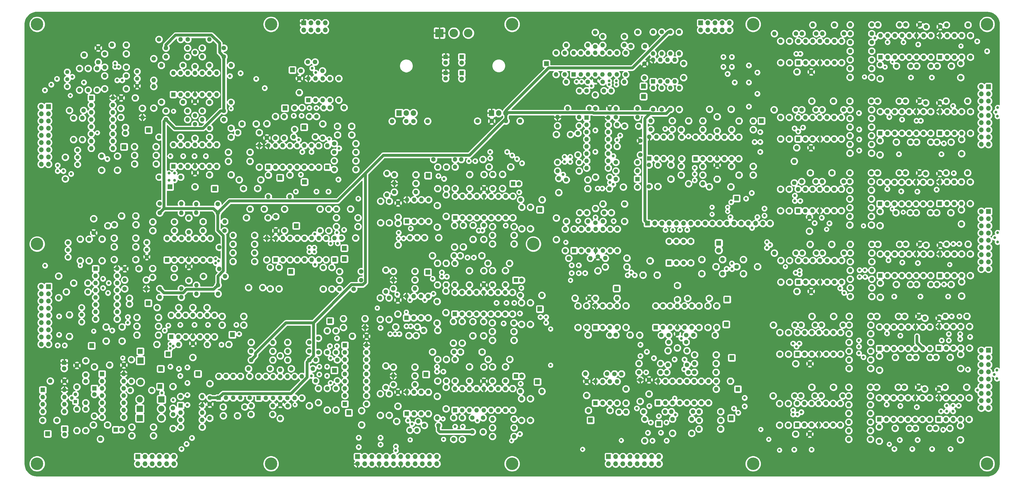
<source format=gbr>
G04 #@! TF.GenerationSoftware,KiCad,Pcbnew,(5.1.7-0-10_14)*
G04 #@! TF.CreationDate,2020-12-06T12:22:21+11:00*
G04 #@! TF.ProjectId,Boom-1,426f6f6d-2d31-42e6-9b69-6361645f7063,rev?*
G04 #@! TF.SameCoordinates,Original*
G04 #@! TF.FileFunction,Copper,L2,Inr*
G04 #@! TF.FilePolarity,Positive*
%FSLAX46Y46*%
G04 Gerber Fmt 4.6, Leading zero omitted, Abs format (unit mm)*
G04 Created by KiCad (PCBNEW (5.1.7-0-10_14)) date 2020-12-06 12:22:21*
%MOMM*%
%LPD*%
G01*
G04 APERTURE LIST*
G04 #@! TA.AperFunction,ComponentPad*
%ADD10O,1.700000X1.700000*%
G04 #@! TD*
G04 #@! TA.AperFunction,ComponentPad*
%ADD11R,1.700000X1.700000*%
G04 #@! TD*
G04 #@! TA.AperFunction,ComponentPad*
%ADD12C,1.600000*%
G04 #@! TD*
G04 #@! TA.AperFunction,ComponentPad*
%ADD13O,1.600000X1.600000*%
G04 #@! TD*
G04 #@! TA.AperFunction,ComponentPad*
%ADD14R,1.600000X1.600000*%
G04 #@! TD*
G04 #@! TA.AperFunction,ComponentPad*
%ADD15C,3.000000*%
G04 #@! TD*
G04 #@! TA.AperFunction,ComponentPad*
%ADD16R,3.000000X3.000000*%
G04 #@! TD*
G04 #@! TA.AperFunction,ComponentPad*
%ADD17C,4.400000*%
G04 #@! TD*
G04 #@! TA.AperFunction,ComponentPad*
%ADD18C,1.620000*%
G04 #@! TD*
G04 #@! TA.AperFunction,ComponentPad*
%ADD19C,1.800000*%
G04 #@! TD*
G04 #@! TA.AperFunction,ComponentPad*
%ADD20R,1.800000X1.800000*%
G04 #@! TD*
G04 #@! TA.AperFunction,ComponentPad*
%ADD21R,2.200000X2.200000*%
G04 #@! TD*
G04 #@! TA.AperFunction,ComponentPad*
%ADD22O,2.200000X2.200000*%
G04 #@! TD*
G04 #@! TA.AperFunction,ComponentPad*
%ADD23C,1.300000*%
G04 #@! TD*
G04 #@! TA.AperFunction,ComponentPad*
%ADD24R,1.300000X1.300000*%
G04 #@! TD*
G04 #@! TA.AperFunction,ComponentPad*
%ADD25C,1.440000*%
G04 #@! TD*
G04 #@! TA.AperFunction,ComponentPad*
%ADD26R,1.905000X2.000000*%
G04 #@! TD*
G04 #@! TA.AperFunction,ComponentPad*
%ADD27O,1.905000X2.000000*%
G04 #@! TD*
G04 #@! TA.AperFunction,ViaPad*
%ADD28C,0.800000*%
G04 #@! TD*
G04 #@! TA.AperFunction,ViaPad*
%ADD29C,1.000000*%
G04 #@! TD*
G04 #@! TA.AperFunction,Conductor*
%ADD30C,1.000000*%
G04 #@! TD*
G04 #@! TA.AperFunction,Conductor*
%ADD31C,0.254000*%
G04 #@! TD*
G04 #@! TA.AperFunction,Conductor*
%ADD32C,0.100000*%
G04 #@! TD*
G04 APERTURE END LIST*
D10*
X293444400Y-107720200D03*
X290904400Y-107720200D03*
X288364400Y-107720200D03*
X285824400Y-107720200D03*
X283284400Y-107720200D03*
X280744400Y-107720200D03*
X278204400Y-107720200D03*
X275664400Y-107720200D03*
X273124400Y-107720200D03*
X270584400Y-107720200D03*
X268044400Y-107720200D03*
X265504400Y-107720200D03*
X262964400Y-107720200D03*
X260424400Y-107720200D03*
X257884400Y-107720200D03*
X255344400Y-107720200D03*
X252804400Y-107720200D03*
D11*
X250264400Y-107720200D03*
D12*
X361036000Y-128348000D03*
X361036000Y-133348000D03*
D13*
X165370000Y-167240000D03*
X172990000Y-174860000D03*
X167910000Y-167240000D03*
X170450000Y-174860000D03*
X170450000Y-167240000D03*
X167910000Y-174860000D03*
X172990000Y-167240000D03*
D14*
X165370000Y-174860000D03*
D13*
X303344000Y-95616000D03*
X318584000Y-103236000D03*
X305884000Y-95616000D03*
X316044000Y-103236000D03*
X308424000Y-95616000D03*
X313504000Y-103236000D03*
X310964000Y-95616000D03*
X310964000Y-103236000D03*
X313504000Y-95616000D03*
X308424000Y-103236000D03*
X316044000Y-95616000D03*
X305884000Y-103236000D03*
X318584000Y-95616000D03*
D14*
X303344000Y-103236000D03*
D12*
X156158000Y-107518000D03*
D13*
X156158000Y-99898000D03*
D14*
X83040000Y-87572000D03*
D13*
X98280000Y-79952000D03*
X85580000Y-87572000D03*
X95740000Y-79952000D03*
X88120000Y-87572000D03*
X93200000Y-79952000D03*
X90660000Y-87572000D03*
X90660000Y-79952000D03*
X93200000Y-87572000D03*
X88120000Y-79952000D03*
X95740000Y-87572000D03*
X85580000Y-79952000D03*
X98280000Y-87572000D03*
X83040000Y-79952000D03*
D14*
X303394000Y-77924000D03*
D13*
X318634000Y-70304000D03*
X305934000Y-77924000D03*
X316094000Y-70304000D03*
X308474000Y-77924000D03*
X313554000Y-70304000D03*
X311014000Y-77924000D03*
X311014000Y-70304000D03*
X313554000Y-77924000D03*
X308474000Y-70304000D03*
X316094000Y-77924000D03*
X305934000Y-70304000D03*
X318634000Y-77924000D03*
X303394000Y-70304000D03*
D10*
X367960000Y-79820000D03*
X370500000Y-79820000D03*
X367960000Y-77280000D03*
X370500000Y-77280000D03*
X367960000Y-74740000D03*
X370500000Y-74740000D03*
X367960000Y-72200000D03*
X370500000Y-72200000D03*
X367960000Y-69660000D03*
X370500000Y-69660000D03*
X367960000Y-67120000D03*
X370500000Y-67120000D03*
X367960000Y-64580000D03*
X370500000Y-64580000D03*
X367960000Y-62040000D03*
X370500000Y-62040000D03*
X367960000Y-59500000D03*
D11*
X370500000Y-59500000D03*
D10*
X367960000Y-172820000D03*
X370500000Y-172820000D03*
X367960000Y-170280000D03*
X370500000Y-170280000D03*
X367960000Y-167740000D03*
X370500000Y-167740000D03*
X367960000Y-165200000D03*
X370500000Y-165200000D03*
X367960000Y-162660000D03*
X370500000Y-162660000D03*
X367960000Y-160120000D03*
X370500000Y-160120000D03*
X367960000Y-157580000D03*
X370500000Y-157580000D03*
X367960000Y-155040000D03*
X370500000Y-155040000D03*
X367960000Y-152500000D03*
D11*
X370500000Y-152500000D03*
D10*
X367960000Y-123820000D03*
X370500000Y-123820000D03*
X367960000Y-121280000D03*
X370500000Y-121280000D03*
X367960000Y-118740000D03*
X370500000Y-118740000D03*
X367960000Y-116200000D03*
X370500000Y-116200000D03*
X367960000Y-113660000D03*
X370500000Y-113660000D03*
X367960000Y-111120000D03*
X370500000Y-111120000D03*
X367960000Y-108580000D03*
X370500000Y-108580000D03*
X367960000Y-106040000D03*
X370500000Y-106040000D03*
X367960000Y-103500000D03*
D11*
X370500000Y-103500000D03*
D10*
X279160000Y-39540000D03*
X279160000Y-37000000D03*
X276620000Y-39540000D03*
X276620000Y-37000000D03*
X274080000Y-39540000D03*
X274080000Y-37000000D03*
X271540000Y-39540000D03*
X271540000Y-37000000D03*
X269000000Y-39540000D03*
D11*
X269000000Y-37000000D03*
D10*
X254280000Y-192540000D03*
X254280000Y-190000000D03*
X251740000Y-192540000D03*
X251740000Y-190000000D03*
X249200000Y-192540000D03*
X249200000Y-190000000D03*
X246660000Y-192540000D03*
X246660000Y-190000000D03*
X244120000Y-192540000D03*
X244120000Y-190000000D03*
X241580000Y-192540000D03*
X241580000Y-190000000D03*
X239040000Y-192540000D03*
X239040000Y-190000000D03*
X236500000Y-192540000D03*
D11*
X236500000Y-190000000D03*
D10*
X175940000Y-192540000D03*
X175940000Y-190000000D03*
X173400000Y-192540000D03*
X173400000Y-190000000D03*
X170860000Y-192540000D03*
X170860000Y-190000000D03*
X168320000Y-192540000D03*
X168320000Y-190000000D03*
X165780000Y-192540000D03*
X165780000Y-190000000D03*
X163240000Y-192540000D03*
X163240000Y-190000000D03*
X160700000Y-192540000D03*
X160700000Y-190000000D03*
X158160000Y-192540000D03*
X158160000Y-190000000D03*
X155620000Y-192540000D03*
X155620000Y-190000000D03*
X153080000Y-192540000D03*
X153080000Y-190000000D03*
X150540000Y-192540000D03*
X150540000Y-190000000D03*
X148000000Y-192540000D03*
D11*
X148000000Y-190000000D03*
D10*
X136620000Y-39540000D03*
X136620000Y-37000000D03*
X134080000Y-39540000D03*
X134080000Y-37000000D03*
X131540000Y-39540000D03*
X131540000Y-37000000D03*
X129000000Y-39540000D03*
D11*
X129000000Y-37000000D03*
D10*
X83200000Y-192540000D03*
X83200000Y-190000000D03*
X80660000Y-192540000D03*
X80660000Y-190000000D03*
X78120000Y-192540000D03*
X78120000Y-190000000D03*
X75580000Y-192540000D03*
X75580000Y-190000000D03*
X73040000Y-192540000D03*
X73040000Y-190000000D03*
X70500000Y-192540000D03*
D11*
X70500000Y-190000000D03*
D10*
X36460000Y-150320000D03*
X39000000Y-150320000D03*
X36460000Y-147780000D03*
X39000000Y-147780000D03*
X36460000Y-145240000D03*
X39000000Y-145240000D03*
X36460000Y-142700000D03*
X39000000Y-142700000D03*
X36460000Y-140160000D03*
X39000000Y-140160000D03*
X36460000Y-137620000D03*
X39000000Y-137620000D03*
X36460000Y-135080000D03*
X39000000Y-135080000D03*
X36460000Y-132540000D03*
X39000000Y-132540000D03*
X36460000Y-130000000D03*
D11*
X39000000Y-130000000D03*
D10*
X36460000Y-86820000D03*
X39000000Y-86820000D03*
X36460000Y-84280000D03*
X39000000Y-84280000D03*
X36460000Y-81740000D03*
X39000000Y-81740000D03*
X36460000Y-79200000D03*
X39000000Y-79200000D03*
X36460000Y-76660000D03*
X39000000Y-76660000D03*
X36460000Y-74120000D03*
X39000000Y-74120000D03*
X36460000Y-71580000D03*
X39000000Y-71580000D03*
X36460000Y-69040000D03*
X39000000Y-69040000D03*
X36460000Y-66500000D03*
D11*
X39000000Y-66500000D03*
D15*
X187060000Y-40600000D03*
X181980000Y-40600000D03*
D16*
X176900000Y-40600000D03*
D14*
X332052000Y-151856000D03*
D13*
X349832000Y-144236000D03*
X334592000Y-151856000D03*
X347292000Y-144236000D03*
X337132000Y-151856000D03*
X344752000Y-144236000D03*
X339672000Y-151856000D03*
X342212000Y-144236000D03*
X342212000Y-151856000D03*
X339672000Y-144236000D03*
X344752000Y-151856000D03*
X337132000Y-144236000D03*
X347292000Y-151856000D03*
X334592000Y-144236000D03*
X349832000Y-151856000D03*
X332052000Y-144236000D03*
D17*
X370000000Y-192500000D03*
X287500000Y-192500000D03*
X202500000Y-192500000D03*
X117500000Y-192500000D03*
X35000000Y-192500000D03*
X210000000Y-115000000D03*
X35000000Y-115000000D03*
X370000000Y-37500000D03*
X287500000Y-37500000D03*
X202500000Y-37500000D03*
X117500000Y-37500000D03*
X35000000Y-37500000D03*
D13*
X352968000Y-169228000D03*
X360588000Y-176848000D03*
X355508000Y-169228000D03*
X358048000Y-176848000D03*
X358048000Y-169228000D03*
X355508000Y-176848000D03*
X360588000Y-169228000D03*
D14*
X352968000Y-176848000D03*
D12*
X332248000Y-83554000D03*
X332248000Y-78554000D03*
X345138000Y-79024000D03*
X350138000Y-79024000D03*
X357298000Y-79024000D03*
X352298000Y-79024000D03*
X302858000Y-81034000D03*
X307858000Y-81034000D03*
X304668000Y-67654000D03*
X309668000Y-67654000D03*
X348348000Y-65194000D03*
X353348000Y-65194000D03*
X361008000Y-83114000D03*
X361008000Y-78114000D03*
X341188000Y-64554000D03*
X346188000Y-64554000D03*
X337978000Y-79024000D03*
X342978000Y-79024000D03*
D14*
X332360000Y-75904000D03*
D13*
X350140000Y-68284000D03*
X334900000Y-75904000D03*
X347600000Y-68284000D03*
X337440000Y-75904000D03*
X345060000Y-68284000D03*
X339980000Y-75904000D03*
X342520000Y-68284000D03*
X342520000Y-75904000D03*
X339980000Y-68284000D03*
X345060000Y-75904000D03*
X337440000Y-68284000D03*
X347600000Y-75904000D03*
X334900000Y-68284000D03*
X350140000Y-75904000D03*
X332360000Y-68284000D03*
X297198000Y-70304000D03*
D12*
X297198000Y-77924000D03*
D14*
X353378000Y-75914000D03*
D13*
X360998000Y-68294000D03*
X355918000Y-75914000D03*
X358458000Y-68294000D03*
X358458000Y-75914000D03*
X355918000Y-68294000D03*
X360998000Y-75914000D03*
X353378000Y-68294000D03*
D12*
X364118000Y-68284000D03*
D13*
X364118000Y-75904000D03*
X363148000Y-64554000D03*
D12*
X355528000Y-64554000D03*
D13*
X308188000Y-64564000D03*
D12*
X315808000Y-64564000D03*
X329238000Y-73744000D03*
D13*
X321618000Y-73744000D03*
X321618000Y-79864000D03*
D12*
X329238000Y-79864000D03*
D13*
X339028000Y-64574000D03*
D12*
X331408000Y-64574000D03*
D13*
X321608000Y-64564000D03*
D12*
X329228000Y-64564000D03*
D13*
X300268000Y-77924000D03*
D12*
X300268000Y-70304000D03*
X329238000Y-67624000D03*
D13*
X321618000Y-67624000D03*
D12*
X329238000Y-70684000D03*
D13*
X321618000Y-70684000D03*
D12*
X329238000Y-76804000D03*
D13*
X321618000Y-76804000D03*
D12*
X319448000Y-67654000D03*
D13*
X311828000Y-67654000D03*
D12*
X302498000Y-67654000D03*
D13*
X294878000Y-67654000D03*
X321618000Y-82934000D03*
D12*
X329238000Y-82934000D03*
X331948000Y-184516000D03*
X331948000Y-179516000D03*
X349728000Y-179966000D03*
X344728000Y-179966000D03*
X356888000Y-179966000D03*
X351888000Y-179966000D03*
X307478000Y-182056000D03*
X302478000Y-182056000D03*
X309308000Y-168576000D03*
X304308000Y-168576000D03*
X352998000Y-166136000D03*
X347998000Y-166136000D03*
X360588000Y-179056000D03*
X360588000Y-184056000D03*
X345828000Y-165506000D03*
X340828000Y-165506000D03*
X342568000Y-179966000D03*
X337568000Y-179966000D03*
D13*
X363678000Y-176856000D03*
D12*
X363678000Y-169236000D03*
X355178000Y-165496000D03*
D13*
X362798000Y-165496000D03*
D12*
X315848000Y-165506000D03*
D13*
X308228000Y-165506000D03*
D12*
X328868000Y-174706000D03*
D13*
X321248000Y-174706000D03*
X321238000Y-180826000D03*
D12*
X328858000Y-180826000D03*
X331048000Y-165506000D03*
D13*
X338668000Y-165506000D03*
X321248000Y-165506000D03*
D12*
X328868000Y-165506000D03*
D13*
X299878000Y-178856000D03*
D12*
X299878000Y-171236000D03*
D13*
X321248000Y-168576000D03*
D12*
X328868000Y-168576000D03*
X328868000Y-171646000D03*
D13*
X321248000Y-171646000D03*
D12*
X328868000Y-177766000D03*
D13*
X321248000Y-177766000D03*
D12*
X319088000Y-168576000D03*
D13*
X311468000Y-168576000D03*
D12*
X302148000Y-168576000D03*
D13*
X294528000Y-168576000D03*
X321238000Y-183886000D03*
D12*
X328858000Y-183886000D03*
D13*
X296808000Y-171236000D03*
D12*
X296808000Y-178856000D03*
D14*
X331948000Y-176858000D03*
D13*
X349728000Y-169238000D03*
X334488000Y-176858000D03*
X347188000Y-169238000D03*
X337028000Y-176858000D03*
X344648000Y-169238000D03*
X339568000Y-176858000D03*
X342108000Y-169238000D03*
X342108000Y-176858000D03*
X339568000Y-169238000D03*
X344648000Y-176858000D03*
X337028000Y-169238000D03*
X347188000Y-176858000D03*
X334488000Y-169238000D03*
X349728000Y-176858000D03*
X331948000Y-169238000D03*
X302998000Y-171216000D03*
X318238000Y-178836000D03*
X305538000Y-171216000D03*
X315698000Y-178836000D03*
X308078000Y-171216000D03*
X313158000Y-178836000D03*
X310618000Y-171216000D03*
X310618000Y-178836000D03*
X313158000Y-171216000D03*
X308078000Y-178836000D03*
X315698000Y-171216000D03*
X305538000Y-178836000D03*
X318238000Y-171216000D03*
D14*
X302998000Y-178836000D03*
D13*
X257860000Y-114036000D03*
X265480000Y-121656000D03*
X260400000Y-114036000D03*
X262940000Y-121656000D03*
X262940000Y-114036000D03*
X260400000Y-121656000D03*
X265480000Y-114036000D03*
D14*
X257860000Y-121656000D03*
D18*
X269390000Y-120476000D03*
X274390000Y-122976000D03*
X269390000Y-125476000D03*
D19*
X275380000Y-117206000D03*
D20*
X275380000Y-114666000D03*
D18*
X276730000Y-125486000D03*
X281730000Y-122986000D03*
X276730000Y-120486000D03*
X284070000Y-120486000D03*
X289070000Y-122986000D03*
X284070000Y-125486000D03*
D11*
X214606000Y-51370000D03*
D12*
X226260000Y-60906000D03*
X228760000Y-60906000D03*
X226342000Y-103950000D03*
X228842000Y-103950000D03*
X237410000Y-60906000D03*
X234910000Y-60906000D03*
X234992000Y-103940000D03*
X237492000Y-103940000D03*
X231830000Y-57396000D03*
X231830000Y-62396000D03*
X231840000Y-45336000D03*
X231840000Y-40336000D03*
X232732000Y-119470000D03*
X232732000Y-124470000D03*
X231912000Y-107470000D03*
X231912000Y-102470000D03*
X247750000Y-83536000D03*
X247750000Y-78536000D03*
X274812000Y-87140000D03*
X274812000Y-92140000D03*
X274812000Y-75100000D03*
X274812000Y-70100000D03*
X218960000Y-96856000D03*
X218960000Y-91856000D03*
X236890000Y-67216000D03*
X231890000Y-67216000D03*
X242170000Y-73376000D03*
X247170000Y-73376000D03*
X264750000Y-71566000D03*
X269750000Y-71566000D03*
X282522000Y-71570000D03*
X287522000Y-71570000D03*
X269730000Y-93736000D03*
X264730000Y-93736000D03*
X282502000Y-90660000D03*
X287502000Y-90660000D03*
X242570000Y-47586000D03*
D13*
X242570000Y-55206000D03*
X234552000Y-100860000D03*
D12*
X242172000Y-100860000D03*
X229200000Y-57836000D03*
D13*
X221580000Y-57836000D03*
X229292000Y-107020000D03*
D12*
X221672000Y-107020000D03*
D13*
X242080000Y-57846000D03*
D12*
X234460000Y-57846000D03*
X234552000Y-107020000D03*
D13*
X242172000Y-107020000D03*
X221090000Y-55176000D03*
D12*
X221090000Y-47556000D03*
X221232000Y-117340000D03*
D13*
X221232000Y-109720000D03*
D12*
X218116000Y-113420000D03*
D13*
X218116000Y-105800000D03*
X218000000Y-55176000D03*
D12*
X218000000Y-47556000D03*
X221580000Y-44886000D03*
D13*
X229200000Y-44886000D03*
D12*
X236820000Y-95446000D03*
D13*
X229200000Y-95446000D03*
D12*
X262330000Y-77296000D03*
D13*
X262330000Y-84916000D03*
D12*
X262120000Y-90676000D03*
D13*
X269740000Y-90676000D03*
D12*
X262122000Y-74640000D03*
D13*
X269742000Y-74640000D03*
D12*
X287522000Y-74640000D03*
D13*
X279902000Y-74640000D03*
X272140000Y-67446000D03*
D12*
X279760000Y-67446000D03*
X279670000Y-94796000D03*
D13*
X272050000Y-94796000D03*
X269732000Y-87600000D03*
D12*
X262112000Y-87600000D03*
D13*
X279882000Y-87590000D03*
D12*
X287502000Y-87590000D03*
D18*
X244320000Y-45286000D03*
X246820000Y-40286000D03*
X249320000Y-45286000D03*
X248666000Y-125930000D03*
X251166000Y-120930000D03*
X253666000Y-125930000D03*
D11*
X248842000Y-62972000D03*
X290442000Y-71560000D03*
X281660000Y-98886000D03*
D13*
X236436400Y-70398200D03*
X228816400Y-88178200D03*
X236436400Y-72938200D03*
X228816400Y-85638200D03*
X236436400Y-75478200D03*
X228816400Y-83098200D03*
X236436400Y-78018200D03*
X228816400Y-80558200D03*
X236436400Y-80558200D03*
X228816400Y-78018200D03*
X236436400Y-83098200D03*
X228816400Y-75478200D03*
X236436400Y-85638200D03*
X228816400Y-72938200D03*
X236436400Y-88178200D03*
D14*
X228816400Y-70398200D03*
D13*
X224210000Y-47546000D03*
X239450000Y-55166000D03*
X226750000Y-47546000D03*
X236910000Y-55166000D03*
X229290000Y-47546000D03*
X234370000Y-55166000D03*
X231830000Y-47546000D03*
X231830000Y-55166000D03*
X234370000Y-47546000D03*
X229290000Y-55166000D03*
X236910000Y-47546000D03*
X226750000Y-55166000D03*
X239450000Y-47546000D03*
D14*
X224210000Y-55166000D03*
D12*
X258530000Y-92076000D03*
X258530000Y-87076000D03*
X241730000Y-94886000D03*
X246730000Y-94886000D03*
D11*
X248842000Y-59292000D03*
D13*
X225690000Y-83536000D03*
D12*
X225690000Y-75916000D03*
X226150000Y-70226000D03*
D13*
X218530000Y-70226000D03*
D12*
X229710000Y-67146000D03*
D13*
X222090000Y-67146000D03*
D14*
X252262000Y-57682000D03*
D13*
X259882000Y-50062000D03*
X254802000Y-57682000D03*
X257342000Y-50062000D03*
X257342000Y-57682000D03*
X254802000Y-50062000D03*
X259882000Y-57682000D03*
X252262000Y-50062000D03*
D12*
X218070000Y-76366000D03*
X223070000Y-76366000D03*
D14*
X224352000Y-117320000D03*
D13*
X239592000Y-109700000D03*
X226892000Y-117320000D03*
X237052000Y-109700000D03*
X229432000Y-117320000D03*
X234512000Y-109700000D03*
X231972000Y-117320000D03*
X231972000Y-109700000D03*
X234512000Y-117320000D03*
X229432000Y-109700000D03*
X237052000Y-117320000D03*
X226892000Y-109700000D03*
X239592000Y-117320000D03*
X224352000Y-109700000D03*
D12*
X236930000Y-91386000D03*
X231930000Y-91386000D03*
D14*
X267202000Y-84920000D03*
D13*
X282442000Y-77300000D03*
X269742000Y-84920000D03*
X279902000Y-77300000D03*
X272282000Y-84920000D03*
X277362000Y-77300000D03*
X274822000Y-84920000D03*
X274822000Y-77300000D03*
X277362000Y-84920000D03*
X272282000Y-77300000D03*
X279902000Y-84920000D03*
X269742000Y-77300000D03*
X282442000Y-84920000D03*
X267202000Y-77300000D03*
X250880000Y-77236000D03*
X258500000Y-84856000D03*
X253420000Y-77236000D03*
X255960000Y-84856000D03*
X255960000Y-77236000D03*
X253420000Y-84856000D03*
X258500000Y-77236000D03*
D14*
X250880000Y-84856000D03*
D12*
X262982000Y-56312000D03*
X262982000Y-51312000D03*
X249152000Y-56372000D03*
X249152000Y-51372000D03*
D14*
X246720000Y-92076000D03*
D13*
X239100000Y-92076000D03*
X230092000Y-120000000D03*
D12*
X222472000Y-120000000D03*
X242100000Y-41816000D03*
D13*
X234480000Y-41816000D03*
X242982000Y-123050000D03*
D12*
X235362000Y-123050000D03*
X242090000Y-44886000D03*
D13*
X234470000Y-44886000D03*
X235372000Y-119990000D03*
D12*
X242992000Y-119990000D03*
X252222000Y-40232000D03*
D13*
X252222000Y-47852000D03*
X229220000Y-92326000D03*
D12*
X221600000Y-92326000D03*
D13*
X261412000Y-47852000D03*
D12*
X261412000Y-40232000D03*
D13*
X258342000Y-47852000D03*
D12*
X258342000Y-40232000D03*
D13*
X255282000Y-47852000D03*
D12*
X255282000Y-40232000D03*
X226140000Y-73286000D03*
D13*
X218520000Y-73286000D03*
D12*
X226140000Y-89236000D03*
D13*
X218520000Y-89236000D03*
D12*
X226140000Y-86166000D03*
D13*
X218520000Y-86166000D03*
X261442000Y-59892000D03*
D12*
X261442000Y-67512000D03*
X258352000Y-67512000D03*
D13*
X258352000Y-59892000D03*
X255272000Y-59902000D03*
D12*
X255272000Y-67522000D03*
D13*
X251350000Y-71506000D03*
D12*
X258970000Y-71506000D03*
X253890000Y-94696000D03*
D13*
X253890000Y-87076000D03*
X251350000Y-74576000D03*
D12*
X258970000Y-74576000D03*
X250830000Y-94696000D03*
D13*
X250830000Y-87076000D03*
D12*
X252212000Y-67522000D03*
D13*
X252212000Y-59902000D03*
D12*
X239530000Y-72916000D03*
D13*
X239530000Y-80536000D03*
X246720000Y-86166000D03*
D12*
X239100000Y-86166000D03*
X239080000Y-70296000D03*
D13*
X246700000Y-70296000D03*
D12*
X239100000Y-89256000D03*
D13*
X246720000Y-89256000D03*
X239080000Y-67216000D03*
D12*
X246700000Y-67216000D03*
X135750000Y-77630000D03*
X135750000Y-72630000D03*
D13*
X125500000Y-77170000D03*
D12*
X133120000Y-77170000D03*
X161480000Y-144226000D03*
D13*
X169100000Y-144226000D03*
D11*
X230160000Y-177118000D03*
D14*
X231940000Y-144418000D03*
D13*
X239560000Y-136798000D03*
X234480000Y-144418000D03*
X237020000Y-136798000D03*
X237020000Y-144418000D03*
X234480000Y-136798000D03*
X239560000Y-144418000D03*
X231940000Y-136798000D03*
D12*
X239110000Y-147088000D03*
X244110000Y-147088000D03*
X224720000Y-134128000D03*
X229720000Y-134128000D03*
X228810000Y-144438000D03*
D13*
X228810000Y-136818000D03*
X225720000Y-136808000D03*
D12*
X225720000Y-144428000D03*
X229320000Y-147088000D03*
D13*
X236940000Y-147088000D03*
X242680000Y-144398000D03*
D12*
X242680000Y-136778000D03*
D13*
X239540000Y-134138000D03*
D12*
X231920000Y-134138000D03*
D11*
X239356000Y-130680000D03*
X254250000Y-178360000D03*
D13*
X256480000Y-174118000D03*
D12*
X248860000Y-174118000D03*
X235960000Y-160798000D03*
D13*
X228340000Y-160798000D03*
D14*
X253970000Y-170988000D03*
D13*
X271750000Y-163368000D03*
X256510000Y-170988000D03*
X269210000Y-163368000D03*
X259050000Y-170988000D03*
X266670000Y-163368000D03*
X261590000Y-170988000D03*
X264130000Y-163368000D03*
X264130000Y-170988000D03*
X261590000Y-163368000D03*
X266670000Y-170988000D03*
X259050000Y-163368000D03*
X269210000Y-170988000D03*
X256510000Y-163368000D03*
X271750000Y-170988000D03*
X253970000Y-163368000D03*
X353078000Y-144062000D03*
X360698000Y-151682000D03*
X355618000Y-144062000D03*
X358158000Y-151682000D03*
X358158000Y-144062000D03*
X355618000Y-151682000D03*
X360698000Y-144062000D03*
D14*
X353078000Y-151682000D03*
D12*
X360702000Y-158896000D03*
X360702000Y-153896000D03*
X353082000Y-141136000D03*
X348082000Y-141136000D03*
X360718000Y-56264000D03*
X360718000Y-51264000D03*
D13*
X321698000Y-43874000D03*
D12*
X329318000Y-43874000D03*
D13*
X182396000Y-155706000D03*
D12*
X182396000Y-163326000D03*
X162236000Y-172216000D03*
X162236000Y-167216000D03*
D13*
X179316000Y-163326000D03*
D12*
X179316000Y-155706000D03*
X174420000Y-119126000D03*
D13*
X182040000Y-119126000D03*
D14*
X165310000Y-141016000D03*
D13*
X172930000Y-133396000D03*
X167850000Y-141016000D03*
X170390000Y-133396000D03*
X170390000Y-141016000D03*
X167850000Y-133396000D03*
X172930000Y-141016000D03*
X165310000Y-133396000D03*
D12*
X166446000Y-180626000D03*
X168946000Y-180626000D03*
X176566000Y-178946000D03*
X171566000Y-178946000D03*
X161776000Y-177546000D03*
D13*
X169396000Y-177546000D03*
D12*
X176608000Y-112738000D03*
X171608000Y-112738000D03*
X44660000Y-163340000D03*
X39660000Y-163340000D03*
D13*
X93240000Y-171950000D03*
X85620000Y-179570000D03*
X93240000Y-174490000D03*
X85620000Y-177030000D03*
X93240000Y-177030000D03*
X85620000Y-174490000D03*
X93240000Y-179570000D03*
D14*
X85620000Y-171950000D03*
D12*
X137870000Y-110270000D03*
D13*
X137870000Y-102650000D03*
D12*
X149270000Y-124695000D03*
D13*
X141650000Y-124695000D03*
X111715000Y-115045000D03*
D12*
X104095000Y-115045000D03*
X104070000Y-118120000D03*
D13*
X111690000Y-118120000D03*
D12*
X111720000Y-121170000D03*
D13*
X104100000Y-121170000D03*
X104100000Y-111945000D03*
D12*
X111720000Y-111945000D03*
D13*
X44635000Y-166470000D03*
X37015000Y-174090000D03*
X44635000Y-169010000D03*
X37015000Y-171550000D03*
X44635000Y-171550000D03*
X37015000Y-169010000D03*
X44635000Y-174090000D03*
D14*
X37015000Y-166470000D03*
D11*
X143345000Y-116470000D03*
D12*
X59335000Y-144220000D03*
X59335000Y-149220000D03*
D13*
X91100000Y-100895000D03*
D12*
X98720000Y-100895000D03*
X98720000Y-103995000D03*
D13*
X91100000Y-103995000D03*
D12*
X101120000Y-110295000D03*
D13*
X93500000Y-110295000D03*
X75720000Y-126735000D03*
D12*
X83340000Y-126735000D03*
D13*
X85873600Y-100743000D03*
D12*
X78253600Y-100743000D03*
X78253600Y-104045000D03*
D13*
X85873600Y-104045000D03*
X83440000Y-110295000D03*
D12*
X75820000Y-110295000D03*
X98820000Y-132595000D03*
D13*
X91200000Y-132595000D03*
X91200000Y-129495000D03*
D12*
X98820000Y-129495000D03*
X99200000Y-116140000D03*
D13*
X99200000Y-123760000D03*
X101240000Y-126395000D03*
D12*
X93620000Y-126395000D03*
X78220000Y-133795000D03*
D13*
X85840000Y-133795000D03*
X85840000Y-130695000D03*
D12*
X78220000Y-130695000D03*
X75740000Y-123635000D03*
D13*
X83360000Y-123635000D03*
D12*
X83420000Y-107195000D03*
D13*
X75800000Y-107195000D03*
D12*
X88520000Y-127895000D03*
X88520000Y-122895000D03*
X88500000Y-105780000D03*
X88500000Y-110780000D03*
D13*
X80820000Y-112975000D03*
X96060000Y-120595000D03*
X83360000Y-112975000D03*
X93520000Y-120595000D03*
X85900000Y-112975000D03*
X90980000Y-120595000D03*
X88440000Y-112975000D03*
X88440000Y-120595000D03*
X90980000Y-112975000D03*
X85900000Y-120595000D03*
X93520000Y-112975000D03*
X83360000Y-120595000D03*
X96060000Y-112975000D03*
D14*
X80820000Y-120595000D03*
D13*
X101140000Y-107095000D03*
D12*
X93520000Y-107095000D03*
X146620000Y-130895000D03*
X141620000Y-130895000D03*
X117220000Y-123195000D03*
D13*
X117220000Y-130815000D03*
X140525000Y-108845000D03*
D12*
X148145000Y-108845000D03*
D13*
X82310000Y-140075000D03*
X97550000Y-147695000D03*
X84850000Y-140075000D03*
X95010000Y-147695000D03*
X87390000Y-140075000D03*
X92470000Y-147695000D03*
X89930000Y-140075000D03*
X89930000Y-147695000D03*
X92470000Y-140075000D03*
X87390000Y-147695000D03*
X95010000Y-140075000D03*
X84850000Y-147695000D03*
X97550000Y-140075000D03*
D14*
X82310000Y-147695000D03*
D12*
X41960000Y-177190000D03*
X36960000Y-177190000D03*
D13*
X83028900Y-54644800D03*
X98268900Y-62264800D03*
X85568900Y-54644800D03*
X95728900Y-62264800D03*
X88108900Y-54644800D03*
X93188900Y-62264800D03*
X90648900Y-54644800D03*
X90648900Y-62264800D03*
X93188900Y-54644800D03*
X88108900Y-62264800D03*
X95728900Y-54644800D03*
X85568900Y-62264800D03*
X98268900Y-54644800D03*
D14*
X83028900Y-62264800D03*
D13*
X124155600Y-98249200D03*
D12*
X124155600Y-90629200D03*
D14*
X116548300Y-87898700D03*
D13*
X134328300Y-80278700D03*
X119088300Y-87898700D03*
X131788300Y-80278700D03*
X121628300Y-87898700D03*
X129248300Y-80278700D03*
X124168300Y-87898700D03*
X126708300Y-80278700D03*
X126708300Y-87898700D03*
X124168300Y-80278700D03*
X129248300Y-87898700D03*
X121628300Y-80278700D03*
X131788300Y-87898700D03*
X119088300Y-80278700D03*
X134328300Y-87898700D03*
X116548300Y-80278700D03*
D11*
X129160000Y-73800000D03*
D12*
X143225600Y-66885800D03*
X138225600Y-66885800D03*
X77007500Y-86746500D03*
D13*
X69387500Y-86746500D03*
D12*
X116027600Y-77573600D03*
X116027600Y-72573600D03*
X112747200Y-95404400D03*
X107747200Y-95404400D03*
X107239200Y-72646000D03*
X112239200Y-72646000D03*
X145930000Y-73450000D03*
X140930000Y-73450000D03*
X140934800Y-76511600D03*
X145934800Y-76511600D03*
D13*
X137376300Y-80278700D03*
D14*
X137376300Y-87898700D03*
D12*
X113335200Y-87886000D03*
D13*
X113335200Y-80266000D03*
D12*
X116548300Y-90692700D03*
D13*
X116548300Y-98312700D03*
X119075600Y-70004400D03*
D12*
X119075600Y-77624400D03*
D13*
X106261300Y-92356400D03*
D12*
X113881300Y-92356400D03*
X113335200Y-75694000D03*
D13*
X105715200Y-75694000D03*
X147408000Y-88703600D03*
D12*
X139788000Y-88703600D03*
X139788000Y-79559600D03*
D13*
X147408000Y-79559600D03*
D12*
X139788000Y-85655600D03*
D13*
X147408000Y-85655600D03*
X147408000Y-82607600D03*
D12*
X139788000Y-82607600D03*
X122123600Y-77624400D03*
D13*
X122123600Y-70004400D03*
X102464000Y-85803200D03*
D12*
X110084000Y-85803200D03*
X125790000Y-66950000D03*
D13*
X125790000Y-74570000D03*
X110084000Y-82602800D03*
D12*
X102464000Y-82602800D03*
D11*
X122410000Y-67080000D03*
X120675000Y-91600000D03*
X129286400Y-93118400D03*
D13*
X88045400Y-68043300D03*
D12*
X80425400Y-68043300D03*
X80425400Y-71091300D03*
D13*
X88045400Y-71091300D03*
X93252400Y-45881800D03*
D12*
X100872400Y-45881800D03*
D13*
X130605600Y-56598800D03*
X138225600Y-64218800D03*
X133145600Y-56598800D03*
X135685600Y-64218800D03*
X135685600Y-56598800D03*
X133145600Y-64218800D03*
X138225600Y-56598800D03*
D14*
X130605600Y-64218800D03*
D13*
X165412000Y-99372000D03*
X173032000Y-106992000D03*
X167952000Y-99372000D03*
X170492000Y-106992000D03*
X170492000Y-99372000D03*
X167952000Y-106992000D03*
X173032000Y-99372000D03*
D14*
X165412000Y-106992000D03*
D12*
X162288000Y-100518000D03*
X162288000Y-105518000D03*
X127456000Y-56577200D03*
X127456000Y-61577200D03*
X100872400Y-48929800D03*
D13*
X93252400Y-48929800D03*
D12*
X168598000Y-90558000D03*
D13*
X160978000Y-90558000D03*
D12*
X159218000Y-107518000D03*
D13*
X159218000Y-99898000D03*
X93252400Y-71091300D03*
D12*
X100872400Y-71091300D03*
X100872400Y-68043300D03*
D13*
X93252400Y-68043300D03*
D12*
X90648900Y-69630800D03*
X90648900Y-64630800D03*
X90648900Y-47422300D03*
X90648900Y-52422300D03*
X44700000Y-182220000D03*
D14*
X44700000Y-180220000D03*
D12*
X70910000Y-123695000D03*
X65910000Y-123695000D03*
X47888400Y-128795000D03*
X52888400Y-128795000D03*
X69810000Y-105095000D03*
X64810000Y-105095000D03*
X60580000Y-157670000D03*
X65580000Y-157670000D03*
D14*
X44560000Y-156880000D03*
D12*
X44560000Y-158880000D03*
X90660000Y-94811000D03*
X90660000Y-89811000D03*
X90650000Y-72729500D03*
X90650000Y-77729500D03*
X61430000Y-44810000D03*
X66430000Y-44810000D03*
X89910000Y-154995000D03*
X89910000Y-149995000D03*
X94910000Y-137410000D03*
X89910000Y-137410000D03*
X52130000Y-156170000D03*
X52130000Y-161170000D03*
X64985000Y-149220000D03*
X64985000Y-144220000D03*
X67548000Y-134113800D03*
X67548000Y-136113800D03*
X95890000Y-176450000D03*
X95890000Y-171450000D03*
X82940000Y-175040000D03*
X82940000Y-180040000D03*
X63355000Y-83969000D03*
X63355000Y-88969000D03*
X57767000Y-83969000D03*
X57767000Y-88969000D03*
X105650000Y-175550000D03*
X100650000Y-175550000D03*
X66149000Y-75856000D03*
X66149000Y-73856000D03*
X95900000Y-169250000D03*
X95900000Y-164250000D03*
X64780000Y-180470000D03*
D14*
X62780000Y-180470000D03*
D12*
X69625000Y-63442000D03*
X64625000Y-63442000D03*
X46410000Y-67890000D03*
X51410000Y-67890000D03*
X120740000Y-176550000D03*
X120740000Y-171550000D03*
X120740000Y-154450000D03*
X120740000Y-159450000D03*
X151180000Y-147510000D03*
X146180000Y-147510000D03*
X109570000Y-130345000D03*
X114570000Y-130345000D03*
X110108000Y-102645000D03*
X115108000Y-102645000D03*
X149430000Y-173770000D03*
X149430000Y-178770000D03*
X134200000Y-148200000D03*
X134200000Y-153200000D03*
X134200000Y-165900000D03*
X134200000Y-170900000D03*
X119170000Y-110295000D03*
X119170000Y-105295000D03*
X140520000Y-102645000D03*
X145520000Y-102645000D03*
X142320000Y-112870000D03*
X147320000Y-112870000D03*
X133495600Y-70000800D03*
X130995600Y-70000800D03*
X133004000Y-50807600D03*
X130504000Y-50807600D03*
X168988000Y-112728000D03*
X166488000Y-112728000D03*
X168640000Y-147306000D03*
X166140000Y-147306000D03*
X332278000Y-56724000D03*
X332278000Y-51724000D03*
X350208000Y-52184000D03*
X345208000Y-52184000D03*
X192280000Y-181277000D03*
X192280000Y-176277000D03*
X187476000Y-163306000D03*
X187476000Y-158306000D03*
X352418000Y-52184000D03*
X357418000Y-52184000D03*
X188480000Y-181277000D03*
X188480000Y-176277000D03*
X200176000Y-158326000D03*
X200176000Y-163326000D03*
X332052000Y-154516000D03*
X332052000Y-159516000D03*
X302978000Y-54284000D03*
X307978000Y-54284000D03*
X304758000Y-40764000D03*
X309758000Y-40764000D03*
X349832000Y-154966000D03*
X344832000Y-154966000D03*
X351992000Y-154966000D03*
X356992000Y-154966000D03*
X348468000Y-38334000D03*
X353468000Y-38334000D03*
X192536000Y-163336000D03*
X192536000Y-158336000D03*
X195596000Y-163326000D03*
X195596000Y-158326000D03*
X346298000Y-37694000D03*
X341298000Y-37694000D03*
X343038000Y-52184000D03*
X338038000Y-52184000D03*
X205896000Y-161646000D03*
D14*
X203896000Y-161646000D03*
D12*
X192498000Y-108388000D03*
X192498000Y-113388000D03*
X187548000Y-90458000D03*
X187548000Y-95458000D03*
X187420000Y-124406000D03*
X187420000Y-129406000D03*
X192470000Y-142356000D03*
X192470000Y-147356000D03*
X188738000Y-108388000D03*
X188738000Y-113388000D03*
X199138000Y-95438000D03*
X199138000Y-90438000D03*
X200130000Y-129386000D03*
X200130000Y-124386000D03*
X188680000Y-142356000D03*
X188680000Y-147356000D03*
X162190000Y-134716000D03*
X162190000Y-139716000D03*
X171280000Y-145476000D03*
X176280000Y-145476000D03*
X192520000Y-124406000D03*
X192520000Y-129406000D03*
X195580000Y-124396000D03*
X195580000Y-129396000D03*
X192588000Y-90458000D03*
X192588000Y-95458000D03*
X195678000Y-90448000D03*
X195678000Y-95448000D03*
X307522000Y-157216000D03*
X302522000Y-157216000D03*
X309412000Y-143566000D03*
X304412000Y-143566000D03*
X204858000Y-93708000D03*
D14*
X202858000Y-93708000D03*
D12*
X205870000Y-127756000D03*
D14*
X203870000Y-127756000D03*
D12*
X345922000Y-140496000D03*
X340922000Y-140496000D03*
X342662000Y-154966000D03*
X337662000Y-154966000D03*
X341176000Y-89880000D03*
X346176000Y-89880000D03*
X337866000Y-103950000D03*
X342866000Y-103950000D03*
X341326000Y-115078000D03*
X346326000Y-115078000D03*
X337976000Y-129248000D03*
X342976000Y-129248000D03*
X332266000Y-103520000D03*
X332266000Y-108520000D03*
X332346000Y-128788000D03*
X332346000Y-133788000D03*
X350036000Y-103950000D03*
X345036000Y-103950000D03*
X350146000Y-129248000D03*
X345146000Y-129248000D03*
X352196000Y-103950000D03*
X357196000Y-103950000D03*
X352316000Y-129248000D03*
X357316000Y-129248000D03*
X302966000Y-131688000D03*
X307966000Y-131688000D03*
X304776000Y-118168000D03*
X309776000Y-118168000D03*
X307370000Y-110450000D03*
X307370000Y-105450000D03*
X304616000Y-92960000D03*
X309616000Y-92960000D03*
X264180000Y-157608000D03*
X264180000Y-152608000D03*
X257490000Y-152608000D03*
X257490000Y-157608000D03*
X250770000Y-162888000D03*
X250770000Y-167888000D03*
X265820000Y-176738000D03*
X265820000Y-181738000D03*
X260800000Y-151658000D03*
X260800000Y-146658000D03*
X260820000Y-129620000D03*
X260820000Y-134620000D03*
X228800000Y-168418000D03*
X228800000Y-163418000D03*
X242650000Y-166118000D03*
X242650000Y-171118000D03*
X259090000Y-181728000D03*
X259090000Y-176728000D03*
X274510000Y-163348000D03*
X279510000Y-163348000D03*
X257740000Y-149618000D03*
X257740000Y-147118000D03*
X263870000Y-149608000D03*
X263870000Y-147108000D03*
X348506000Y-115398000D03*
X353506000Y-115398000D03*
X348336000Y-90120000D03*
X353336000Y-90120000D03*
X360946000Y-107910000D03*
X360946000Y-102910000D03*
X238580000Y-160808000D03*
X241080000Y-160808000D03*
X240170000Y-174268000D03*
X242670000Y-174268000D03*
D14*
X179090000Y-49024000D03*
D12*
X179090000Y-51024000D03*
D14*
X184760000Y-49014000D03*
D12*
X184760000Y-51014000D03*
X179080000Y-56664000D03*
D14*
X179080000Y-54664000D03*
D12*
X184770000Y-56684000D03*
D14*
X184770000Y-54684000D03*
D12*
X172738000Y-71660000D03*
X167738000Y-71660000D03*
X160188000Y-71670000D03*
X165188000Y-71670000D03*
X190296000Y-71616000D03*
X195296000Y-71616000D03*
X205346000Y-71616000D03*
X200346000Y-71616000D03*
D14*
X55230000Y-165914000D03*
D13*
X55230000Y-158294000D03*
D21*
X78830000Y-169820000D03*
D22*
X71210000Y-169820000D03*
D21*
X71205000Y-176395000D03*
D22*
X78825000Y-176395000D03*
X78825000Y-173120000D03*
D21*
X71205000Y-173120000D03*
D22*
X71430000Y-163690000D03*
D21*
X71430000Y-156070000D03*
D13*
X151170000Y-171400000D03*
D14*
X143550000Y-171400000D03*
D13*
X139870000Y-112953000D03*
D14*
X139870000Y-120573000D03*
X282120000Y-166168000D03*
D13*
X274500000Y-166168000D03*
D23*
X47260000Y-169300000D03*
X48530000Y-168030000D03*
D24*
X48530000Y-170570000D03*
D13*
X52130000Y-180790000D03*
D12*
X52130000Y-173170000D03*
D13*
X62190000Y-120495000D03*
D12*
X69810000Y-120495000D03*
X62210000Y-108195000D03*
D13*
X69830000Y-108195000D03*
D12*
X49030000Y-173170000D03*
D13*
X49030000Y-180790000D03*
X62190000Y-115995000D03*
D12*
X69810000Y-115995000D03*
X66429000Y-60235000D03*
D13*
X58809000Y-60235000D03*
D12*
X69810000Y-112895000D03*
D13*
X62190000Y-112895000D03*
D12*
X58809000Y-47916000D03*
D13*
X66429000Y-47916000D03*
X49030000Y-165440000D03*
D12*
X49030000Y-157820000D03*
D13*
X46410000Y-139975000D03*
D12*
X46410000Y-147595000D03*
D13*
X58809000Y-55663000D03*
D12*
X66429000Y-55663000D03*
D13*
X42610000Y-133915000D03*
D12*
X42610000Y-126295000D03*
X65910000Y-130795000D03*
D13*
X73530000Y-130795000D03*
D12*
X66429000Y-52615000D03*
D13*
X58809000Y-52615000D03*
X65890000Y-127695000D03*
D12*
X73510000Y-127695000D03*
D13*
X44940000Y-84397000D03*
D12*
X44940000Y-92017000D03*
X47860000Y-70540000D03*
D13*
X47860000Y-78160000D03*
X72118000Y-70300000D03*
D12*
X64498000Y-70300000D03*
X72118000Y-67125000D03*
D13*
X64498000Y-67125000D03*
D12*
X55230000Y-168070000D03*
D13*
X55230000Y-175690000D03*
X100630000Y-172450000D03*
D12*
X108250000Y-172450000D03*
D13*
X52130000Y-170990000D03*
D12*
X52130000Y-163370000D03*
D13*
X109950000Y-161630000D03*
D12*
X109950000Y-169250000D03*
X110450000Y-175100000D03*
D13*
X118070000Y-175100000D03*
X50210000Y-120915000D03*
D12*
X50210000Y-113295000D03*
X53310000Y-113295000D03*
D13*
X53310000Y-120915000D03*
X57910000Y-120915000D03*
D12*
X57910000Y-113295000D03*
D13*
X45290000Y-131895000D03*
D12*
X52910000Y-131895000D03*
X68430000Y-182620000D03*
D13*
X76050000Y-182620000D03*
D12*
X123400000Y-172000000D03*
D13*
X131020000Y-172000000D03*
X110480000Y-172000000D03*
D12*
X118100000Y-172000000D03*
X53011000Y-53081000D03*
D13*
X53011000Y-60701000D03*
D12*
X75430000Y-166620000D03*
D13*
X67810000Y-166620000D03*
X68410000Y-179545000D03*
D12*
X76030000Y-179545000D03*
D13*
X68230000Y-163390000D03*
D12*
X68230000Y-155770000D03*
D13*
X49963000Y-60701000D03*
D12*
X49963000Y-53081000D03*
X56130000Y-53080000D03*
D13*
X56130000Y-60700000D03*
D12*
X50960000Y-70550000D03*
D13*
X50960000Y-78170000D03*
X70190000Y-143995000D03*
D12*
X77810000Y-143995000D03*
D13*
X70190000Y-147095000D03*
D12*
X77810000Y-147095000D03*
D13*
X70190000Y-140895000D03*
D12*
X77810000Y-140895000D03*
D13*
X94990000Y-150395000D03*
D12*
X102610000Y-150395000D03*
X77235000Y-150395000D03*
D13*
X84855000Y-150395000D03*
X88045400Y-48929800D03*
D12*
X80425400Y-48929800D03*
X80425400Y-45881800D03*
D13*
X88045400Y-45881800D03*
X85581600Y-42808400D03*
D12*
X77961600Y-42808400D03*
X77007500Y-83698500D03*
D13*
X69387500Y-83698500D03*
X69324000Y-80650500D03*
D12*
X76944000Y-80650500D03*
X107880000Y-143595000D03*
D13*
X100260000Y-143595000D03*
D12*
X131000000Y-152800000D03*
D13*
X123380000Y-152800000D03*
X123380000Y-155900000D03*
D12*
X131000000Y-155900000D03*
X131000000Y-149700000D03*
D13*
X123380000Y-149700000D03*
D12*
X82920000Y-172870000D03*
D13*
X82920000Y-165250000D03*
X100260000Y-140495000D03*
D12*
X107880000Y-140495000D03*
X77960000Y-77285000D03*
D13*
X85580000Y-77285000D03*
X95803500Y-90556500D03*
D12*
X103423500Y-90556500D03*
X78023500Y-91382000D03*
D13*
X85643500Y-91382000D03*
X95803500Y-77285000D03*
D12*
X103423500Y-77285000D03*
X86410000Y-51990000D03*
D13*
X78790000Y-51990000D03*
X95741600Y-42808400D03*
D12*
X88121600Y-42808400D03*
D13*
X76120000Y-57250000D03*
D12*
X76120000Y-49630000D03*
D13*
X120320000Y-130815000D03*
D12*
X120320000Y-123195000D03*
X122270000Y-110295000D03*
D13*
X122270000Y-102675000D03*
D12*
X124600000Y-159000000D03*
D13*
X132220000Y-159000000D03*
X108838000Y-105741800D03*
D12*
X116458000Y-105741800D03*
D13*
X93230000Y-168790000D03*
D12*
X85610000Y-168790000D03*
D13*
X76110000Y-59430000D03*
D12*
X76110000Y-67050000D03*
X77310000Y-137395000D03*
D13*
X84930000Y-137395000D03*
X150640000Y-144430000D03*
D12*
X143020000Y-144430000D03*
D13*
X95803500Y-74173500D03*
D12*
X103423500Y-74173500D03*
D13*
X118120000Y-152800000D03*
D12*
X110500000Y-152800000D03*
X110500000Y-155900000D03*
D13*
X118120000Y-155900000D03*
X118120000Y-149700000D03*
D12*
X110500000Y-149700000D03*
X95728900Y-51977800D03*
D13*
X103348900Y-51977800D03*
D12*
X95728900Y-64995300D03*
D13*
X103348900Y-64995300D03*
D12*
X86480000Y-64930000D03*
D13*
X78860000Y-64930000D03*
D12*
X117150000Y-159000000D03*
D13*
X109530000Y-159000000D03*
X140400000Y-145580000D03*
D12*
X140400000Y-153200000D03*
X140400000Y-165900000D03*
D13*
X140400000Y-173520000D03*
D12*
X137300000Y-153200000D03*
D13*
X137300000Y-145580000D03*
X137300000Y-173520000D03*
D12*
X137300000Y-165900000D03*
D13*
X134770000Y-102650000D03*
D12*
X134770000Y-110270000D03*
X135870000Y-123245000D03*
D13*
X135870000Y-130865000D03*
D12*
X140850000Y-155850000D03*
D13*
X133230000Y-155850000D03*
X133230000Y-163250000D03*
D12*
X140850000Y-163250000D03*
D13*
X138970000Y-130865000D03*
D12*
X138970000Y-123245000D03*
X115970000Y-120573000D03*
D13*
X115970000Y-112953000D03*
D12*
X128415600Y-66889300D03*
D13*
X136035600Y-66889300D03*
X141375200Y-64218800D03*
D12*
X141375200Y-56598800D03*
D13*
X135634800Y-53906400D03*
D12*
X128014800Y-53906400D03*
X159153000Y-175402000D03*
D13*
X159153000Y-167782000D03*
D12*
X157976000Y-165596000D03*
D13*
X157976000Y-157976000D03*
D12*
X156053000Y-175402000D03*
D13*
X156053000Y-167782000D03*
X162288000Y-115318000D03*
D12*
X162288000Y-107698000D03*
X168228000Y-158419000D03*
D13*
X160608000Y-158419000D03*
X160606000Y-161496000D03*
D12*
X168226000Y-161496000D03*
D13*
X205856000Y-169576000D03*
D12*
X205856000Y-177196000D03*
X160603000Y-164569000D03*
D13*
X168223000Y-164569000D03*
D12*
X195590000Y-182873000D03*
D13*
X203210000Y-182873000D03*
D12*
X176246000Y-163326000D03*
D13*
X176246000Y-155706000D03*
X156000000Y-133976000D03*
D12*
X156000000Y-141596000D03*
D13*
X364118000Y-49074000D03*
D12*
X364118000Y-41454000D03*
D13*
X176116000Y-176326000D03*
D12*
X176116000Y-168706000D03*
X355648000Y-37704000D03*
D13*
X363268000Y-37704000D03*
X158368000Y-90098000D03*
D12*
X158368000Y-97718000D03*
X159090000Y-141596000D03*
D13*
X159090000Y-133976000D03*
X157970000Y-124166000D03*
D12*
X157970000Y-131786000D03*
X205406000Y-166966000D03*
D13*
X213026000Y-166966000D03*
D12*
X179216000Y-173116000D03*
D13*
X179216000Y-165496000D03*
X363792000Y-151686000D03*
D12*
X363792000Y-144066000D03*
X203190000Y-179823000D03*
D13*
X195570000Y-179823000D03*
X208936000Y-169576000D03*
D12*
X208936000Y-177196000D03*
X355242000Y-140486000D03*
D13*
X362862000Y-140486000D03*
X184284000Y-153085000D03*
D12*
X191904000Y-153085000D03*
X174454000Y-153085000D03*
D13*
X182074000Y-153085000D03*
D12*
X181900000Y-183893000D03*
D13*
X181900000Y-176273000D03*
X160978000Y-93628000D03*
D12*
X168598000Y-93628000D03*
D13*
X160620000Y-127676000D03*
D12*
X168240000Y-127676000D03*
X168240000Y-124606000D03*
D13*
X160620000Y-124606000D03*
X308548000Y-37704000D03*
D12*
X316168000Y-37704000D03*
D13*
X184950000Y-176273000D03*
D12*
X184950000Y-183893000D03*
X329318000Y-46944000D03*
D13*
X321698000Y-46944000D03*
X321688000Y-53094000D03*
D12*
X329308000Y-53094000D03*
X205918000Y-109638000D03*
D13*
X205918000Y-102018000D03*
X205840000Y-135726000D03*
D12*
X205840000Y-143346000D03*
X331488000Y-37694000D03*
D13*
X339108000Y-37694000D03*
D12*
X329328000Y-37694000D03*
D13*
X321708000Y-37694000D03*
D12*
X300318000Y-43424000D03*
D13*
X300318000Y-51044000D03*
D12*
X315862000Y-140496000D03*
D13*
X308242000Y-140496000D03*
D12*
X160978000Y-96708000D03*
D13*
X168598000Y-96708000D03*
D12*
X160630000Y-130746000D03*
D13*
X168250000Y-130746000D03*
X321698000Y-40784000D03*
D12*
X329318000Y-40784000D03*
D13*
X321352000Y-149696000D03*
D12*
X328972000Y-149696000D03*
D13*
X321352000Y-155826000D03*
D12*
X328972000Y-155826000D03*
D13*
X203188000Y-114968000D03*
D12*
X195568000Y-114968000D03*
X179348000Y-87828000D03*
D13*
X179348000Y-95448000D03*
X176258000Y-87828000D03*
D12*
X176258000Y-95448000D03*
X176190000Y-129396000D03*
D13*
X176190000Y-121776000D03*
X179250000Y-129396000D03*
D12*
X179250000Y-121776000D03*
X195550000Y-148966000D03*
D13*
X203170000Y-148966000D03*
X321698000Y-49994000D03*
D12*
X329318000Y-49994000D03*
X319528000Y-40784000D03*
D13*
X311908000Y-40784000D03*
D12*
X331142000Y-140496000D03*
D13*
X338762000Y-140496000D03*
X321362000Y-140496000D03*
D12*
X328982000Y-140496000D03*
X302598000Y-40774000D03*
D13*
X294978000Y-40774000D03*
D12*
X299952000Y-146226000D03*
D13*
X299952000Y-153846000D03*
D12*
X194066000Y-155706000D03*
D13*
X201686000Y-155706000D03*
X195566000Y-176736000D03*
D12*
X203186000Y-176736000D03*
D13*
X321362000Y-143566000D03*
D12*
X328982000Y-143566000D03*
X328972000Y-146626000D03*
D13*
X321352000Y-146626000D03*
X176148000Y-109038000D03*
D12*
X176148000Y-101418000D03*
D13*
X176060000Y-142866000D03*
D12*
X176060000Y-135246000D03*
X179140000Y-139206000D03*
D13*
X179140000Y-131586000D03*
X321688000Y-56164000D03*
D12*
X329308000Y-56164000D03*
D13*
X213088000Y-99398000D03*
D12*
X205468000Y-99398000D03*
D13*
X297218000Y-43424000D03*
D12*
X297218000Y-51044000D03*
X205380000Y-133106000D03*
D13*
X213000000Y-133106000D03*
D12*
X328972000Y-152766000D03*
D13*
X321352000Y-152766000D03*
D12*
X179248000Y-105258000D03*
D13*
X179248000Y-97638000D03*
D12*
X319202000Y-143566000D03*
D13*
X311582000Y-143566000D03*
D12*
X302242000Y-143566000D03*
D13*
X294622000Y-143566000D03*
X195558000Y-111898000D03*
D12*
X203178000Y-111898000D03*
X182418000Y-95438000D03*
D13*
X182418000Y-87818000D03*
X182320000Y-121776000D03*
D12*
X182320000Y-129396000D03*
X203160000Y-145886000D03*
D13*
X195540000Y-145886000D03*
D12*
X208988000Y-109648000D03*
D13*
X208988000Y-102028000D03*
X208930000Y-135736000D03*
D12*
X208930000Y-143356000D03*
D13*
X321352000Y-158886000D03*
D12*
X328972000Y-158886000D03*
D13*
X296892000Y-146226000D03*
D12*
X296892000Y-153846000D03*
X192218000Y-85188000D03*
D13*
X184598000Y-85188000D03*
X184200000Y-119126000D03*
D12*
X191820000Y-119126000D03*
D13*
X182418000Y-85188000D03*
D12*
X174798000Y-85188000D03*
D13*
X182208000Y-108408000D03*
D12*
X182208000Y-116028000D03*
X181780000Y-149956000D03*
D13*
X181780000Y-142336000D03*
D12*
X185298000Y-116018000D03*
D13*
X185298000Y-108398000D03*
X184880000Y-142346000D03*
D12*
X184880000Y-149966000D03*
D13*
X201610000Y-121786000D03*
D12*
X193990000Y-121786000D03*
D13*
X201988000Y-87808000D03*
D12*
X194368000Y-87808000D03*
X203178000Y-108838000D03*
D13*
X195558000Y-108838000D03*
X195520000Y-142816000D03*
D12*
X203140000Y-142816000D03*
X364046000Y-93100000D03*
D13*
X364046000Y-100720000D03*
D12*
X364106000Y-118498000D03*
D13*
X364106000Y-126118000D03*
X363136000Y-89900000D03*
D12*
X355516000Y-89900000D03*
D13*
X363296000Y-115078000D03*
D12*
X355676000Y-115078000D03*
D13*
X266830000Y-157148000D03*
D12*
X274450000Y-157148000D03*
X247210000Y-160248000D03*
D13*
X254830000Y-160248000D03*
D12*
X249280000Y-176748000D03*
D13*
X249280000Y-184368000D03*
X254840000Y-157148000D03*
D12*
X247220000Y-157148000D03*
X276070000Y-177188000D03*
D13*
X268450000Y-177188000D03*
X307646000Y-89890000D03*
D12*
X315266000Y-89890000D03*
X247660000Y-170508000D03*
D13*
X247660000Y-162888000D03*
X266840000Y-154068000D03*
D12*
X274460000Y-154068000D03*
D13*
X274430000Y-160228000D03*
D12*
X266810000Y-160228000D03*
D13*
X307596000Y-115098000D03*
D12*
X315216000Y-115098000D03*
X329216000Y-99090000D03*
D13*
X321596000Y-99090000D03*
X321606000Y-105230000D03*
D12*
X329226000Y-105230000D03*
X329326000Y-124308000D03*
D13*
X321706000Y-124308000D03*
X321716000Y-130428000D03*
D12*
X329336000Y-130428000D03*
D13*
X268430000Y-180268000D03*
D12*
X276050000Y-180268000D03*
X264640000Y-160238000D03*
D13*
X257020000Y-160238000D03*
X321596000Y-89890000D03*
D12*
X329216000Y-89890000D03*
X331376000Y-89890000D03*
D13*
X338996000Y-89890000D03*
X300216000Y-103260000D03*
D12*
X300216000Y-95640000D03*
D13*
X268440000Y-174108000D03*
D12*
X276060000Y-174108000D03*
D13*
X339136000Y-115088000D03*
D12*
X331516000Y-115088000D03*
D13*
X321726000Y-115088000D03*
D12*
X329346000Y-115088000D03*
D13*
X300356000Y-128448000D03*
D12*
X300356000Y-120828000D03*
X329216000Y-96030000D03*
D13*
X321596000Y-96030000D03*
D12*
X329216000Y-92950000D03*
D13*
X321596000Y-92950000D03*
D12*
X329336000Y-118158000D03*
D13*
X321716000Y-118158000D03*
X321706000Y-121238000D03*
D12*
X329326000Y-121238000D03*
D13*
X258640000Y-174108000D03*
D12*
X266260000Y-174108000D03*
X329226000Y-102160000D03*
D13*
X321606000Y-102160000D03*
D12*
X266490000Y-147118000D03*
D13*
X274110000Y-147118000D03*
X311796000Y-92960000D03*
D12*
X319416000Y-92960000D03*
D13*
X321706000Y-127368000D03*
D12*
X329326000Y-127368000D03*
X301990000Y-93416000D03*
D13*
X301990000Y-85796000D03*
X311926000Y-118168000D03*
D12*
X319546000Y-118168000D03*
D13*
X294986000Y-118168000D03*
D12*
X302606000Y-118168000D03*
D13*
X229410000Y-173728000D03*
D12*
X237030000Y-173728000D03*
D13*
X321606000Y-108290000D03*
D12*
X329226000Y-108290000D03*
D13*
X297156000Y-95650000D03*
D12*
X297156000Y-103270000D03*
X255110000Y-147118000D03*
D13*
X247490000Y-147118000D03*
D12*
X329336000Y-133498000D03*
D13*
X321716000Y-133498000D03*
D12*
X297286000Y-128448000D03*
D13*
X297286000Y-120828000D03*
D12*
X271570000Y-144448000D03*
D13*
X271570000Y-136828000D03*
X274640000Y-144458000D03*
D12*
X274640000Y-136838000D03*
X272010000Y-134168000D03*
D13*
X264390000Y-134168000D03*
X149265000Y-127770000D03*
D12*
X141645000Y-127770000D03*
X148145000Y-105720000D03*
D13*
X140525000Y-105720000D03*
X150640000Y-141330000D03*
D12*
X143020000Y-141330000D03*
D25*
X73690000Y-114420000D03*
X73690000Y-116960000D03*
X73690000Y-119500000D03*
X70290000Y-54160000D03*
X70290000Y-56700000D03*
X70290000Y-59240000D03*
D18*
X54940000Y-111050000D03*
X59940000Y-108550000D03*
X54940000Y-106050000D03*
X56570000Y-45830000D03*
X51570000Y-48330000D03*
X56570000Y-50830000D03*
X59830000Y-178820000D03*
X57330000Y-183820000D03*
X54830000Y-178820000D03*
D25*
X50710000Y-142495000D03*
X50710000Y-139955000D03*
X50710000Y-137415000D03*
X45910000Y-119595000D03*
X45910000Y-117055000D03*
X45910000Y-114515000D03*
X49258000Y-86937000D03*
X49258000Y-84397000D03*
X49258000Y-81857000D03*
X45619600Y-54300200D03*
X45619600Y-56840200D03*
X45619600Y-59380200D03*
D11*
X38740000Y-181940000D03*
X54270000Y-150880000D03*
X78340000Y-165280000D03*
X78580000Y-159050000D03*
X71420000Y-152850000D03*
X138300000Y-142150000D03*
X91700000Y-160800000D03*
X65641000Y-80714000D03*
X74277000Y-74808500D03*
X103850000Y-147000000D03*
X81185000Y-153795000D03*
X97600000Y-95450000D03*
X81871600Y-94836400D03*
X126395000Y-108595000D03*
X124495000Y-124720000D03*
X74180000Y-135850000D03*
X143345000Y-120270000D03*
X139850000Y-159550000D03*
X144920000Y-174520000D03*
X125050000Y-53610000D03*
X172166000Y-160996000D03*
X172790000Y-124916000D03*
X211426000Y-163610000D03*
X172888000Y-90838000D03*
X212280000Y-137946000D03*
X212348000Y-102898000D03*
X279980000Y-155128000D03*
X279760000Y-176428000D03*
X278030000Y-143328000D03*
X278336000Y-134550000D03*
D14*
X54084000Y-63442000D03*
D13*
X61704000Y-81222000D03*
X54084000Y-65982000D03*
X61704000Y-78682000D03*
X54084000Y-68522000D03*
X61704000Y-76142000D03*
X54084000Y-71062000D03*
X61704000Y-73602000D03*
X54084000Y-73602000D03*
X61704000Y-71062000D03*
X54084000Y-76142000D03*
X61704000Y-68522000D03*
X54084000Y-78682000D03*
X61704000Y-65982000D03*
X54084000Y-81222000D03*
X61704000Y-63442000D03*
X63230000Y-123699800D03*
X55610000Y-141479800D03*
X63230000Y-126239800D03*
X55610000Y-138939800D03*
X63230000Y-128779800D03*
X55610000Y-136399800D03*
X63230000Y-131319800D03*
X55610000Y-133859800D03*
X63230000Y-133859800D03*
X55610000Y-131319800D03*
X63230000Y-136399800D03*
X55610000Y-128779800D03*
X63230000Y-138939800D03*
X55610000Y-126239800D03*
X63230000Y-141479800D03*
D14*
X55610000Y-123699800D03*
X57930000Y-160834000D03*
D13*
X65550000Y-176074000D03*
X57930000Y-163374000D03*
X65550000Y-173534000D03*
X57930000Y-165914000D03*
X65550000Y-170994000D03*
X57930000Y-168454000D03*
X65550000Y-168454000D03*
X57930000Y-170994000D03*
X65550000Y-165914000D03*
X57930000Y-173534000D03*
X65550000Y-163374000D03*
X57930000Y-176074000D03*
X65550000Y-160834000D03*
D14*
X99100000Y-169272400D03*
D13*
X106720000Y-161652400D03*
X101640000Y-169272400D03*
X104180000Y-161652400D03*
X104180000Y-169272400D03*
X101640000Y-161652400D03*
X106720000Y-169272400D03*
X99100000Y-161652400D03*
X119114800Y-112953000D03*
X136894800Y-120573000D03*
X121654800Y-112953000D03*
X134354800Y-120573000D03*
X124194800Y-112953000D03*
X131814800Y-120573000D03*
X126734800Y-112953000D03*
X129274800Y-120573000D03*
X129274800Y-112953000D03*
X126734800Y-120573000D03*
X131814800Y-112953000D03*
X124194800Y-120573000D03*
X134354800Y-112953000D03*
X121654800Y-120573000D03*
X136894800Y-112953000D03*
D14*
X119114800Y-120573000D03*
D13*
X151175600Y-150682000D03*
X143555600Y-168462000D03*
X151175600Y-153222000D03*
X143555600Y-165922000D03*
X151175600Y-155762000D03*
X143555600Y-163382000D03*
X151175600Y-158302000D03*
X143555600Y-160842000D03*
X151175600Y-160842000D03*
X143555600Y-158302000D03*
X151175600Y-163382000D03*
X143555600Y-155762000D03*
X151175600Y-165922000D03*
X143555600Y-153222000D03*
X151175600Y-168462000D03*
D14*
X143555600Y-150682000D03*
D13*
X182430000Y-98102000D03*
X202750000Y-105722000D03*
X184970000Y-98102000D03*
X200210000Y-105722000D03*
X187510000Y-98102000D03*
X197670000Y-105722000D03*
X190050000Y-98102000D03*
X195130000Y-105722000D03*
X192590000Y-98102000D03*
X192590000Y-105722000D03*
X195130000Y-98102000D03*
X190050000Y-105722000D03*
X197670000Y-98102000D03*
X187510000Y-105722000D03*
X200210000Y-98102000D03*
X184970000Y-105722000D03*
X202750000Y-98102000D03*
D14*
X182430000Y-105722000D03*
D13*
X182332000Y-132056000D03*
X202652000Y-139676000D03*
X184872000Y-132056000D03*
X200112000Y-139676000D03*
X187412000Y-132056000D03*
X197572000Y-139676000D03*
X189952000Y-132056000D03*
X195032000Y-139676000D03*
X192492000Y-132056000D03*
X192492000Y-139676000D03*
X195032000Y-132056000D03*
X189952000Y-139676000D03*
X197572000Y-132056000D03*
X187412000Y-139676000D03*
X200112000Y-132056000D03*
X184872000Y-139676000D03*
X202652000Y-132056000D03*
D14*
X182332000Y-139676000D03*
D13*
X182398000Y-165972000D03*
X202718000Y-173592000D03*
X184938000Y-165972000D03*
X200178000Y-173592000D03*
X187478000Y-165972000D03*
X197638000Y-173592000D03*
X190018000Y-165972000D03*
X195098000Y-173592000D03*
X192558000Y-165972000D03*
X192558000Y-173592000D03*
X195098000Y-165972000D03*
X190018000Y-173592000D03*
X197638000Y-165972000D03*
X187478000Y-173592000D03*
X200178000Y-165972000D03*
X184938000Y-173592000D03*
X202718000Y-165972000D03*
D14*
X182398000Y-173592000D03*
D13*
X332378000Y-41434000D03*
X350158000Y-49054000D03*
X334918000Y-41434000D03*
X347618000Y-49054000D03*
X337458000Y-41434000D03*
X345078000Y-49054000D03*
X339998000Y-41434000D03*
X342538000Y-49054000D03*
X342538000Y-41434000D03*
X339998000Y-49054000D03*
X345078000Y-41434000D03*
X337458000Y-49054000D03*
X347618000Y-41434000D03*
X334918000Y-49054000D03*
X350158000Y-41434000D03*
D14*
X332378000Y-49054000D03*
D13*
X332256000Y-93200000D03*
X350036000Y-100820000D03*
X334796000Y-93200000D03*
X347496000Y-100820000D03*
X337336000Y-93200000D03*
X344956000Y-100820000D03*
X339876000Y-93200000D03*
X342416000Y-100820000D03*
X342416000Y-93200000D03*
X339876000Y-100820000D03*
X344956000Y-93200000D03*
X337336000Y-100820000D03*
X347496000Y-93200000D03*
X334796000Y-100820000D03*
X350036000Y-93200000D03*
D14*
X332256000Y-100820000D03*
D13*
X332346000Y-118498000D03*
X350126000Y-126118000D03*
X334886000Y-118498000D03*
X347586000Y-126118000D03*
X337426000Y-118498000D03*
X345046000Y-126118000D03*
X339966000Y-118498000D03*
X342506000Y-126118000D03*
X342506000Y-118498000D03*
X339966000Y-126118000D03*
X345046000Y-118498000D03*
X337426000Y-126118000D03*
X347586000Y-118498000D03*
X334886000Y-126118000D03*
X350126000Y-118498000D03*
D14*
X332346000Y-126118000D03*
D13*
X113120000Y-161678400D03*
X128360000Y-169298400D03*
X115660000Y-161678400D03*
X125820000Y-169298400D03*
X118200000Y-161678400D03*
X123280000Y-169298400D03*
X120740000Y-161678400D03*
X120740000Y-169298400D03*
X123280000Y-161678400D03*
X118200000Y-169298400D03*
X125820000Y-161678400D03*
X115660000Y-169298400D03*
X128360000Y-161678400D03*
D14*
X113120000Y-169298400D03*
D13*
X303448000Y-43414000D03*
X318688000Y-51034000D03*
X305988000Y-43414000D03*
X316148000Y-51034000D03*
X308528000Y-43414000D03*
X313608000Y-51034000D03*
X311068000Y-43414000D03*
X311068000Y-51034000D03*
X313608000Y-43414000D03*
X308528000Y-51034000D03*
X316148000Y-43414000D03*
X305988000Y-51034000D03*
X318688000Y-43414000D03*
D14*
X303448000Y-51034000D03*
D13*
X353398000Y-41434000D03*
X361018000Y-49054000D03*
X355938000Y-41434000D03*
X358478000Y-49054000D03*
X358478000Y-41434000D03*
X355938000Y-49054000D03*
X361018000Y-41434000D03*
D14*
X353398000Y-49054000D03*
D13*
X303088000Y-146214000D03*
X318328000Y-153834000D03*
X305628000Y-146214000D03*
X315788000Y-153834000D03*
X308168000Y-146214000D03*
X313248000Y-153834000D03*
X310708000Y-146214000D03*
X310708000Y-153834000D03*
X313248000Y-146214000D03*
X308168000Y-153834000D03*
X315788000Y-146214000D03*
X305628000Y-153834000D03*
X318328000Y-146214000D03*
D14*
X303088000Y-153834000D03*
X353328000Y-100694000D03*
D13*
X360948000Y-93074000D03*
X355868000Y-100694000D03*
X358408000Y-93074000D03*
X358408000Y-100694000D03*
X355868000Y-93074000D03*
X360948000Y-100694000D03*
X353328000Y-93074000D03*
D14*
X253190000Y-144438000D03*
D13*
X268430000Y-136818000D03*
X255730000Y-144438000D03*
X265890000Y-136818000D03*
X258270000Y-144438000D03*
X263350000Y-136818000D03*
X260810000Y-144438000D03*
X260810000Y-136818000D03*
X263350000Y-144438000D03*
X258270000Y-136818000D03*
X265890000Y-144438000D03*
X255730000Y-136818000D03*
X268430000Y-144438000D03*
X253190000Y-136818000D03*
D14*
X231923400Y-171072200D03*
D13*
X239543400Y-163452200D03*
X234463400Y-171072200D03*
X237003400Y-163452200D03*
X237003400Y-171072200D03*
X234463400Y-163452200D03*
X239543400Y-171072200D03*
X231923400Y-163452200D03*
D14*
X303484000Y-128438000D03*
D13*
X318724000Y-120818000D03*
X306024000Y-128438000D03*
X316184000Y-120818000D03*
X308564000Y-128438000D03*
X313644000Y-120818000D03*
X311104000Y-128438000D03*
X311104000Y-120818000D03*
X313644000Y-128438000D03*
X308564000Y-120818000D03*
X316184000Y-128438000D03*
X306024000Y-120818000D03*
X318724000Y-128438000D03*
X303484000Y-120818000D03*
X353376000Y-118498000D03*
X360996000Y-126118000D03*
X355916000Y-118498000D03*
X358456000Y-126118000D03*
X358456000Y-118498000D03*
X355916000Y-126118000D03*
X360996000Y-118498000D03*
D14*
X353376000Y-126118000D03*
D26*
X162655400Y-68825400D03*
D27*
X165195400Y-68825400D03*
X167735400Y-68825400D03*
X200333400Y-68791400D03*
X197793400Y-68791400D03*
D26*
X195253400Y-68791400D03*
D28*
X54960000Y-145720000D03*
X103400000Y-67250000D03*
X83100000Y-68150000D03*
X259840000Y-169368000D03*
X50200000Y-122600000D03*
X65200000Y-155200000D03*
X46700000Y-62600000D03*
X223100000Y-127800000D03*
X165200000Y-139000000D03*
X293000000Y-183900000D03*
X227368928Y-187400000D03*
X335500000Y-185600000D03*
X296800000Y-187700000D03*
X313400000Y-109800000D03*
X298855999Y-122960929D03*
X290200000Y-180400000D03*
X216080000Y-157730000D03*
X216080000Y-144960000D03*
X221450000Y-114380000D03*
X278500000Y-103500000D03*
X273000000Y-104500000D03*
X278500000Y-102000000D03*
X273000000Y-102000000D03*
X340420000Y-103750000D03*
X336540000Y-102600000D03*
X326410000Y-108570000D03*
X336600000Y-50750000D03*
X334000000Y-52550000D03*
X326760000Y-56050000D03*
X125940000Y-171670000D03*
X154950000Y-137570000D03*
X178330000Y-183870000D03*
X166550000Y-184070000D03*
X178140000Y-176650000D03*
X356830000Y-122230000D03*
X360780000Y-45140000D03*
X56250000Y-75750000D03*
D29*
X59750000Y-85000000D03*
X115250000Y-60000000D03*
X112250000Y-56750000D03*
X106750000Y-54750000D03*
X103000000Y-55750000D03*
X82000000Y-84000000D03*
X86500000Y-84000000D03*
X90500000Y-84000000D03*
X94500000Y-84000000D03*
X81500000Y-92500000D03*
X81500000Y-90000000D03*
X83500000Y-90000000D03*
X83500000Y-92500000D03*
X67000000Y-140750000D03*
X67000000Y-142750000D03*
X61500000Y-145500000D03*
X81250000Y-143750000D03*
X80000000Y-145500000D03*
X85500000Y-143500000D03*
X90500000Y-143500000D03*
X95250000Y-143500000D03*
X105250000Y-143500000D03*
X106250000Y-146750000D03*
X100000000Y-150500000D03*
X82000000Y-150250000D03*
X82000000Y-151750000D03*
X83000000Y-151000000D03*
X82000000Y-158250000D03*
X85500000Y-161500000D03*
X88000000Y-158500000D03*
X85000000Y-159000000D03*
X88000000Y-164000000D03*
X88000000Y-168250000D03*
X88000000Y-171750000D03*
X83000000Y-170000000D03*
X79000000Y-167500000D03*
X132000000Y-53000000D03*
X133250000Y-54500000D03*
X125500000Y-69750000D03*
X128250000Y-69750000D03*
X131000000Y-67000000D03*
X133500000Y-67000000D03*
X128500000Y-82500000D03*
X131750000Y-82500000D03*
X126250000Y-96500000D03*
X128000000Y-90500000D03*
X137750000Y-96500000D03*
X133500000Y-96500000D03*
X141250000Y-92250000D03*
X148250000Y-99000000D03*
X143250000Y-110000000D03*
X138500000Y-114750000D03*
X141000000Y-114750000D03*
X140750000Y-111000000D03*
X131000000Y-116250000D03*
X132750000Y-116250000D03*
X131000000Y-117750000D03*
X132750000Y-117750000D03*
X98000000Y-121750000D03*
X98000000Y-120250000D03*
X99000000Y-121000000D03*
X127250000Y-78250000D03*
X138000000Y-78000000D03*
X141500000Y-81250000D03*
X133000000Y-122250000D03*
X162500000Y-111000000D03*
X162500000Y-113000000D03*
X164250000Y-113000000D03*
X166750000Y-109500000D03*
X138250000Y-151000000D03*
X140750000Y-148250000D03*
X140750000Y-151000000D03*
X138500000Y-155250000D03*
X137250000Y-158250000D03*
X137250000Y-161500000D03*
X138500000Y-164000000D03*
X134500000Y-158250000D03*
X134500000Y-161000000D03*
X131750000Y-161500000D03*
X166750000Y-144000000D03*
X161250000Y-146750000D03*
X159500000Y-146750000D03*
X162750000Y-146750000D03*
X165250000Y-144000000D03*
X165750000Y-177250000D03*
X167250000Y-178500000D03*
X176000000Y-158250000D03*
X176000000Y-160000000D03*
X178250000Y-160000000D03*
X205500000Y-164250000D03*
X194750000Y-82500000D03*
X194750000Y-84750000D03*
X200750000Y-82500000D03*
X204250000Y-85000000D03*
X202500000Y-83750000D03*
X206000000Y-86500000D03*
X187250000Y-85750000D03*
X189500000Y-85750000D03*
X176500000Y-91000000D03*
X178500000Y-92000000D03*
X205000000Y-96750000D03*
X200250000Y-108500000D03*
X190750000Y-110250000D03*
X192000000Y-110250000D03*
X174500000Y-127250000D03*
X177750000Y-125000000D03*
X177750000Y-126500000D03*
X179500000Y-126500000D03*
X186750000Y-119750000D03*
X189000000Y-119750000D03*
X205750000Y-130500000D03*
X199500000Y-143000000D03*
X190250000Y-177250000D03*
X205250000Y-182000000D03*
X225250000Y-57750000D03*
X227000000Y-57750000D03*
X230500000Y-59250000D03*
X236750000Y-57500000D03*
X236750000Y-58750000D03*
X239250000Y-58750000D03*
X239250000Y-57500000D03*
X221000000Y-84250000D03*
X223000000Y-84250000D03*
X221000000Y-86000000D03*
X223000000Y-86000000D03*
X231850000Y-82450000D03*
X231850000Y-74900000D03*
X239500000Y-78300000D03*
X238200000Y-84000000D03*
X240600000Y-76700000D03*
X232700000Y-95400000D03*
X234300000Y-95400000D03*
X238200000Y-94000000D03*
X237000000Y-93300000D03*
X256500000Y-74400000D03*
X264700000Y-77000000D03*
X266900000Y-88100000D03*
X266900000Y-90300000D03*
X266900000Y-92500000D03*
X225800000Y-106800000D03*
X231900000Y-105600000D03*
X238300000Y-106900000D03*
X223500000Y-122500000D03*
X223500000Y-125250000D03*
X226000000Y-122500000D03*
X226000000Y-125250000D03*
X228250000Y-125250000D03*
X244500000Y-125000000D03*
X243250000Y-126000000D03*
X245750000Y-126000000D03*
X220500000Y-90500000D03*
X247750000Y-150500000D03*
X247750000Y-154500000D03*
X252500000Y-155250000D03*
X250000000Y-153000000D03*
X249750000Y-160250000D03*
X263300000Y-155750000D03*
X263150000Y-159150000D03*
X259800000Y-155700000D03*
X262200000Y-148300000D03*
X246500000Y-172950000D03*
X250900000Y-172150000D03*
X251400000Y-177950000D03*
X254250000Y-175700000D03*
X256900000Y-177950000D03*
X260080000Y-175210000D03*
X256600000Y-110000000D03*
X259150000Y-110000000D03*
X261700000Y-110000000D03*
X264250000Y-110000000D03*
X287100000Y-109300000D03*
X278150000Y-123750000D03*
X280050000Y-123850000D03*
X280000000Y-121850000D03*
X293500000Y-115300000D03*
X292350000Y-116350000D03*
X292400000Y-114300000D03*
X302700000Y-47900000D03*
X304150000Y-47900000D03*
X334900000Y-43800000D03*
X340500000Y-43800000D03*
X345700000Y-44600000D03*
X330500000Y-42300000D03*
X324800000Y-68800000D03*
X324900000Y-74600000D03*
X324900000Y-78100000D03*
X324900000Y-82000000D03*
X338900000Y-83300000D03*
X353900000Y-83300000D03*
X305100000Y-73900000D03*
X302100000Y-74200000D03*
X303400000Y-75300000D03*
X335500000Y-70200000D03*
X340000000Y-71100000D03*
X345100000Y-71500000D03*
X346600000Y-71500000D03*
X302200000Y-97900000D03*
X302200000Y-99800000D03*
X304100000Y-99800000D03*
X334800000Y-95600000D03*
X339700000Y-96400000D03*
X345400000Y-96500000D03*
X352200000Y-95800000D03*
X309200000Y-107600000D03*
X314400000Y-107700000D03*
X311700000Y-105700000D03*
X302500000Y-125100000D03*
X303900000Y-124400000D03*
X303900000Y-125600000D03*
X318200000Y-130600000D03*
X319600000Y-132200000D03*
X325000000Y-124200000D03*
X326900000Y-124200000D03*
X325000000Y-126600000D03*
X327000000Y-126600000D03*
X335200000Y-120700000D03*
X340100000Y-121500000D03*
X345600000Y-121700000D03*
X354800000Y-129200000D03*
X301600000Y-150100000D03*
X302800000Y-151200000D03*
X303800000Y-150100000D03*
X324800000Y-149000000D03*
X324800000Y-151200000D03*
X324800000Y-153500000D03*
X326400000Y-154900000D03*
X334700000Y-146500000D03*
X339400000Y-147300000D03*
X345300000Y-147500000D03*
X301600000Y-173600000D03*
X301600000Y-175100000D03*
X303100000Y-175100000D03*
X304500000Y-174300000D03*
X302000000Y-187525000D03*
X308100000Y-187525000D03*
X337300000Y-187300000D03*
X343600000Y-187300000D03*
X350600000Y-187300000D03*
X357100000Y-187300000D03*
X339200000Y-184100000D03*
X345500000Y-184100000D03*
X334600000Y-171600000D03*
X339400000Y-172100000D03*
X345200000Y-172500000D03*
X277000000Y-49000000D03*
X277000000Y-52500000D03*
X280000000Y-52500000D03*
X280000000Y-49000000D03*
X278500000Y-55000000D03*
X281000000Y-58000000D03*
X286000000Y-52000000D03*
X289000000Y-54500000D03*
X286000000Y-58000000D03*
X289000000Y-62000000D03*
X286000000Y-66500000D03*
X288000000Y-79000000D03*
X290000000Y-79000000D03*
X290000000Y-75500000D03*
X290000000Y-82500000D03*
X285000000Y-99000000D03*
X287000000Y-97000000D03*
X279500000Y-105500000D03*
X291500000Y-105000000D03*
X289000000Y-105500000D03*
X291500000Y-102500000D03*
X366500000Y-43500000D03*
X370000000Y-47000000D03*
X350500000Y-56250000D03*
X343150000Y-56250000D03*
X373100000Y-68450000D03*
X373650000Y-69950000D03*
X373750000Y-66900000D03*
X373700000Y-111000000D03*
X372700000Y-112750000D03*
X373700000Y-114300000D03*
X358100000Y-114950000D03*
X360200000Y-114950000D03*
X337250000Y-133500000D03*
X356250000Y-133500000D03*
X346500000Y-133500000D03*
X357500000Y-140500000D03*
X360250000Y-140500000D03*
X356500000Y-146750000D03*
X356500000Y-149000000D03*
X360500000Y-146750000D03*
X360500000Y-148500000D03*
X364000000Y-147750000D03*
X354000000Y-149000000D03*
X363250000Y-159250000D03*
X372500000Y-161000000D03*
X373500000Y-159500000D03*
X373500000Y-162500000D03*
X355750000Y-172000000D03*
X355750000Y-174000000D03*
X358000000Y-172000000D03*
X358000000Y-174000000D03*
X360000000Y-172000000D03*
X353750000Y-174000000D03*
X279750000Y-100250000D03*
X284500000Y-169250000D03*
X280750000Y-173000000D03*
X282250000Y-174500000D03*
X284500000Y-172250000D03*
X252000000Y-184375000D03*
X257000000Y-184375000D03*
X254975000Y-181550000D03*
X250400000Y-181575000D03*
X197000000Y-135750000D03*
X200500000Y-135750000D03*
X203250000Y-135750000D03*
X205250000Y-139500000D03*
X214500000Y-142750000D03*
X212500000Y-140750000D03*
X214500000Y-140750000D03*
X166500000Y-134750000D03*
X171750000Y-134750000D03*
X162000000Y-132750000D03*
X174750000Y-132500000D03*
X156100000Y-144600000D03*
X156100000Y-183300000D03*
X156100000Y-185700000D03*
X148400000Y-183300000D03*
X148400000Y-186600000D03*
X161500000Y-186400000D03*
X161500000Y-187900000D03*
X182400000Y-179400000D03*
X185100000Y-179400000D03*
X89600000Y-183400000D03*
X87700000Y-185500000D03*
X85900000Y-187300000D03*
X58250000Y-127250000D03*
X58250000Y-130500000D03*
X60250000Y-128750000D03*
X60000000Y-132250000D03*
X42750000Y-140500000D03*
X42750000Y-147000000D03*
X42250000Y-150750000D03*
X44750000Y-150750000D03*
X37750000Y-60750000D03*
X40000000Y-58750000D03*
X42000000Y-56750000D03*
X47400000Y-56000000D03*
X51500000Y-58000000D03*
X62500000Y-51250000D03*
X62500000Y-52500000D03*
X63750000Y-52500000D03*
X63250000Y-57250000D03*
X65000000Y-57250000D03*
X42250000Y-87250000D03*
X42250000Y-89250000D03*
X44250000Y-89250000D03*
X47000000Y-90250000D03*
X354750000Y-79500000D03*
X354500000Y-180500000D03*
X358250000Y-90000000D03*
X366600000Y-166500000D03*
X358000000Y-66300000D03*
X132900000Y-111500000D03*
X37800000Y-122600000D03*
D28*
X202307316Y-184373001D03*
X241000000Y-184250000D03*
D30*
X256841999Y-69022001D02*
X258352000Y-67512000D01*
X231249997Y-68795999D02*
X251265997Y-68795999D01*
X251491999Y-69022001D02*
X256841999Y-69022001D01*
X231099999Y-68646001D02*
X231249997Y-68795999D01*
X200478799Y-68646001D02*
X231099999Y-68646001D01*
X251265997Y-68795999D02*
X251491999Y-69022001D01*
X200333400Y-68791400D02*
X200478799Y-68646001D01*
X249329999Y-106785799D02*
X249329999Y-70731997D01*
X249329999Y-70731997D02*
X251265997Y-68795999D01*
X250264400Y-107720200D02*
X249329999Y-106785799D01*
X132500000Y-142794998D02*
X132500000Y-154400000D01*
X145899999Y-129394999D02*
X132500000Y-142794998D01*
X149860003Y-129394999D02*
X145899999Y-129394999D01*
X132500000Y-154400000D02*
X131000000Y-155900000D01*
X150770001Y-128485001D02*
X149860003Y-129394999D01*
X150770001Y-90045997D02*
X150770001Y-128485001D01*
X157127999Y-83687999D02*
X150770001Y-90045997D01*
X200333400Y-70791400D02*
X187436801Y-83687999D01*
X187436801Y-83687999D02*
X157127999Y-83687999D01*
X200333400Y-68791400D02*
X200333400Y-70791400D01*
X95922400Y-169272400D02*
X95900000Y-169250000D01*
X99100000Y-169272400D02*
X95922400Y-169272400D01*
X87760001Y-130995001D02*
X86560001Y-132195001D01*
X79720001Y-132195001D02*
X78220000Y-130695000D01*
X97319999Y-130995001D02*
X87760001Y-130995001D01*
X86560001Y-132195001D02*
X79720001Y-132195001D01*
X98820000Y-129495000D02*
X97319999Y-130995001D01*
X98720000Y-110115002D02*
X98720000Y-103995000D01*
X100700001Y-112095003D02*
X98720000Y-110115002D01*
X98820000Y-126360002D02*
X100700001Y-124480001D01*
X100700001Y-124480001D02*
X100700001Y-120299999D01*
X98820000Y-129495000D02*
X98820000Y-126360002D01*
X79803601Y-102494999D02*
X78253600Y-104045000D01*
X97219999Y-102494999D02*
X79803601Y-102494999D01*
X98720000Y-103995000D02*
X97219999Y-102494999D01*
X79753601Y-71763099D02*
X80425400Y-71091300D01*
X79753601Y-102544999D02*
X79753601Y-71763099D01*
X78253600Y-104045000D02*
X79753601Y-102544999D01*
X93554829Y-74229501D02*
X99741030Y-68043300D01*
X83563601Y-74229501D02*
X93554829Y-74229501D01*
X99741030Y-68043300D02*
X100872400Y-68043300D01*
X80425400Y-71091300D02*
X83563601Y-74229501D01*
X100872400Y-68043300D02*
X100872400Y-48929800D01*
X99372399Y-47429799D02*
X100872400Y-48929800D01*
X99372399Y-44219197D02*
X99372399Y-47429799D01*
X83867431Y-41308399D02*
X96461601Y-41308399D01*
X96461601Y-41308399D02*
X99372399Y-44219197D01*
X80425400Y-44750430D02*
X83867431Y-41308399D01*
X80425400Y-45881800D02*
X80425400Y-44750430D01*
X130200001Y-156699999D02*
X131000000Y-155900000D01*
X130200001Y-162058401D02*
X130200001Y-156699999D01*
X124508403Y-167749999D02*
X130200001Y-162058401D01*
X100622401Y-167749999D02*
X124508403Y-167749999D01*
X99100000Y-169272400D02*
X100622401Y-167749999D01*
X102902299Y-99812701D02*
X141003297Y-99812701D01*
X141003297Y-99812701D02*
X150770001Y-90045997D01*
X98720000Y-103995000D02*
X102902299Y-99812701D01*
X100700001Y-120299999D02*
X100700001Y-112095003D01*
X200333400Y-68791400D02*
X200333400Y-67966600D01*
X257621998Y-40232000D02*
X258342000Y-40232000D01*
X244933997Y-52920001D02*
X257621998Y-40232000D01*
X215379999Y-52920001D02*
X244933997Y-52920001D01*
X200333400Y-67966600D02*
X215379999Y-52920001D01*
X122805000Y-142794998D02*
X132500000Y-142794998D01*
X112000001Y-153599997D02*
X122805000Y-142794998D01*
X112000001Y-154399999D02*
X112000001Y-153599997D01*
X110500000Y-155900000D02*
X112000001Y-154399999D01*
X345300000Y-149864000D02*
X347292000Y-151856000D01*
X345300000Y-147500000D02*
X345300000Y-149864000D01*
X177063998Y-181277000D02*
X188480000Y-181277000D01*
X176566000Y-180779002D02*
X177063998Y-181277000D01*
X176566000Y-178946000D02*
X176566000Y-180779002D01*
D31*
X370768083Y-33231173D02*
X371511891Y-33434656D01*
X372207905Y-33766638D01*
X372834130Y-34216626D01*
X373370777Y-34770403D01*
X373800871Y-35410451D01*
X374110829Y-36116553D01*
X374292065Y-36871457D01*
X374340000Y-37524207D01*
X374340000Y-65929173D01*
X374287624Y-65894176D01*
X374081067Y-65808617D01*
X373861788Y-65765000D01*
X373638212Y-65765000D01*
X373418933Y-65808617D01*
X373212376Y-65894176D01*
X373026480Y-66018388D01*
X372868388Y-66176480D01*
X372744176Y-66362376D01*
X372658617Y-66568933D01*
X372615000Y-66788212D01*
X372615000Y-67011788D01*
X372658617Y-67231067D01*
X372719868Y-67378940D01*
X372562376Y-67444176D01*
X372376480Y-67568388D01*
X372218388Y-67726480D01*
X372094176Y-67912376D01*
X372008617Y-68118933D01*
X371965000Y-68338212D01*
X371965000Y-68561788D01*
X372008617Y-68781067D01*
X372094176Y-68987624D01*
X372218388Y-69173520D01*
X372376480Y-69331612D01*
X372562376Y-69455824D01*
X372616835Y-69478382D01*
X372558617Y-69618933D01*
X372515000Y-69838212D01*
X372515000Y-70061788D01*
X372558617Y-70281067D01*
X372644176Y-70487624D01*
X372768388Y-70673520D01*
X372926480Y-70831612D01*
X373112376Y-70955824D01*
X373318933Y-71041383D01*
X373538212Y-71085000D01*
X373761788Y-71085000D01*
X373981067Y-71041383D01*
X374187624Y-70955824D01*
X374340000Y-70854009D01*
X374340000Y-110062582D01*
X374237624Y-109994176D01*
X374031067Y-109908617D01*
X373811788Y-109865000D01*
X373588212Y-109865000D01*
X373368933Y-109908617D01*
X373162376Y-109994176D01*
X372976480Y-110118388D01*
X372818388Y-110276480D01*
X372694176Y-110462376D01*
X372608617Y-110668933D01*
X372565000Y-110888212D01*
X372565000Y-111111788D01*
X372608617Y-111331067D01*
X372694176Y-111537624D01*
X372745877Y-111615000D01*
X372588212Y-111615000D01*
X372368933Y-111658617D01*
X372162376Y-111744176D01*
X371976480Y-111868388D01*
X371818388Y-112026480D01*
X371694176Y-112212376D01*
X371608617Y-112418933D01*
X371567210Y-112627103D01*
X371446632Y-112506525D01*
X371272240Y-112390000D01*
X371446632Y-112273475D01*
X371653475Y-112066632D01*
X371815990Y-111823411D01*
X371927932Y-111553158D01*
X371985000Y-111266260D01*
X371985000Y-110973740D01*
X371927932Y-110686842D01*
X371815990Y-110416589D01*
X371653475Y-110173368D01*
X371446632Y-109966525D01*
X371272240Y-109850000D01*
X371446632Y-109733475D01*
X371653475Y-109526632D01*
X371815990Y-109283411D01*
X371927932Y-109013158D01*
X371985000Y-108726260D01*
X371985000Y-108433740D01*
X371927932Y-108146842D01*
X371815990Y-107876589D01*
X371653475Y-107633368D01*
X371446632Y-107426525D01*
X371272240Y-107310000D01*
X371446632Y-107193475D01*
X371653475Y-106986632D01*
X371815990Y-106743411D01*
X371927932Y-106473158D01*
X371985000Y-106186260D01*
X371985000Y-105893740D01*
X371927932Y-105606842D01*
X371815990Y-105336589D01*
X371653475Y-105093368D01*
X371521620Y-104961513D01*
X371594180Y-104939502D01*
X371704494Y-104880537D01*
X371801185Y-104801185D01*
X371880537Y-104704494D01*
X371939502Y-104594180D01*
X371975812Y-104474482D01*
X371988072Y-104350000D01*
X371988072Y-102650000D01*
X371975812Y-102525518D01*
X371939502Y-102405820D01*
X371880537Y-102295506D01*
X371801185Y-102198815D01*
X371704494Y-102119463D01*
X371594180Y-102060498D01*
X371474482Y-102024188D01*
X371350000Y-102011928D01*
X369650000Y-102011928D01*
X369525518Y-102024188D01*
X369405820Y-102060498D01*
X369295506Y-102119463D01*
X369198815Y-102198815D01*
X369119463Y-102295506D01*
X369060498Y-102405820D01*
X369038487Y-102478380D01*
X368906632Y-102346525D01*
X368663411Y-102184010D01*
X368393158Y-102072068D01*
X368106260Y-102015000D01*
X367813740Y-102015000D01*
X367526842Y-102072068D01*
X367256589Y-102184010D01*
X367013368Y-102346525D01*
X366806525Y-102553368D01*
X366644010Y-102796589D01*
X366532068Y-103066842D01*
X366475000Y-103353740D01*
X366475000Y-103646260D01*
X366532068Y-103933158D01*
X366644010Y-104203411D01*
X366806525Y-104446632D01*
X367013368Y-104653475D01*
X367187760Y-104770000D01*
X367013368Y-104886525D01*
X366806525Y-105093368D01*
X366644010Y-105336589D01*
X366532068Y-105606842D01*
X366475000Y-105893740D01*
X366475000Y-106186260D01*
X366532068Y-106473158D01*
X366644010Y-106743411D01*
X366806525Y-106986632D01*
X367013368Y-107193475D01*
X367187760Y-107310000D01*
X367013368Y-107426525D01*
X366806525Y-107633368D01*
X366644010Y-107876589D01*
X366532068Y-108146842D01*
X366475000Y-108433740D01*
X366475000Y-108726260D01*
X366532068Y-109013158D01*
X366644010Y-109283411D01*
X366806525Y-109526632D01*
X367013368Y-109733475D01*
X367187760Y-109850000D01*
X367013368Y-109966525D01*
X366806525Y-110173368D01*
X366644010Y-110416589D01*
X366532068Y-110686842D01*
X366475000Y-110973740D01*
X366475000Y-111266260D01*
X366532068Y-111553158D01*
X366644010Y-111823411D01*
X366806525Y-112066632D01*
X367013368Y-112273475D01*
X367187760Y-112390000D01*
X367013368Y-112506525D01*
X366806525Y-112713368D01*
X366644010Y-112956589D01*
X366532068Y-113226842D01*
X366475000Y-113513740D01*
X366475000Y-113806260D01*
X366532068Y-114093158D01*
X366644010Y-114363411D01*
X366806525Y-114606632D01*
X367013368Y-114813475D01*
X367187760Y-114930000D01*
X367013368Y-115046525D01*
X366806525Y-115253368D01*
X366644010Y-115496589D01*
X366532068Y-115766842D01*
X366475000Y-116053740D01*
X366475000Y-116346260D01*
X366532068Y-116633158D01*
X366644010Y-116903411D01*
X366806525Y-117146632D01*
X367013368Y-117353475D01*
X367187760Y-117470000D01*
X367013368Y-117586525D01*
X366806525Y-117793368D01*
X366644010Y-118036589D01*
X366532068Y-118306842D01*
X366475000Y-118593740D01*
X366475000Y-118886260D01*
X366532068Y-119173158D01*
X366644010Y-119443411D01*
X366806525Y-119686632D01*
X367013368Y-119893475D01*
X367187760Y-120010000D01*
X367013368Y-120126525D01*
X366806525Y-120333368D01*
X366644010Y-120576589D01*
X366532068Y-120846842D01*
X366475000Y-121133740D01*
X366475000Y-121426260D01*
X366532068Y-121713158D01*
X366644010Y-121983411D01*
X366806525Y-122226632D01*
X367013368Y-122433475D01*
X367187760Y-122550000D01*
X367013368Y-122666525D01*
X366806525Y-122873368D01*
X366644010Y-123116589D01*
X366532068Y-123386842D01*
X366475000Y-123673740D01*
X366475000Y-123966260D01*
X366532068Y-124253158D01*
X366644010Y-124523411D01*
X366806525Y-124766632D01*
X367013368Y-124973475D01*
X367256589Y-125135990D01*
X367526842Y-125247932D01*
X367813740Y-125305000D01*
X368106260Y-125305000D01*
X368393158Y-125247932D01*
X368663411Y-125135990D01*
X368906632Y-124973475D01*
X369113475Y-124766632D01*
X369230000Y-124592240D01*
X369346525Y-124766632D01*
X369553368Y-124973475D01*
X369796589Y-125135990D01*
X370066842Y-125247932D01*
X370353740Y-125305000D01*
X370646260Y-125305000D01*
X370933158Y-125247932D01*
X371203411Y-125135990D01*
X371446632Y-124973475D01*
X371653475Y-124766632D01*
X371815990Y-124523411D01*
X371927932Y-124253158D01*
X371985000Y-123966260D01*
X371985000Y-123673740D01*
X371927932Y-123386842D01*
X371815990Y-123116589D01*
X371653475Y-122873368D01*
X371446632Y-122666525D01*
X371272240Y-122550000D01*
X371446632Y-122433475D01*
X371653475Y-122226632D01*
X371815990Y-121983411D01*
X371927932Y-121713158D01*
X371985000Y-121426260D01*
X371985000Y-121133740D01*
X371927932Y-120846842D01*
X371815990Y-120576589D01*
X371653475Y-120333368D01*
X371446632Y-120126525D01*
X371272240Y-120010000D01*
X371446632Y-119893475D01*
X371653475Y-119686632D01*
X371815990Y-119443411D01*
X371927932Y-119173158D01*
X371985000Y-118886260D01*
X371985000Y-118593740D01*
X371927932Y-118306842D01*
X371815990Y-118036589D01*
X371653475Y-117793368D01*
X371446632Y-117586525D01*
X371272240Y-117470000D01*
X371446632Y-117353475D01*
X371653475Y-117146632D01*
X371815990Y-116903411D01*
X371927932Y-116633158D01*
X371985000Y-116346260D01*
X371985000Y-116053740D01*
X371927932Y-115766842D01*
X371815990Y-115496589D01*
X371653475Y-115253368D01*
X371446632Y-115046525D01*
X371272240Y-114930000D01*
X371446632Y-114813475D01*
X371653475Y-114606632D01*
X371815990Y-114363411D01*
X371927932Y-114093158D01*
X371985000Y-113806260D01*
X371985000Y-113637305D01*
X372162376Y-113755824D01*
X372368933Y-113841383D01*
X372588212Y-113885000D01*
X372643383Y-113885000D01*
X372608617Y-113968933D01*
X372565000Y-114188212D01*
X372565000Y-114411788D01*
X372608617Y-114631067D01*
X372694176Y-114837624D01*
X372818388Y-115023520D01*
X372976480Y-115181612D01*
X373162376Y-115305824D01*
X373368933Y-115391383D01*
X373588212Y-115435000D01*
X373811788Y-115435000D01*
X374031067Y-115391383D01*
X374237624Y-115305824D01*
X374340001Y-115237418D01*
X374340001Y-158734869D01*
X374223520Y-158618388D01*
X374037624Y-158494176D01*
X373831067Y-158408617D01*
X373611788Y-158365000D01*
X373388212Y-158365000D01*
X373168933Y-158408617D01*
X372962376Y-158494176D01*
X372776480Y-158618388D01*
X372618388Y-158776480D01*
X372494176Y-158962376D01*
X372408617Y-159168933D01*
X372365000Y-159388212D01*
X372365000Y-159611788D01*
X372408617Y-159831067D01*
X372422673Y-159865000D01*
X372388212Y-159865000D01*
X372168933Y-159908617D01*
X371985000Y-159984805D01*
X371985000Y-159973740D01*
X371927932Y-159686842D01*
X371815990Y-159416589D01*
X371653475Y-159173368D01*
X371446632Y-158966525D01*
X371272240Y-158850000D01*
X371446632Y-158733475D01*
X371653475Y-158526632D01*
X371815990Y-158283411D01*
X371927932Y-158013158D01*
X371985000Y-157726260D01*
X371985000Y-157433740D01*
X371927932Y-157146842D01*
X371815990Y-156876589D01*
X371653475Y-156633368D01*
X371446632Y-156426525D01*
X371272240Y-156310000D01*
X371446632Y-156193475D01*
X371653475Y-155986632D01*
X371815990Y-155743411D01*
X371927932Y-155473158D01*
X371985000Y-155186260D01*
X371985000Y-154893740D01*
X371927932Y-154606842D01*
X371815990Y-154336589D01*
X371653475Y-154093368D01*
X371521620Y-153961513D01*
X371594180Y-153939502D01*
X371704494Y-153880537D01*
X371801185Y-153801185D01*
X371880537Y-153704494D01*
X371939502Y-153594180D01*
X371975812Y-153474482D01*
X371988072Y-153350000D01*
X371988072Y-151650000D01*
X371975812Y-151525518D01*
X371939502Y-151405820D01*
X371880537Y-151295506D01*
X371801185Y-151198815D01*
X371704494Y-151119463D01*
X371594180Y-151060498D01*
X371474482Y-151024188D01*
X371350000Y-151011928D01*
X369650000Y-151011928D01*
X369525518Y-151024188D01*
X369405820Y-151060498D01*
X369295506Y-151119463D01*
X369198815Y-151198815D01*
X369119463Y-151295506D01*
X369060498Y-151405820D01*
X369038487Y-151478380D01*
X368906632Y-151346525D01*
X368663411Y-151184010D01*
X368393158Y-151072068D01*
X368106260Y-151015000D01*
X367813740Y-151015000D01*
X367526842Y-151072068D01*
X367256589Y-151184010D01*
X367013368Y-151346525D01*
X366806525Y-151553368D01*
X366644010Y-151796589D01*
X366532068Y-152066842D01*
X366475000Y-152353740D01*
X366475000Y-152646260D01*
X366532068Y-152933158D01*
X366644010Y-153203411D01*
X366806525Y-153446632D01*
X367013368Y-153653475D01*
X367187760Y-153770000D01*
X367013368Y-153886525D01*
X366806525Y-154093368D01*
X366644010Y-154336589D01*
X366532068Y-154606842D01*
X366475000Y-154893740D01*
X366475000Y-155186260D01*
X366532068Y-155473158D01*
X366644010Y-155743411D01*
X366806525Y-155986632D01*
X367013368Y-156193475D01*
X367187760Y-156310000D01*
X367013368Y-156426525D01*
X366806525Y-156633368D01*
X366644010Y-156876589D01*
X366532068Y-157146842D01*
X366475000Y-157433740D01*
X366475000Y-157726260D01*
X366532068Y-158013158D01*
X366644010Y-158283411D01*
X366806525Y-158526632D01*
X367013368Y-158733475D01*
X367187760Y-158850000D01*
X367013368Y-158966525D01*
X366806525Y-159173368D01*
X366644010Y-159416589D01*
X366532068Y-159686842D01*
X366475000Y-159973740D01*
X366475000Y-160266260D01*
X366532068Y-160553158D01*
X366644010Y-160823411D01*
X366806525Y-161066632D01*
X367013368Y-161273475D01*
X367187760Y-161390000D01*
X367013368Y-161506525D01*
X366806525Y-161713368D01*
X366644010Y-161956589D01*
X366532068Y-162226842D01*
X366475000Y-162513740D01*
X366475000Y-162806260D01*
X366532068Y-163093158D01*
X366644010Y-163363411D01*
X366806525Y-163606632D01*
X367013368Y-163813475D01*
X367187760Y-163930000D01*
X367013368Y-164046525D01*
X366806525Y-164253368D01*
X366644010Y-164496589D01*
X366532068Y-164766842D01*
X366475000Y-165053740D01*
X366475000Y-165346260D01*
X366479089Y-165366815D01*
X366268933Y-165408617D01*
X366062376Y-165494176D01*
X365876480Y-165618388D01*
X365718388Y-165776480D01*
X365594176Y-165962376D01*
X365508617Y-166168933D01*
X365465000Y-166388212D01*
X365465000Y-166611788D01*
X365508617Y-166831067D01*
X365594176Y-167037624D01*
X365718388Y-167223520D01*
X365876480Y-167381612D01*
X366062376Y-167505824D01*
X366268933Y-167591383D01*
X366475000Y-167632372D01*
X366475000Y-167886260D01*
X366532068Y-168173158D01*
X366644010Y-168443411D01*
X366806525Y-168686632D01*
X367013368Y-168893475D01*
X367187760Y-169010000D01*
X367013368Y-169126525D01*
X366806525Y-169333368D01*
X366644010Y-169576589D01*
X366532068Y-169846842D01*
X366475000Y-170133740D01*
X366475000Y-170426260D01*
X366532068Y-170713158D01*
X366644010Y-170983411D01*
X366806525Y-171226632D01*
X367013368Y-171433475D01*
X367187760Y-171550000D01*
X367013368Y-171666525D01*
X366806525Y-171873368D01*
X366644010Y-172116589D01*
X366532068Y-172386842D01*
X366475000Y-172673740D01*
X366475000Y-172966260D01*
X366532068Y-173253158D01*
X366644010Y-173523411D01*
X366806525Y-173766632D01*
X367013368Y-173973475D01*
X367256589Y-174135990D01*
X367526842Y-174247932D01*
X367813740Y-174305000D01*
X368106260Y-174305000D01*
X368393158Y-174247932D01*
X368663411Y-174135990D01*
X368906632Y-173973475D01*
X369113475Y-173766632D01*
X369230000Y-173592240D01*
X369346525Y-173766632D01*
X369553368Y-173973475D01*
X369796589Y-174135990D01*
X370066842Y-174247932D01*
X370353740Y-174305000D01*
X370646260Y-174305000D01*
X370933158Y-174247932D01*
X371203411Y-174135990D01*
X371446632Y-173973475D01*
X371653475Y-173766632D01*
X371815990Y-173523411D01*
X371927932Y-173253158D01*
X371985000Y-172966260D01*
X371985000Y-172673740D01*
X371927932Y-172386842D01*
X371815990Y-172116589D01*
X371653475Y-171873368D01*
X371446632Y-171666525D01*
X371272240Y-171550000D01*
X371446632Y-171433475D01*
X371653475Y-171226632D01*
X371815990Y-170983411D01*
X371927932Y-170713158D01*
X371985000Y-170426260D01*
X371985000Y-170133740D01*
X371927932Y-169846842D01*
X371815990Y-169576589D01*
X371653475Y-169333368D01*
X371446632Y-169126525D01*
X371272240Y-169010000D01*
X371446632Y-168893475D01*
X371653475Y-168686632D01*
X371815990Y-168443411D01*
X371927932Y-168173158D01*
X371985000Y-167886260D01*
X371985000Y-167593740D01*
X371927932Y-167306842D01*
X371815990Y-167036589D01*
X371653475Y-166793368D01*
X371446632Y-166586525D01*
X371272240Y-166470000D01*
X371446632Y-166353475D01*
X371653475Y-166146632D01*
X371815990Y-165903411D01*
X371927932Y-165633158D01*
X371985000Y-165346260D01*
X371985000Y-165053740D01*
X371927932Y-164766842D01*
X371815990Y-164496589D01*
X371653475Y-164253368D01*
X371446632Y-164046525D01*
X371272240Y-163930000D01*
X371446632Y-163813475D01*
X371653475Y-163606632D01*
X371815990Y-163363411D01*
X371927932Y-163093158D01*
X371985000Y-162806260D01*
X371985000Y-162513740D01*
X371927932Y-162226842D01*
X371815990Y-161956589D01*
X371744571Y-161849703D01*
X371776480Y-161881612D01*
X371962376Y-162005824D01*
X372168933Y-162091383D01*
X372388212Y-162135000D01*
X372422673Y-162135000D01*
X372408617Y-162168933D01*
X372365000Y-162388212D01*
X372365000Y-162611788D01*
X372408617Y-162831067D01*
X372494176Y-163037624D01*
X372618388Y-163223520D01*
X372776480Y-163381612D01*
X372962376Y-163505824D01*
X373168933Y-163591383D01*
X373388212Y-163635000D01*
X373611788Y-163635000D01*
X373831067Y-163591383D01*
X374037624Y-163505824D01*
X374223520Y-163381612D01*
X374340001Y-163265131D01*
X374340001Y-192470597D01*
X374268827Y-193268083D01*
X374065344Y-194011890D01*
X373733363Y-194707904D01*
X373283374Y-195334130D01*
X372729597Y-195870777D01*
X372089549Y-196300871D01*
X371383447Y-196610829D01*
X370628543Y-196792065D01*
X369975793Y-196840000D01*
X35029392Y-196840000D01*
X34231917Y-196768827D01*
X33488110Y-196565344D01*
X32792096Y-196233363D01*
X32165870Y-195783374D01*
X31629223Y-195229597D01*
X31199129Y-194589549D01*
X30889171Y-193883447D01*
X30707935Y-193128543D01*
X30660000Y-192475793D01*
X30660000Y-192220777D01*
X32165000Y-192220777D01*
X32165000Y-192779223D01*
X32273948Y-193326939D01*
X32487656Y-193842876D01*
X32797912Y-194307207D01*
X33192793Y-194702088D01*
X33657124Y-195012344D01*
X34173061Y-195226052D01*
X34720777Y-195335000D01*
X35279223Y-195335000D01*
X35826939Y-195226052D01*
X36342876Y-195012344D01*
X36807207Y-194702088D01*
X37202088Y-194307207D01*
X37512344Y-193842876D01*
X37726052Y-193326939D01*
X37835000Y-192779223D01*
X37835000Y-192220777D01*
X37726052Y-191673061D01*
X37512344Y-191157124D01*
X37202088Y-190692793D01*
X36807207Y-190297912D01*
X36342876Y-189987656D01*
X35826939Y-189773948D01*
X35279223Y-189665000D01*
X34720777Y-189665000D01*
X34173061Y-189773948D01*
X33657124Y-189987656D01*
X33192793Y-190297912D01*
X32797912Y-190692793D01*
X32487656Y-191157124D01*
X32273948Y-191673061D01*
X32165000Y-192220777D01*
X30660000Y-192220777D01*
X30660000Y-189150000D01*
X69011928Y-189150000D01*
X69011928Y-190850000D01*
X69024188Y-190974482D01*
X69060498Y-191094180D01*
X69119463Y-191204494D01*
X69198815Y-191301185D01*
X69295506Y-191380537D01*
X69405820Y-191439502D01*
X69478380Y-191461513D01*
X69346525Y-191593368D01*
X69184010Y-191836589D01*
X69072068Y-192106842D01*
X69015000Y-192393740D01*
X69015000Y-192686260D01*
X69072068Y-192973158D01*
X69184010Y-193243411D01*
X69346525Y-193486632D01*
X69553368Y-193693475D01*
X69796589Y-193855990D01*
X70066842Y-193967932D01*
X70353740Y-194025000D01*
X70646260Y-194025000D01*
X70933158Y-193967932D01*
X71203411Y-193855990D01*
X71446632Y-193693475D01*
X71653475Y-193486632D01*
X71770000Y-193312240D01*
X71886525Y-193486632D01*
X72093368Y-193693475D01*
X72336589Y-193855990D01*
X72606842Y-193967932D01*
X72893740Y-194025000D01*
X73186260Y-194025000D01*
X73473158Y-193967932D01*
X73743411Y-193855990D01*
X73986632Y-193693475D01*
X74193475Y-193486632D01*
X74310000Y-193312240D01*
X74426525Y-193486632D01*
X74633368Y-193693475D01*
X74876589Y-193855990D01*
X75146842Y-193967932D01*
X75433740Y-194025000D01*
X75726260Y-194025000D01*
X76013158Y-193967932D01*
X76283411Y-193855990D01*
X76526632Y-193693475D01*
X76733475Y-193486632D01*
X76850000Y-193312240D01*
X76966525Y-193486632D01*
X77173368Y-193693475D01*
X77416589Y-193855990D01*
X77686842Y-193967932D01*
X77973740Y-194025000D01*
X78266260Y-194025000D01*
X78553158Y-193967932D01*
X78823411Y-193855990D01*
X79066632Y-193693475D01*
X79273475Y-193486632D01*
X79390000Y-193312240D01*
X79506525Y-193486632D01*
X79713368Y-193693475D01*
X79956589Y-193855990D01*
X80226842Y-193967932D01*
X80513740Y-194025000D01*
X80806260Y-194025000D01*
X81093158Y-193967932D01*
X81363411Y-193855990D01*
X81606632Y-193693475D01*
X81813475Y-193486632D01*
X81930000Y-193312240D01*
X82046525Y-193486632D01*
X82253368Y-193693475D01*
X82496589Y-193855990D01*
X82766842Y-193967932D01*
X83053740Y-194025000D01*
X83346260Y-194025000D01*
X83633158Y-193967932D01*
X83903411Y-193855990D01*
X84146632Y-193693475D01*
X84353475Y-193486632D01*
X84515990Y-193243411D01*
X84627932Y-192973158D01*
X84685000Y-192686260D01*
X84685000Y-192393740D01*
X84650596Y-192220777D01*
X114665000Y-192220777D01*
X114665000Y-192779223D01*
X114773948Y-193326939D01*
X114987656Y-193842876D01*
X115297912Y-194307207D01*
X115692793Y-194702088D01*
X116157124Y-195012344D01*
X116673061Y-195226052D01*
X117220777Y-195335000D01*
X117779223Y-195335000D01*
X118326939Y-195226052D01*
X118842876Y-195012344D01*
X119307207Y-194702088D01*
X119702088Y-194307207D01*
X120012344Y-193842876D01*
X120226052Y-193326939D01*
X120311594Y-192896891D01*
X146558519Y-192896891D01*
X146655843Y-193171252D01*
X146804822Y-193421355D01*
X146999731Y-193637588D01*
X147233080Y-193811641D01*
X147495901Y-193936825D01*
X147643110Y-193981476D01*
X147873000Y-193860155D01*
X147873000Y-192667000D01*
X146679186Y-192667000D01*
X146558519Y-192896891D01*
X120311594Y-192896891D01*
X120335000Y-192779223D01*
X120335000Y-192220777D01*
X120226052Y-191673061D01*
X120012344Y-191157124D01*
X119702088Y-190692793D01*
X119307207Y-190297912D01*
X118842876Y-189987656D01*
X118326939Y-189773948D01*
X117779223Y-189665000D01*
X117220777Y-189665000D01*
X116673061Y-189773948D01*
X116157124Y-189987656D01*
X115692793Y-190297912D01*
X115297912Y-190692793D01*
X114987656Y-191157124D01*
X114773948Y-191673061D01*
X114665000Y-192220777D01*
X84650596Y-192220777D01*
X84627932Y-192106842D01*
X84515990Y-191836589D01*
X84353475Y-191593368D01*
X84146632Y-191386525D01*
X83972240Y-191270000D01*
X84146632Y-191153475D01*
X84353475Y-190946632D01*
X84515990Y-190703411D01*
X84627932Y-190433158D01*
X84685000Y-190146260D01*
X84685000Y-189853740D01*
X84627932Y-189566842D01*
X84515990Y-189296589D01*
X84418043Y-189150000D01*
X146511928Y-189150000D01*
X146511928Y-190850000D01*
X146524188Y-190974482D01*
X146560498Y-191094180D01*
X146619463Y-191204494D01*
X146698815Y-191301185D01*
X146795506Y-191380537D01*
X146905820Y-191439502D01*
X146981626Y-191462498D01*
X146804822Y-191658645D01*
X146655843Y-191908748D01*
X146558519Y-192183109D01*
X146679186Y-192413000D01*
X147873000Y-192413000D01*
X147873000Y-192393000D01*
X148127000Y-192393000D01*
X148127000Y-192413000D01*
X148147000Y-192413000D01*
X148147000Y-192667000D01*
X148127000Y-192667000D01*
X148127000Y-193860155D01*
X148356890Y-193981476D01*
X148504099Y-193936825D01*
X148766920Y-193811641D01*
X149000269Y-193637588D01*
X149195178Y-193421355D01*
X149264805Y-193304466D01*
X149386525Y-193486632D01*
X149593368Y-193693475D01*
X149836589Y-193855990D01*
X150106842Y-193967932D01*
X150393740Y-194025000D01*
X150686260Y-194025000D01*
X150973158Y-193967932D01*
X151243411Y-193855990D01*
X151486632Y-193693475D01*
X151693475Y-193486632D01*
X151810000Y-193312240D01*
X151926525Y-193486632D01*
X152133368Y-193693475D01*
X152376589Y-193855990D01*
X152646842Y-193967932D01*
X152933740Y-194025000D01*
X153226260Y-194025000D01*
X153513158Y-193967932D01*
X153783411Y-193855990D01*
X154026632Y-193693475D01*
X154233475Y-193486632D01*
X154355195Y-193304466D01*
X154424822Y-193421355D01*
X154619731Y-193637588D01*
X154853080Y-193811641D01*
X155115901Y-193936825D01*
X155263110Y-193981476D01*
X155493000Y-193860155D01*
X155493000Y-192667000D01*
X155473000Y-192667000D01*
X155473000Y-192413000D01*
X155493000Y-192413000D01*
X155493000Y-192393000D01*
X155747000Y-192393000D01*
X155747000Y-192413000D01*
X155767000Y-192413000D01*
X155767000Y-192667000D01*
X155747000Y-192667000D01*
X155747000Y-193860155D01*
X155976890Y-193981476D01*
X156124099Y-193936825D01*
X156386920Y-193811641D01*
X156620269Y-193637588D01*
X156815178Y-193421355D01*
X156884805Y-193304466D01*
X157006525Y-193486632D01*
X157213368Y-193693475D01*
X157456589Y-193855990D01*
X157726842Y-193967932D01*
X158013740Y-194025000D01*
X158306260Y-194025000D01*
X158593158Y-193967932D01*
X158863411Y-193855990D01*
X159106632Y-193693475D01*
X159313475Y-193486632D01*
X159430000Y-193312240D01*
X159546525Y-193486632D01*
X159753368Y-193693475D01*
X159996589Y-193855990D01*
X160266842Y-193967932D01*
X160553740Y-194025000D01*
X160846260Y-194025000D01*
X161133158Y-193967932D01*
X161403411Y-193855990D01*
X161646632Y-193693475D01*
X161853475Y-193486632D01*
X161975195Y-193304466D01*
X162044822Y-193421355D01*
X162239731Y-193637588D01*
X162473080Y-193811641D01*
X162735901Y-193936825D01*
X162883110Y-193981476D01*
X163113000Y-193860155D01*
X163113000Y-192667000D01*
X163093000Y-192667000D01*
X163093000Y-192413000D01*
X163113000Y-192413000D01*
X163113000Y-192393000D01*
X163367000Y-192393000D01*
X163367000Y-192413000D01*
X163387000Y-192413000D01*
X163387000Y-192667000D01*
X163367000Y-192667000D01*
X163367000Y-193860155D01*
X163596890Y-193981476D01*
X163744099Y-193936825D01*
X164006920Y-193811641D01*
X164240269Y-193637588D01*
X164435178Y-193421355D01*
X164504805Y-193304466D01*
X164626525Y-193486632D01*
X164833368Y-193693475D01*
X165076589Y-193855990D01*
X165346842Y-193967932D01*
X165633740Y-194025000D01*
X165926260Y-194025000D01*
X166213158Y-193967932D01*
X166483411Y-193855990D01*
X166726632Y-193693475D01*
X166933475Y-193486632D01*
X167050000Y-193312240D01*
X167166525Y-193486632D01*
X167373368Y-193693475D01*
X167616589Y-193855990D01*
X167886842Y-193967932D01*
X168173740Y-194025000D01*
X168466260Y-194025000D01*
X168753158Y-193967932D01*
X169023411Y-193855990D01*
X169266632Y-193693475D01*
X169473475Y-193486632D01*
X169590000Y-193312240D01*
X169706525Y-193486632D01*
X169913368Y-193693475D01*
X170156589Y-193855990D01*
X170426842Y-193967932D01*
X170713740Y-194025000D01*
X171006260Y-194025000D01*
X171293158Y-193967932D01*
X171563411Y-193855990D01*
X171806632Y-193693475D01*
X172013475Y-193486632D01*
X172130000Y-193312240D01*
X172246525Y-193486632D01*
X172453368Y-193693475D01*
X172696589Y-193855990D01*
X172966842Y-193967932D01*
X173253740Y-194025000D01*
X173546260Y-194025000D01*
X173833158Y-193967932D01*
X174103411Y-193855990D01*
X174346632Y-193693475D01*
X174553475Y-193486632D01*
X174670000Y-193312240D01*
X174786525Y-193486632D01*
X174993368Y-193693475D01*
X175236589Y-193855990D01*
X175506842Y-193967932D01*
X175793740Y-194025000D01*
X176086260Y-194025000D01*
X176373158Y-193967932D01*
X176643411Y-193855990D01*
X176886632Y-193693475D01*
X177093475Y-193486632D01*
X177255990Y-193243411D01*
X177367932Y-192973158D01*
X177425000Y-192686260D01*
X177425000Y-192393740D01*
X177390596Y-192220777D01*
X199665000Y-192220777D01*
X199665000Y-192779223D01*
X199773948Y-193326939D01*
X199987656Y-193842876D01*
X200297912Y-194307207D01*
X200692793Y-194702088D01*
X201157124Y-195012344D01*
X201673061Y-195226052D01*
X202220777Y-195335000D01*
X202779223Y-195335000D01*
X203326939Y-195226052D01*
X203842876Y-195012344D01*
X204307207Y-194702088D01*
X204702088Y-194307207D01*
X205012344Y-193842876D01*
X205226052Y-193326939D01*
X205335000Y-192779223D01*
X205335000Y-192220777D01*
X205226052Y-191673061D01*
X205012344Y-191157124D01*
X204702088Y-190692793D01*
X204307207Y-190297912D01*
X203842876Y-189987656D01*
X203326939Y-189773948D01*
X202779223Y-189665000D01*
X202220777Y-189665000D01*
X201673061Y-189773948D01*
X201157124Y-189987656D01*
X200692793Y-190297912D01*
X200297912Y-190692793D01*
X199987656Y-191157124D01*
X199773948Y-191673061D01*
X199665000Y-192220777D01*
X177390596Y-192220777D01*
X177367932Y-192106842D01*
X177255990Y-191836589D01*
X177093475Y-191593368D01*
X176886632Y-191386525D01*
X176712240Y-191270000D01*
X176886632Y-191153475D01*
X177093475Y-190946632D01*
X177255990Y-190703411D01*
X177367932Y-190433158D01*
X177425000Y-190146260D01*
X177425000Y-189853740D01*
X177367932Y-189566842D01*
X177255990Y-189296589D01*
X177158043Y-189150000D01*
X235011928Y-189150000D01*
X235011928Y-190850000D01*
X235024188Y-190974482D01*
X235060498Y-191094180D01*
X235119463Y-191204494D01*
X235198815Y-191301185D01*
X235295506Y-191380537D01*
X235405820Y-191439502D01*
X235478380Y-191461513D01*
X235346525Y-191593368D01*
X235184010Y-191836589D01*
X235072068Y-192106842D01*
X235015000Y-192393740D01*
X235015000Y-192686260D01*
X235072068Y-192973158D01*
X235184010Y-193243411D01*
X235346525Y-193486632D01*
X235553368Y-193693475D01*
X235796589Y-193855990D01*
X236066842Y-193967932D01*
X236353740Y-194025000D01*
X236646260Y-194025000D01*
X236933158Y-193967932D01*
X237203411Y-193855990D01*
X237446632Y-193693475D01*
X237653475Y-193486632D01*
X237770000Y-193312240D01*
X237886525Y-193486632D01*
X238093368Y-193693475D01*
X238336589Y-193855990D01*
X238606842Y-193967932D01*
X238893740Y-194025000D01*
X239186260Y-194025000D01*
X239473158Y-193967932D01*
X239743411Y-193855990D01*
X239986632Y-193693475D01*
X240193475Y-193486632D01*
X240310000Y-193312240D01*
X240426525Y-193486632D01*
X240633368Y-193693475D01*
X240876589Y-193855990D01*
X241146842Y-193967932D01*
X241433740Y-194025000D01*
X241726260Y-194025000D01*
X242013158Y-193967932D01*
X242283411Y-193855990D01*
X242526632Y-193693475D01*
X242733475Y-193486632D01*
X242850000Y-193312240D01*
X242966525Y-193486632D01*
X243173368Y-193693475D01*
X243416589Y-193855990D01*
X243686842Y-193967932D01*
X243973740Y-194025000D01*
X244266260Y-194025000D01*
X244553158Y-193967932D01*
X244823411Y-193855990D01*
X245066632Y-193693475D01*
X245273475Y-193486632D01*
X245390000Y-193312240D01*
X245506525Y-193486632D01*
X245713368Y-193693475D01*
X245956589Y-193855990D01*
X246226842Y-193967932D01*
X246513740Y-194025000D01*
X246806260Y-194025000D01*
X247093158Y-193967932D01*
X247363411Y-193855990D01*
X247606632Y-193693475D01*
X247813475Y-193486632D01*
X247930000Y-193312240D01*
X248046525Y-193486632D01*
X248253368Y-193693475D01*
X248496589Y-193855990D01*
X248766842Y-193967932D01*
X249053740Y-194025000D01*
X249346260Y-194025000D01*
X249633158Y-193967932D01*
X249903411Y-193855990D01*
X250146632Y-193693475D01*
X250353475Y-193486632D01*
X250470000Y-193312240D01*
X250586525Y-193486632D01*
X250793368Y-193693475D01*
X251036589Y-193855990D01*
X251306842Y-193967932D01*
X251593740Y-194025000D01*
X251886260Y-194025000D01*
X252173158Y-193967932D01*
X252443411Y-193855990D01*
X252686632Y-193693475D01*
X252893475Y-193486632D01*
X253010000Y-193312240D01*
X253126525Y-193486632D01*
X253333368Y-193693475D01*
X253576589Y-193855990D01*
X253846842Y-193967932D01*
X254133740Y-194025000D01*
X254426260Y-194025000D01*
X254713158Y-193967932D01*
X254983411Y-193855990D01*
X255226632Y-193693475D01*
X255433475Y-193486632D01*
X255595990Y-193243411D01*
X255707932Y-192973158D01*
X255765000Y-192686260D01*
X255765000Y-192393740D01*
X255730596Y-192220777D01*
X284665000Y-192220777D01*
X284665000Y-192779223D01*
X284773948Y-193326939D01*
X284987656Y-193842876D01*
X285297912Y-194307207D01*
X285692793Y-194702088D01*
X286157124Y-195012344D01*
X286673061Y-195226052D01*
X287220777Y-195335000D01*
X287779223Y-195335000D01*
X288326939Y-195226052D01*
X288842876Y-195012344D01*
X289307207Y-194702088D01*
X289702088Y-194307207D01*
X290012344Y-193842876D01*
X290226052Y-193326939D01*
X290335000Y-192779223D01*
X290335000Y-192220777D01*
X367165000Y-192220777D01*
X367165000Y-192779223D01*
X367273948Y-193326939D01*
X367487656Y-193842876D01*
X367797912Y-194307207D01*
X368192793Y-194702088D01*
X368657124Y-195012344D01*
X369173061Y-195226052D01*
X369720777Y-195335000D01*
X370279223Y-195335000D01*
X370826939Y-195226052D01*
X371342876Y-195012344D01*
X371807207Y-194702088D01*
X372202088Y-194307207D01*
X372512344Y-193842876D01*
X372726052Y-193326939D01*
X372835000Y-192779223D01*
X372835000Y-192220777D01*
X372726052Y-191673061D01*
X372512344Y-191157124D01*
X372202088Y-190692793D01*
X371807207Y-190297912D01*
X371342876Y-189987656D01*
X370826939Y-189773948D01*
X370279223Y-189665000D01*
X369720777Y-189665000D01*
X369173061Y-189773948D01*
X368657124Y-189987656D01*
X368192793Y-190297912D01*
X367797912Y-190692793D01*
X367487656Y-191157124D01*
X367273948Y-191673061D01*
X367165000Y-192220777D01*
X290335000Y-192220777D01*
X290226052Y-191673061D01*
X290012344Y-191157124D01*
X289702088Y-190692793D01*
X289307207Y-190297912D01*
X288842876Y-189987656D01*
X288326939Y-189773948D01*
X287779223Y-189665000D01*
X287220777Y-189665000D01*
X286673061Y-189773948D01*
X286157124Y-189987656D01*
X285692793Y-190297912D01*
X285297912Y-190692793D01*
X284987656Y-191157124D01*
X284773948Y-191673061D01*
X284665000Y-192220777D01*
X255730596Y-192220777D01*
X255707932Y-192106842D01*
X255595990Y-191836589D01*
X255433475Y-191593368D01*
X255226632Y-191386525D01*
X255052240Y-191270000D01*
X255226632Y-191153475D01*
X255433475Y-190946632D01*
X255595990Y-190703411D01*
X255707932Y-190433158D01*
X255765000Y-190146260D01*
X255765000Y-189853740D01*
X255707932Y-189566842D01*
X255595990Y-189296589D01*
X255433475Y-189053368D01*
X255226632Y-188846525D01*
X254983411Y-188684010D01*
X254713158Y-188572068D01*
X254426260Y-188515000D01*
X254133740Y-188515000D01*
X253846842Y-188572068D01*
X253576589Y-188684010D01*
X253333368Y-188846525D01*
X253126525Y-189053368D01*
X253010000Y-189227760D01*
X252893475Y-189053368D01*
X252686632Y-188846525D01*
X252443411Y-188684010D01*
X252173158Y-188572068D01*
X251886260Y-188515000D01*
X251593740Y-188515000D01*
X251306842Y-188572068D01*
X251036589Y-188684010D01*
X250793368Y-188846525D01*
X250586525Y-189053368D01*
X250470000Y-189227760D01*
X250353475Y-189053368D01*
X250146632Y-188846525D01*
X249903411Y-188684010D01*
X249633158Y-188572068D01*
X249346260Y-188515000D01*
X249053740Y-188515000D01*
X248766842Y-188572068D01*
X248496589Y-188684010D01*
X248253368Y-188846525D01*
X248046525Y-189053368D01*
X247930000Y-189227760D01*
X247813475Y-189053368D01*
X247606632Y-188846525D01*
X247363411Y-188684010D01*
X247093158Y-188572068D01*
X246806260Y-188515000D01*
X246513740Y-188515000D01*
X246226842Y-188572068D01*
X245956589Y-188684010D01*
X245713368Y-188846525D01*
X245506525Y-189053368D01*
X245390000Y-189227760D01*
X245273475Y-189053368D01*
X245066632Y-188846525D01*
X244823411Y-188684010D01*
X244553158Y-188572068D01*
X244266260Y-188515000D01*
X243973740Y-188515000D01*
X243686842Y-188572068D01*
X243416589Y-188684010D01*
X243173368Y-188846525D01*
X242966525Y-189053368D01*
X242850000Y-189227760D01*
X242733475Y-189053368D01*
X242526632Y-188846525D01*
X242283411Y-188684010D01*
X242013158Y-188572068D01*
X241726260Y-188515000D01*
X241433740Y-188515000D01*
X241146842Y-188572068D01*
X240876589Y-188684010D01*
X240633368Y-188846525D01*
X240426525Y-189053368D01*
X240310000Y-189227760D01*
X240193475Y-189053368D01*
X239986632Y-188846525D01*
X239743411Y-188684010D01*
X239473158Y-188572068D01*
X239186260Y-188515000D01*
X238893740Y-188515000D01*
X238606842Y-188572068D01*
X238336589Y-188684010D01*
X238093368Y-188846525D01*
X237961513Y-188978380D01*
X237939502Y-188905820D01*
X237880537Y-188795506D01*
X237801185Y-188698815D01*
X237704494Y-188619463D01*
X237594180Y-188560498D01*
X237474482Y-188524188D01*
X237350000Y-188511928D01*
X235650000Y-188511928D01*
X235525518Y-188524188D01*
X235405820Y-188560498D01*
X235295506Y-188619463D01*
X235198815Y-188698815D01*
X235119463Y-188795506D01*
X235060498Y-188905820D01*
X235024188Y-189025518D01*
X235011928Y-189150000D01*
X177158043Y-189150000D01*
X177093475Y-189053368D01*
X176886632Y-188846525D01*
X176643411Y-188684010D01*
X176373158Y-188572068D01*
X176086260Y-188515000D01*
X175793740Y-188515000D01*
X175506842Y-188572068D01*
X175236589Y-188684010D01*
X174993368Y-188846525D01*
X174786525Y-189053368D01*
X174670000Y-189227760D01*
X174553475Y-189053368D01*
X174346632Y-188846525D01*
X174103411Y-188684010D01*
X173833158Y-188572068D01*
X173546260Y-188515000D01*
X173253740Y-188515000D01*
X172966842Y-188572068D01*
X172696589Y-188684010D01*
X172453368Y-188846525D01*
X172246525Y-189053368D01*
X172130000Y-189227760D01*
X172013475Y-189053368D01*
X171806632Y-188846525D01*
X171563411Y-188684010D01*
X171293158Y-188572068D01*
X171006260Y-188515000D01*
X170713740Y-188515000D01*
X170426842Y-188572068D01*
X170156589Y-188684010D01*
X169913368Y-188846525D01*
X169706525Y-189053368D01*
X169590000Y-189227760D01*
X169473475Y-189053368D01*
X169266632Y-188846525D01*
X169023411Y-188684010D01*
X168753158Y-188572068D01*
X168466260Y-188515000D01*
X168173740Y-188515000D01*
X167886842Y-188572068D01*
X167616589Y-188684010D01*
X167373368Y-188846525D01*
X167166525Y-189053368D01*
X167050000Y-189227760D01*
X166933475Y-189053368D01*
X166726632Y-188846525D01*
X166483411Y-188684010D01*
X166213158Y-188572068D01*
X165926260Y-188515000D01*
X165633740Y-188515000D01*
X165346842Y-188572068D01*
X165076589Y-188684010D01*
X164833368Y-188846525D01*
X164626525Y-189053368D01*
X164510000Y-189227760D01*
X164393475Y-189053368D01*
X164186632Y-188846525D01*
X163943411Y-188684010D01*
X163673158Y-188572068D01*
X163386260Y-188515000D01*
X163093740Y-188515000D01*
X162806842Y-188572068D01*
X162536589Y-188684010D01*
X162293368Y-188846525D01*
X162086525Y-189053368D01*
X161970000Y-189227760D01*
X161853475Y-189053368D01*
X161798056Y-188997949D01*
X161831067Y-188991383D01*
X162037624Y-188905824D01*
X162223520Y-188781612D01*
X162381612Y-188623520D01*
X162505824Y-188437624D01*
X162591383Y-188231067D01*
X162635000Y-188011788D01*
X162635000Y-187788212D01*
X162591383Y-187568933D01*
X162505824Y-187362376D01*
X162462850Y-187298061D01*
X226333928Y-187298061D01*
X226333928Y-187501939D01*
X226373702Y-187701898D01*
X226451723Y-187890256D01*
X226564991Y-188059774D01*
X226709154Y-188203937D01*
X226878672Y-188317205D01*
X227067030Y-188395226D01*
X227266989Y-188435000D01*
X227470867Y-188435000D01*
X227670826Y-188395226D01*
X227859184Y-188317205D01*
X228028702Y-188203937D01*
X228172865Y-188059774D01*
X228286133Y-187890256D01*
X228364154Y-187701898D01*
X228384808Y-187598061D01*
X295765000Y-187598061D01*
X295765000Y-187801939D01*
X295804774Y-188001898D01*
X295882795Y-188190256D01*
X295996063Y-188359774D01*
X296140226Y-188503937D01*
X296309744Y-188617205D01*
X296498102Y-188695226D01*
X296698061Y-188735000D01*
X296901939Y-188735000D01*
X297101898Y-188695226D01*
X297290256Y-188617205D01*
X297459774Y-188503937D01*
X297603937Y-188359774D01*
X297717205Y-188190256D01*
X297795226Y-188001898D01*
X297835000Y-187801939D01*
X297835000Y-187598061D01*
X297798232Y-187413212D01*
X300865000Y-187413212D01*
X300865000Y-187636788D01*
X300908617Y-187856067D01*
X300994176Y-188062624D01*
X301118388Y-188248520D01*
X301276480Y-188406612D01*
X301462376Y-188530824D01*
X301668933Y-188616383D01*
X301888212Y-188660000D01*
X302111788Y-188660000D01*
X302331067Y-188616383D01*
X302537624Y-188530824D01*
X302723520Y-188406612D01*
X302881612Y-188248520D01*
X303005824Y-188062624D01*
X303091383Y-187856067D01*
X303135000Y-187636788D01*
X303135000Y-187413212D01*
X306965000Y-187413212D01*
X306965000Y-187636788D01*
X307008617Y-187856067D01*
X307094176Y-188062624D01*
X307218388Y-188248520D01*
X307376480Y-188406612D01*
X307562376Y-188530824D01*
X307768933Y-188616383D01*
X307988212Y-188660000D01*
X308211788Y-188660000D01*
X308431067Y-188616383D01*
X308637624Y-188530824D01*
X308823520Y-188406612D01*
X308981612Y-188248520D01*
X309105824Y-188062624D01*
X309191383Y-187856067D01*
X309235000Y-187636788D01*
X309235000Y-187413212D01*
X309191383Y-187193933D01*
X309189014Y-187188212D01*
X336165000Y-187188212D01*
X336165000Y-187411788D01*
X336208617Y-187631067D01*
X336294176Y-187837624D01*
X336418388Y-188023520D01*
X336576480Y-188181612D01*
X336762376Y-188305824D01*
X336968933Y-188391383D01*
X337188212Y-188435000D01*
X337411788Y-188435000D01*
X337631067Y-188391383D01*
X337837624Y-188305824D01*
X338023520Y-188181612D01*
X338181612Y-188023520D01*
X338305824Y-187837624D01*
X338391383Y-187631067D01*
X338435000Y-187411788D01*
X338435000Y-187188212D01*
X342465000Y-187188212D01*
X342465000Y-187411788D01*
X342508617Y-187631067D01*
X342594176Y-187837624D01*
X342718388Y-188023520D01*
X342876480Y-188181612D01*
X343062376Y-188305824D01*
X343268933Y-188391383D01*
X343488212Y-188435000D01*
X343711788Y-188435000D01*
X343931067Y-188391383D01*
X344137624Y-188305824D01*
X344323520Y-188181612D01*
X344481612Y-188023520D01*
X344605824Y-187837624D01*
X344691383Y-187631067D01*
X344735000Y-187411788D01*
X344735000Y-187188212D01*
X349465000Y-187188212D01*
X349465000Y-187411788D01*
X349508617Y-187631067D01*
X349594176Y-187837624D01*
X349718388Y-188023520D01*
X349876480Y-188181612D01*
X350062376Y-188305824D01*
X350268933Y-188391383D01*
X350488212Y-188435000D01*
X350711788Y-188435000D01*
X350931067Y-188391383D01*
X351137624Y-188305824D01*
X351323520Y-188181612D01*
X351481612Y-188023520D01*
X351605824Y-187837624D01*
X351691383Y-187631067D01*
X351735000Y-187411788D01*
X351735000Y-187188212D01*
X355965000Y-187188212D01*
X355965000Y-187411788D01*
X356008617Y-187631067D01*
X356094176Y-187837624D01*
X356218388Y-188023520D01*
X356376480Y-188181612D01*
X356562376Y-188305824D01*
X356768933Y-188391383D01*
X356988212Y-188435000D01*
X357211788Y-188435000D01*
X357431067Y-188391383D01*
X357637624Y-188305824D01*
X357823520Y-188181612D01*
X357981612Y-188023520D01*
X358105824Y-187837624D01*
X358191383Y-187631067D01*
X358235000Y-187411788D01*
X358235000Y-187188212D01*
X358191383Y-186968933D01*
X358105824Y-186762376D01*
X357981612Y-186576480D01*
X357823520Y-186418388D01*
X357637624Y-186294176D01*
X357431067Y-186208617D01*
X357211788Y-186165000D01*
X356988212Y-186165000D01*
X356768933Y-186208617D01*
X356562376Y-186294176D01*
X356376480Y-186418388D01*
X356218388Y-186576480D01*
X356094176Y-186762376D01*
X356008617Y-186968933D01*
X355965000Y-187188212D01*
X351735000Y-187188212D01*
X351691383Y-186968933D01*
X351605824Y-186762376D01*
X351481612Y-186576480D01*
X351323520Y-186418388D01*
X351137624Y-186294176D01*
X350931067Y-186208617D01*
X350711788Y-186165000D01*
X350488212Y-186165000D01*
X350268933Y-186208617D01*
X350062376Y-186294176D01*
X349876480Y-186418388D01*
X349718388Y-186576480D01*
X349594176Y-186762376D01*
X349508617Y-186968933D01*
X349465000Y-187188212D01*
X344735000Y-187188212D01*
X344691383Y-186968933D01*
X344605824Y-186762376D01*
X344481612Y-186576480D01*
X344323520Y-186418388D01*
X344137624Y-186294176D01*
X343931067Y-186208617D01*
X343711788Y-186165000D01*
X343488212Y-186165000D01*
X343268933Y-186208617D01*
X343062376Y-186294176D01*
X342876480Y-186418388D01*
X342718388Y-186576480D01*
X342594176Y-186762376D01*
X342508617Y-186968933D01*
X342465000Y-187188212D01*
X338435000Y-187188212D01*
X338391383Y-186968933D01*
X338305824Y-186762376D01*
X338181612Y-186576480D01*
X338023520Y-186418388D01*
X337837624Y-186294176D01*
X337631067Y-186208617D01*
X337411788Y-186165000D01*
X337188212Y-186165000D01*
X336968933Y-186208617D01*
X336762376Y-186294176D01*
X336576480Y-186418388D01*
X336418388Y-186576480D01*
X336294176Y-186762376D01*
X336208617Y-186968933D01*
X336165000Y-187188212D01*
X309189014Y-187188212D01*
X309105824Y-186987376D01*
X308981612Y-186801480D01*
X308823520Y-186643388D01*
X308637624Y-186519176D01*
X308431067Y-186433617D01*
X308211788Y-186390000D01*
X307988212Y-186390000D01*
X307768933Y-186433617D01*
X307562376Y-186519176D01*
X307376480Y-186643388D01*
X307218388Y-186801480D01*
X307094176Y-186987376D01*
X307008617Y-187193933D01*
X306965000Y-187413212D01*
X303135000Y-187413212D01*
X303091383Y-187193933D01*
X303005824Y-186987376D01*
X302881612Y-186801480D01*
X302723520Y-186643388D01*
X302537624Y-186519176D01*
X302331067Y-186433617D01*
X302111788Y-186390000D01*
X301888212Y-186390000D01*
X301668933Y-186433617D01*
X301462376Y-186519176D01*
X301276480Y-186643388D01*
X301118388Y-186801480D01*
X300994176Y-186987376D01*
X300908617Y-187193933D01*
X300865000Y-187413212D01*
X297798232Y-187413212D01*
X297795226Y-187398102D01*
X297717205Y-187209744D01*
X297603937Y-187040226D01*
X297459774Y-186896063D01*
X297290256Y-186782795D01*
X297101898Y-186704774D01*
X296901939Y-186665000D01*
X296698061Y-186665000D01*
X296498102Y-186704774D01*
X296309744Y-186782795D01*
X296140226Y-186896063D01*
X295996063Y-187040226D01*
X295882795Y-187209744D01*
X295804774Y-187398102D01*
X295765000Y-187598061D01*
X228384808Y-187598061D01*
X228403928Y-187501939D01*
X228403928Y-187298061D01*
X228364154Y-187098102D01*
X228286133Y-186909744D01*
X228172865Y-186740226D01*
X228028702Y-186596063D01*
X227859184Y-186482795D01*
X227670826Y-186404774D01*
X227470867Y-186365000D01*
X227266989Y-186365000D01*
X227067030Y-186404774D01*
X226878672Y-186482795D01*
X226709154Y-186596063D01*
X226564991Y-186740226D01*
X226451723Y-186909744D01*
X226373702Y-187098102D01*
X226333928Y-187298061D01*
X162462850Y-187298061D01*
X162381612Y-187176480D01*
X162355132Y-187150000D01*
X162381612Y-187123520D01*
X162505824Y-186937624D01*
X162591383Y-186731067D01*
X162635000Y-186511788D01*
X162635000Y-186288212D01*
X162591383Y-186068933D01*
X162505824Y-185862376D01*
X162381612Y-185676480D01*
X162223520Y-185518388D01*
X162037624Y-185394176D01*
X161831067Y-185308617D01*
X161611788Y-185265000D01*
X161388212Y-185265000D01*
X161168933Y-185308617D01*
X160962376Y-185394176D01*
X160776480Y-185518388D01*
X160618388Y-185676480D01*
X160494176Y-185862376D01*
X160408617Y-186068933D01*
X160365000Y-186288212D01*
X160365000Y-186511788D01*
X160408617Y-186731067D01*
X160494176Y-186937624D01*
X160618388Y-187123520D01*
X160644868Y-187150000D01*
X160618388Y-187176480D01*
X160494176Y-187362376D01*
X160408617Y-187568933D01*
X160365000Y-187788212D01*
X160365000Y-188011788D01*
X160408617Y-188231067D01*
X160494176Y-188437624D01*
X160546800Y-188516381D01*
X160266842Y-188572068D01*
X159996589Y-188684010D01*
X159753368Y-188846525D01*
X159546525Y-189053368D01*
X159430000Y-189227760D01*
X159313475Y-189053368D01*
X159106632Y-188846525D01*
X158863411Y-188684010D01*
X158593158Y-188572068D01*
X158306260Y-188515000D01*
X158013740Y-188515000D01*
X157726842Y-188572068D01*
X157456589Y-188684010D01*
X157213368Y-188846525D01*
X157006525Y-189053368D01*
X156890000Y-189227760D01*
X156773475Y-189053368D01*
X156566632Y-188846525D01*
X156323411Y-188684010D01*
X156053158Y-188572068D01*
X155766260Y-188515000D01*
X155473740Y-188515000D01*
X155186842Y-188572068D01*
X154916589Y-188684010D01*
X154673368Y-188846525D01*
X154466525Y-189053368D01*
X154350000Y-189227760D01*
X154233475Y-189053368D01*
X154026632Y-188846525D01*
X153783411Y-188684010D01*
X153513158Y-188572068D01*
X153226260Y-188515000D01*
X152933740Y-188515000D01*
X152646842Y-188572068D01*
X152376589Y-188684010D01*
X152133368Y-188846525D01*
X151926525Y-189053368D01*
X151810000Y-189227760D01*
X151693475Y-189053368D01*
X151486632Y-188846525D01*
X151243411Y-188684010D01*
X150973158Y-188572068D01*
X150686260Y-188515000D01*
X150393740Y-188515000D01*
X150106842Y-188572068D01*
X149836589Y-188684010D01*
X149593368Y-188846525D01*
X149461513Y-188978380D01*
X149439502Y-188905820D01*
X149380537Y-188795506D01*
X149301185Y-188698815D01*
X149204494Y-188619463D01*
X149094180Y-188560498D01*
X148974482Y-188524188D01*
X148850000Y-188511928D01*
X147150000Y-188511928D01*
X147025518Y-188524188D01*
X146905820Y-188560498D01*
X146795506Y-188619463D01*
X146698815Y-188698815D01*
X146619463Y-188795506D01*
X146560498Y-188905820D01*
X146524188Y-189025518D01*
X146511928Y-189150000D01*
X84418043Y-189150000D01*
X84353475Y-189053368D01*
X84146632Y-188846525D01*
X83903411Y-188684010D01*
X83633158Y-188572068D01*
X83346260Y-188515000D01*
X83053740Y-188515000D01*
X82766842Y-188572068D01*
X82496589Y-188684010D01*
X82253368Y-188846525D01*
X82046525Y-189053368D01*
X81930000Y-189227760D01*
X81813475Y-189053368D01*
X81606632Y-188846525D01*
X81363411Y-188684010D01*
X81093158Y-188572068D01*
X80806260Y-188515000D01*
X80513740Y-188515000D01*
X80226842Y-188572068D01*
X79956589Y-188684010D01*
X79713368Y-188846525D01*
X79506525Y-189053368D01*
X79390000Y-189227760D01*
X79273475Y-189053368D01*
X79066632Y-188846525D01*
X78823411Y-188684010D01*
X78553158Y-188572068D01*
X78266260Y-188515000D01*
X77973740Y-188515000D01*
X77686842Y-188572068D01*
X77416589Y-188684010D01*
X77173368Y-188846525D01*
X76966525Y-189053368D01*
X76850000Y-189227760D01*
X76733475Y-189053368D01*
X76526632Y-188846525D01*
X76283411Y-188684010D01*
X76013158Y-188572068D01*
X75726260Y-188515000D01*
X75433740Y-188515000D01*
X75146842Y-188572068D01*
X74876589Y-188684010D01*
X74633368Y-188846525D01*
X74426525Y-189053368D01*
X74310000Y-189227760D01*
X74193475Y-189053368D01*
X73986632Y-188846525D01*
X73743411Y-188684010D01*
X73473158Y-188572068D01*
X73186260Y-188515000D01*
X72893740Y-188515000D01*
X72606842Y-188572068D01*
X72336589Y-188684010D01*
X72093368Y-188846525D01*
X71961513Y-188978380D01*
X71939502Y-188905820D01*
X71880537Y-188795506D01*
X71801185Y-188698815D01*
X71704494Y-188619463D01*
X71594180Y-188560498D01*
X71474482Y-188524188D01*
X71350000Y-188511928D01*
X69650000Y-188511928D01*
X69525518Y-188524188D01*
X69405820Y-188560498D01*
X69295506Y-188619463D01*
X69198815Y-188698815D01*
X69119463Y-188795506D01*
X69060498Y-188905820D01*
X69024188Y-189025518D01*
X69011928Y-189150000D01*
X30660000Y-189150000D01*
X30660000Y-187188212D01*
X84765000Y-187188212D01*
X84765000Y-187411788D01*
X84808617Y-187631067D01*
X84894176Y-187837624D01*
X85018388Y-188023520D01*
X85176480Y-188181612D01*
X85362376Y-188305824D01*
X85568933Y-188391383D01*
X85788212Y-188435000D01*
X86011788Y-188435000D01*
X86231067Y-188391383D01*
X86437624Y-188305824D01*
X86623520Y-188181612D01*
X86781612Y-188023520D01*
X86905824Y-187837624D01*
X86991383Y-187631067D01*
X87035000Y-187411788D01*
X87035000Y-187188212D01*
X86991383Y-186968933D01*
X86905824Y-186762376D01*
X86781612Y-186576480D01*
X86623520Y-186418388D01*
X86437624Y-186294176D01*
X86231067Y-186208617D01*
X86011788Y-186165000D01*
X85788212Y-186165000D01*
X85568933Y-186208617D01*
X85362376Y-186294176D01*
X85176480Y-186418388D01*
X85018388Y-186576480D01*
X84894176Y-186762376D01*
X84808617Y-186968933D01*
X84765000Y-187188212D01*
X30660000Y-187188212D01*
X30660000Y-185388212D01*
X86565000Y-185388212D01*
X86565000Y-185611788D01*
X86608617Y-185831067D01*
X86694176Y-186037624D01*
X86818388Y-186223520D01*
X86976480Y-186381612D01*
X87162376Y-186505824D01*
X87368933Y-186591383D01*
X87588212Y-186635000D01*
X87811788Y-186635000D01*
X88031067Y-186591383D01*
X88237624Y-186505824D01*
X88263982Y-186488212D01*
X147265000Y-186488212D01*
X147265000Y-186711788D01*
X147308617Y-186931067D01*
X147394176Y-187137624D01*
X147518388Y-187323520D01*
X147676480Y-187481612D01*
X147862376Y-187605824D01*
X148068933Y-187691383D01*
X148288212Y-187735000D01*
X148511788Y-187735000D01*
X148731067Y-187691383D01*
X148937624Y-187605824D01*
X149123520Y-187481612D01*
X149281612Y-187323520D01*
X149405824Y-187137624D01*
X149491383Y-186931067D01*
X149535000Y-186711788D01*
X149535000Y-186488212D01*
X149491383Y-186268933D01*
X149405824Y-186062376D01*
X149281612Y-185876480D01*
X149123520Y-185718388D01*
X148937624Y-185594176D01*
X148923226Y-185588212D01*
X154965000Y-185588212D01*
X154965000Y-185811788D01*
X155008617Y-186031067D01*
X155094176Y-186237624D01*
X155218388Y-186423520D01*
X155376480Y-186581612D01*
X155562376Y-186705824D01*
X155768933Y-186791383D01*
X155988212Y-186835000D01*
X156211788Y-186835000D01*
X156431067Y-186791383D01*
X156637624Y-186705824D01*
X156823520Y-186581612D01*
X156981612Y-186423520D01*
X157105824Y-186237624D01*
X157191383Y-186031067D01*
X157235000Y-185811788D01*
X157235000Y-185588212D01*
X157191383Y-185368933D01*
X157105824Y-185162376D01*
X156981612Y-184976480D01*
X156823520Y-184818388D01*
X156637624Y-184694176D01*
X156431067Y-184608617D01*
X156211788Y-184565000D01*
X155988212Y-184565000D01*
X155768933Y-184608617D01*
X155562376Y-184694176D01*
X155376480Y-184818388D01*
X155218388Y-184976480D01*
X155094176Y-185162376D01*
X155008617Y-185368933D01*
X154965000Y-185588212D01*
X148923226Y-185588212D01*
X148731067Y-185508617D01*
X148511788Y-185465000D01*
X148288212Y-185465000D01*
X148068933Y-185508617D01*
X147862376Y-185594176D01*
X147676480Y-185718388D01*
X147518388Y-185876480D01*
X147394176Y-186062376D01*
X147308617Y-186268933D01*
X147265000Y-186488212D01*
X88263982Y-186488212D01*
X88423520Y-186381612D01*
X88581612Y-186223520D01*
X88705824Y-186037624D01*
X88791383Y-185831067D01*
X88835000Y-185611788D01*
X88835000Y-185388212D01*
X88791383Y-185168933D01*
X88705824Y-184962376D01*
X88581612Y-184776480D01*
X88423520Y-184618388D01*
X88237624Y-184494176D01*
X88031067Y-184408617D01*
X87811788Y-184365000D01*
X87588212Y-184365000D01*
X87368933Y-184408617D01*
X87162376Y-184494176D01*
X86976480Y-184618388D01*
X86818388Y-184776480D01*
X86694176Y-184962376D01*
X86608617Y-185168933D01*
X86565000Y-185388212D01*
X30660000Y-185388212D01*
X30660000Y-183677680D01*
X55885000Y-183677680D01*
X55885000Y-183962320D01*
X55940530Y-184241491D01*
X56049457Y-184504464D01*
X56207595Y-184741134D01*
X56408866Y-184942405D01*
X56645536Y-185100543D01*
X56908509Y-185209470D01*
X57187680Y-185265000D01*
X57472320Y-185265000D01*
X57751491Y-185209470D01*
X58014464Y-185100543D01*
X58251134Y-184942405D01*
X58452405Y-184741134D01*
X58610543Y-184504464D01*
X58719470Y-184241491D01*
X58775000Y-183962320D01*
X58775000Y-183677680D01*
X58719470Y-183398509D01*
X58610543Y-183135536D01*
X58452405Y-182898866D01*
X58251134Y-182697595D01*
X58014464Y-182539457D01*
X57867700Y-182478665D01*
X66995000Y-182478665D01*
X66995000Y-182761335D01*
X67050147Y-183038574D01*
X67158320Y-183299727D01*
X67315363Y-183534759D01*
X67515241Y-183734637D01*
X67750273Y-183891680D01*
X68011426Y-183999853D01*
X68288665Y-184055000D01*
X68571335Y-184055000D01*
X68848574Y-183999853D01*
X69109727Y-183891680D01*
X69344759Y-183734637D01*
X69544637Y-183534759D01*
X69701680Y-183299727D01*
X69809853Y-183038574D01*
X69865000Y-182761335D01*
X69865000Y-182478665D01*
X74615000Y-182478665D01*
X74615000Y-182761335D01*
X74670147Y-183038574D01*
X74778320Y-183299727D01*
X74935363Y-183534759D01*
X75135241Y-183734637D01*
X75370273Y-183891680D01*
X75631426Y-183999853D01*
X75908665Y-184055000D01*
X76191335Y-184055000D01*
X76468574Y-183999853D01*
X76729727Y-183891680D01*
X76964759Y-183734637D01*
X77164637Y-183534759D01*
X77321680Y-183299727D01*
X77326449Y-183288212D01*
X88465000Y-183288212D01*
X88465000Y-183511788D01*
X88508617Y-183731067D01*
X88594176Y-183937624D01*
X88718388Y-184123520D01*
X88876480Y-184281612D01*
X89062376Y-184405824D01*
X89268933Y-184491383D01*
X89488212Y-184535000D01*
X89711788Y-184535000D01*
X89931067Y-184491383D01*
X90137624Y-184405824D01*
X90323520Y-184281612D01*
X90481612Y-184123520D01*
X90605824Y-183937624D01*
X90691383Y-183731067D01*
X90735000Y-183511788D01*
X90735000Y-183288212D01*
X90715109Y-183188212D01*
X147265000Y-183188212D01*
X147265000Y-183411788D01*
X147308617Y-183631067D01*
X147394176Y-183837624D01*
X147518388Y-184023520D01*
X147676480Y-184181612D01*
X147862376Y-184305824D01*
X148068933Y-184391383D01*
X148288212Y-184435000D01*
X148511788Y-184435000D01*
X148731067Y-184391383D01*
X148937624Y-184305824D01*
X149123520Y-184181612D01*
X149281612Y-184023520D01*
X149405824Y-183837624D01*
X149491383Y-183631067D01*
X149535000Y-183411788D01*
X149535000Y-183188212D01*
X154965000Y-183188212D01*
X154965000Y-183411788D01*
X155008617Y-183631067D01*
X155094176Y-183837624D01*
X155218388Y-184023520D01*
X155376480Y-184181612D01*
X155562376Y-184305824D01*
X155768933Y-184391383D01*
X155988212Y-184435000D01*
X156211788Y-184435000D01*
X156431067Y-184391383D01*
X156637624Y-184305824D01*
X156823520Y-184181612D01*
X156981612Y-184023520D01*
X157018668Y-183968061D01*
X165515000Y-183968061D01*
X165515000Y-184171939D01*
X165554774Y-184371898D01*
X165632795Y-184560256D01*
X165746063Y-184729774D01*
X165890226Y-184873937D01*
X166059744Y-184987205D01*
X166248102Y-185065226D01*
X166448061Y-185105000D01*
X166651939Y-185105000D01*
X166851898Y-185065226D01*
X167040256Y-184987205D01*
X167209774Y-184873937D01*
X167353937Y-184729774D01*
X167467205Y-184560256D01*
X167545226Y-184371898D01*
X167585000Y-184171939D01*
X167585000Y-183968061D01*
X167545226Y-183768102D01*
X167545210Y-183768061D01*
X177295000Y-183768061D01*
X177295000Y-183971939D01*
X177334774Y-184171898D01*
X177412795Y-184360256D01*
X177526063Y-184529774D01*
X177670226Y-184673937D01*
X177839744Y-184787205D01*
X178028102Y-184865226D01*
X178228061Y-184905000D01*
X178431939Y-184905000D01*
X178631898Y-184865226D01*
X178820256Y-184787205D01*
X178989774Y-184673937D01*
X179133937Y-184529774D01*
X179247205Y-184360256D01*
X179325226Y-184171898D01*
X179365000Y-183971939D01*
X179365000Y-183768061D01*
X179361739Y-183751665D01*
X180465000Y-183751665D01*
X180465000Y-184034335D01*
X180520147Y-184311574D01*
X180628320Y-184572727D01*
X180785363Y-184807759D01*
X180985241Y-185007637D01*
X181220273Y-185164680D01*
X181481426Y-185272853D01*
X181758665Y-185328000D01*
X182041335Y-185328000D01*
X182318574Y-185272853D01*
X182579727Y-185164680D01*
X182814759Y-185007637D01*
X183014637Y-184807759D01*
X183171680Y-184572727D01*
X183279853Y-184311574D01*
X183335000Y-184034335D01*
X183335000Y-183751665D01*
X183515000Y-183751665D01*
X183515000Y-184034335D01*
X183570147Y-184311574D01*
X183678320Y-184572727D01*
X183835363Y-184807759D01*
X184035241Y-185007637D01*
X184270273Y-185164680D01*
X184531426Y-185272853D01*
X184808665Y-185328000D01*
X185091335Y-185328000D01*
X185368574Y-185272853D01*
X185629727Y-185164680D01*
X185864759Y-185007637D01*
X186064637Y-184807759D01*
X186221680Y-184572727D01*
X186329853Y-184311574D01*
X186385000Y-184034335D01*
X186385000Y-183751665D01*
X186329853Y-183474426D01*
X186221680Y-183213273D01*
X186064637Y-182978241D01*
X185864759Y-182778363D01*
X185794871Y-182731665D01*
X194155000Y-182731665D01*
X194155000Y-183014335D01*
X194210147Y-183291574D01*
X194318320Y-183552727D01*
X194475363Y-183787759D01*
X194675241Y-183987637D01*
X194910273Y-184144680D01*
X195171426Y-184252853D01*
X195448665Y-184308000D01*
X195731335Y-184308000D01*
X195917032Y-184271062D01*
X201272316Y-184271062D01*
X201272316Y-184474940D01*
X201312090Y-184674899D01*
X201390111Y-184863257D01*
X201503379Y-185032775D01*
X201647542Y-185176938D01*
X201817060Y-185290206D01*
X202005418Y-185368227D01*
X202205377Y-185408001D01*
X202409255Y-185408001D01*
X202609214Y-185368227D01*
X202797572Y-185290206D01*
X202967090Y-185176938D01*
X203111253Y-185032775D01*
X203224521Y-184863257D01*
X203302542Y-184674899D01*
X203342316Y-184474940D01*
X203342316Y-184308000D01*
X203351335Y-184308000D01*
X203628574Y-184252853D01*
X203881564Y-184148061D01*
X239965000Y-184148061D01*
X239965000Y-184351939D01*
X240004774Y-184551898D01*
X240082795Y-184740256D01*
X240196063Y-184909774D01*
X240340226Y-185053937D01*
X240509744Y-185167205D01*
X240698102Y-185245226D01*
X240898061Y-185285000D01*
X241101939Y-185285000D01*
X241301898Y-185245226D01*
X241490256Y-185167205D01*
X241659774Y-185053937D01*
X241803937Y-184909774D01*
X241917205Y-184740256D01*
X241995226Y-184551898D01*
X242035000Y-184351939D01*
X242035000Y-184226665D01*
X247845000Y-184226665D01*
X247845000Y-184509335D01*
X247900147Y-184786574D01*
X248008320Y-185047727D01*
X248165363Y-185282759D01*
X248365241Y-185482637D01*
X248600273Y-185639680D01*
X248861426Y-185747853D01*
X249138665Y-185803000D01*
X249421335Y-185803000D01*
X249698574Y-185747853D01*
X249959727Y-185639680D01*
X250194759Y-185482637D01*
X250394637Y-185282759D01*
X250551680Y-185047727D01*
X250659853Y-184786574D01*
X250715000Y-184509335D01*
X250715000Y-184263212D01*
X250865000Y-184263212D01*
X250865000Y-184486788D01*
X250908617Y-184706067D01*
X250994176Y-184912624D01*
X251118388Y-185098520D01*
X251276480Y-185256612D01*
X251462376Y-185380824D01*
X251668933Y-185466383D01*
X251888212Y-185510000D01*
X252111788Y-185510000D01*
X252331067Y-185466383D01*
X252537624Y-185380824D01*
X252723520Y-185256612D01*
X252881612Y-185098520D01*
X253005824Y-184912624D01*
X253091383Y-184706067D01*
X253135000Y-184486788D01*
X253135000Y-184263212D01*
X255865000Y-184263212D01*
X255865000Y-184486788D01*
X255908617Y-184706067D01*
X255994176Y-184912624D01*
X256118388Y-185098520D01*
X256276480Y-185256612D01*
X256462376Y-185380824D01*
X256668933Y-185466383D01*
X256888212Y-185510000D01*
X257111788Y-185510000D01*
X257331067Y-185466383D01*
X257537624Y-185380824D01*
X257723520Y-185256612D01*
X257881612Y-185098520D01*
X258005824Y-184912624D01*
X258091383Y-184706067D01*
X258135000Y-184486788D01*
X258135000Y-184263212D01*
X258091383Y-184043933D01*
X258005824Y-183837376D01*
X257979555Y-183798061D01*
X291965000Y-183798061D01*
X291965000Y-184001939D01*
X292004774Y-184201898D01*
X292082795Y-184390256D01*
X292196063Y-184559774D01*
X292340226Y-184703937D01*
X292509744Y-184817205D01*
X292698102Y-184895226D01*
X292898061Y-184935000D01*
X293101939Y-184935000D01*
X293301898Y-184895226D01*
X293490256Y-184817205D01*
X293659774Y-184703937D01*
X293803937Y-184559774D01*
X293917205Y-184390256D01*
X293995226Y-184201898D01*
X294035000Y-184001939D01*
X294035000Y-183798061D01*
X294024379Y-183744665D01*
X319803000Y-183744665D01*
X319803000Y-184027335D01*
X319858147Y-184304574D01*
X319966320Y-184565727D01*
X320123363Y-184800759D01*
X320323241Y-185000637D01*
X320558273Y-185157680D01*
X320819426Y-185265853D01*
X321096665Y-185321000D01*
X321379335Y-185321000D01*
X321656574Y-185265853D01*
X321917727Y-185157680D01*
X322152759Y-185000637D01*
X322352637Y-184800759D01*
X322509680Y-184565727D01*
X322617853Y-184304574D01*
X322673000Y-184027335D01*
X322673000Y-183744665D01*
X327423000Y-183744665D01*
X327423000Y-184027335D01*
X327478147Y-184304574D01*
X327586320Y-184565727D01*
X327743363Y-184800759D01*
X327943241Y-185000637D01*
X328178273Y-185157680D01*
X328439426Y-185265853D01*
X328716665Y-185321000D01*
X328999335Y-185321000D01*
X329276574Y-185265853D01*
X329537727Y-185157680D01*
X329772759Y-185000637D01*
X329972637Y-184800759D01*
X330129680Y-184565727D01*
X330208820Y-184374665D01*
X330513000Y-184374665D01*
X330513000Y-184657335D01*
X330568147Y-184934574D01*
X330676320Y-185195727D01*
X330833363Y-185430759D01*
X331033241Y-185630637D01*
X331268273Y-185787680D01*
X331529426Y-185895853D01*
X331806665Y-185951000D01*
X332089335Y-185951000D01*
X332366574Y-185895853D01*
X332627727Y-185787680D01*
X332862759Y-185630637D01*
X332995335Y-185498061D01*
X334465000Y-185498061D01*
X334465000Y-185701939D01*
X334504774Y-185901898D01*
X334582795Y-186090256D01*
X334696063Y-186259774D01*
X334840226Y-186403937D01*
X335009744Y-186517205D01*
X335198102Y-186595226D01*
X335398061Y-186635000D01*
X335601939Y-186635000D01*
X335801898Y-186595226D01*
X335990256Y-186517205D01*
X336159774Y-186403937D01*
X336303937Y-186259774D01*
X336417205Y-186090256D01*
X336495226Y-185901898D01*
X336535000Y-185701939D01*
X336535000Y-185498061D01*
X336495226Y-185298102D01*
X336417205Y-185109744D01*
X336303937Y-184940226D01*
X336159774Y-184796063D01*
X335990256Y-184682795D01*
X335801898Y-184604774D01*
X335601939Y-184565000D01*
X335398061Y-184565000D01*
X335198102Y-184604774D01*
X335009744Y-184682795D01*
X334840226Y-184796063D01*
X334696063Y-184940226D01*
X334582795Y-185109744D01*
X334504774Y-185298102D01*
X334465000Y-185498061D01*
X332995335Y-185498061D01*
X333062637Y-185430759D01*
X333219680Y-185195727D01*
X333327853Y-184934574D01*
X333383000Y-184657335D01*
X333383000Y-184374665D01*
X333327853Y-184097426D01*
X333282616Y-183988212D01*
X338065000Y-183988212D01*
X338065000Y-184211788D01*
X338108617Y-184431067D01*
X338194176Y-184637624D01*
X338318388Y-184823520D01*
X338476480Y-184981612D01*
X338662376Y-185105824D01*
X338868933Y-185191383D01*
X339088212Y-185235000D01*
X339311788Y-185235000D01*
X339531067Y-185191383D01*
X339737624Y-185105824D01*
X339923520Y-184981612D01*
X340081612Y-184823520D01*
X340205824Y-184637624D01*
X340291383Y-184431067D01*
X340335000Y-184211788D01*
X340335000Y-183988212D01*
X344365000Y-183988212D01*
X344365000Y-184211788D01*
X344408617Y-184431067D01*
X344494176Y-184637624D01*
X344618388Y-184823520D01*
X344776480Y-184981612D01*
X344962376Y-185105824D01*
X345168933Y-185191383D01*
X345388212Y-185235000D01*
X345611788Y-185235000D01*
X345831067Y-185191383D01*
X346037624Y-185105824D01*
X346223520Y-184981612D01*
X346381612Y-184823520D01*
X346505824Y-184637624D01*
X346591383Y-184431067D01*
X346635000Y-184211788D01*
X346635000Y-183988212D01*
X346620371Y-183914665D01*
X359153000Y-183914665D01*
X359153000Y-184197335D01*
X359208147Y-184474574D01*
X359316320Y-184735727D01*
X359473363Y-184970759D01*
X359673241Y-185170637D01*
X359908273Y-185327680D01*
X360169426Y-185435853D01*
X360446665Y-185491000D01*
X360729335Y-185491000D01*
X361006574Y-185435853D01*
X361267727Y-185327680D01*
X361502759Y-185170637D01*
X361702637Y-184970759D01*
X361859680Y-184735727D01*
X361967853Y-184474574D01*
X362023000Y-184197335D01*
X362023000Y-183914665D01*
X361967853Y-183637426D01*
X361859680Y-183376273D01*
X361702637Y-183141241D01*
X361502759Y-182941363D01*
X361267727Y-182784320D01*
X361006574Y-182676147D01*
X360729335Y-182621000D01*
X360446665Y-182621000D01*
X360169426Y-182676147D01*
X359908273Y-182784320D01*
X359673241Y-182941363D01*
X359473363Y-183141241D01*
X359316320Y-183376273D01*
X359208147Y-183637426D01*
X359153000Y-183914665D01*
X346620371Y-183914665D01*
X346591383Y-183768933D01*
X346505824Y-183562376D01*
X346381612Y-183376480D01*
X346223520Y-183218388D01*
X346037624Y-183094176D01*
X345831067Y-183008617D01*
X345611788Y-182965000D01*
X345388212Y-182965000D01*
X345168933Y-183008617D01*
X344962376Y-183094176D01*
X344776480Y-183218388D01*
X344618388Y-183376480D01*
X344494176Y-183562376D01*
X344408617Y-183768933D01*
X344365000Y-183988212D01*
X340335000Y-183988212D01*
X340291383Y-183768933D01*
X340205824Y-183562376D01*
X340081612Y-183376480D01*
X339923520Y-183218388D01*
X339737624Y-183094176D01*
X339531067Y-183008617D01*
X339311788Y-182965000D01*
X339088212Y-182965000D01*
X338868933Y-183008617D01*
X338662376Y-183094176D01*
X338476480Y-183218388D01*
X338318388Y-183376480D01*
X338194176Y-183562376D01*
X338108617Y-183768933D01*
X338065000Y-183988212D01*
X333282616Y-183988212D01*
X333219680Y-183836273D01*
X333062637Y-183601241D01*
X332862759Y-183401363D01*
X332627727Y-183244320D01*
X332366574Y-183136147D01*
X332089335Y-183081000D01*
X331806665Y-183081000D01*
X331529426Y-183136147D01*
X331268273Y-183244320D01*
X331033241Y-183401363D01*
X330833363Y-183601241D01*
X330676320Y-183836273D01*
X330568147Y-184097426D01*
X330513000Y-184374665D01*
X330208820Y-184374665D01*
X330237853Y-184304574D01*
X330293000Y-184027335D01*
X330293000Y-183744665D01*
X330237853Y-183467426D01*
X330129680Y-183206273D01*
X329972637Y-182971241D01*
X329772759Y-182771363D01*
X329537727Y-182614320D01*
X329276574Y-182506147D01*
X328999335Y-182451000D01*
X328716665Y-182451000D01*
X328439426Y-182506147D01*
X328178273Y-182614320D01*
X327943241Y-182771363D01*
X327743363Y-182971241D01*
X327586320Y-183206273D01*
X327478147Y-183467426D01*
X327423000Y-183744665D01*
X322673000Y-183744665D01*
X322617853Y-183467426D01*
X322509680Y-183206273D01*
X322352637Y-182971241D01*
X322152759Y-182771363D01*
X321917727Y-182614320D01*
X321656574Y-182506147D01*
X321379335Y-182451000D01*
X321096665Y-182451000D01*
X320819426Y-182506147D01*
X320558273Y-182614320D01*
X320323241Y-182771363D01*
X320123363Y-182971241D01*
X319966320Y-183206273D01*
X319858147Y-183467426D01*
X319803000Y-183744665D01*
X294024379Y-183744665D01*
X293995226Y-183598102D01*
X293917205Y-183409744D01*
X293803937Y-183240226D01*
X293659774Y-183096063D01*
X293490256Y-182982795D01*
X293301898Y-182904774D01*
X293101939Y-182865000D01*
X292898061Y-182865000D01*
X292698102Y-182904774D01*
X292509744Y-182982795D01*
X292340226Y-183096063D01*
X292196063Y-183240226D01*
X292082795Y-183409744D01*
X292004774Y-183598102D01*
X291965000Y-183798061D01*
X257979555Y-183798061D01*
X257881612Y-183651480D01*
X257723520Y-183493388D01*
X257537624Y-183369176D01*
X257331067Y-183283617D01*
X257111788Y-183240000D01*
X256888212Y-183240000D01*
X256668933Y-183283617D01*
X256462376Y-183369176D01*
X256276480Y-183493388D01*
X256118388Y-183651480D01*
X255994176Y-183837376D01*
X255908617Y-184043933D01*
X255865000Y-184263212D01*
X253135000Y-184263212D01*
X253091383Y-184043933D01*
X253005824Y-183837376D01*
X252881612Y-183651480D01*
X252723520Y-183493388D01*
X252537624Y-183369176D01*
X252331067Y-183283617D01*
X252111788Y-183240000D01*
X251888212Y-183240000D01*
X251668933Y-183283617D01*
X251462376Y-183369176D01*
X251276480Y-183493388D01*
X251118388Y-183651480D01*
X250994176Y-183837376D01*
X250908617Y-184043933D01*
X250865000Y-184263212D01*
X250715000Y-184263212D01*
X250715000Y-184226665D01*
X250659853Y-183949426D01*
X250551680Y-183688273D01*
X250394637Y-183453241D01*
X250194759Y-183253363D01*
X249959727Y-183096320D01*
X249698574Y-182988147D01*
X249421335Y-182933000D01*
X249138665Y-182933000D01*
X248861426Y-182988147D01*
X248600273Y-183096320D01*
X248365241Y-183253363D01*
X248165363Y-183453241D01*
X248008320Y-183688273D01*
X247900147Y-183949426D01*
X247845000Y-184226665D01*
X242035000Y-184226665D01*
X242035000Y-184148061D01*
X241995226Y-183948102D01*
X241917205Y-183759744D01*
X241803937Y-183590226D01*
X241659774Y-183446063D01*
X241490256Y-183332795D01*
X241301898Y-183254774D01*
X241101939Y-183215000D01*
X240898061Y-183215000D01*
X240698102Y-183254774D01*
X240509744Y-183332795D01*
X240340226Y-183446063D01*
X240196063Y-183590226D01*
X240082795Y-183759744D01*
X240004774Y-183948102D01*
X239965000Y-184148061D01*
X203881564Y-184148061D01*
X203889727Y-184144680D01*
X204124759Y-183987637D01*
X204324637Y-183787759D01*
X204481680Y-183552727D01*
X204589853Y-183291574D01*
X204645000Y-183014335D01*
X204645000Y-182960805D01*
X204712376Y-183005824D01*
X204918933Y-183091383D01*
X205138212Y-183135000D01*
X205361788Y-183135000D01*
X205581067Y-183091383D01*
X205787624Y-183005824D01*
X205973520Y-182881612D01*
X206131612Y-182723520D01*
X206255824Y-182537624D01*
X206341383Y-182331067D01*
X206385000Y-182111788D01*
X206385000Y-181888212D01*
X206341383Y-181668933D01*
X206256171Y-181463212D01*
X249265000Y-181463212D01*
X249265000Y-181686788D01*
X249308617Y-181906067D01*
X249394176Y-182112624D01*
X249518388Y-182298520D01*
X249676480Y-182456612D01*
X249862376Y-182580824D01*
X250068933Y-182666383D01*
X250288212Y-182710000D01*
X250511788Y-182710000D01*
X250731067Y-182666383D01*
X250937624Y-182580824D01*
X251123520Y-182456612D01*
X251281612Y-182298520D01*
X251405824Y-182112624D01*
X251491383Y-181906067D01*
X251535000Y-181686788D01*
X251535000Y-181463212D01*
X251530028Y-181438212D01*
X253840000Y-181438212D01*
X253840000Y-181661788D01*
X253883617Y-181881067D01*
X253969176Y-182087624D01*
X254093388Y-182273520D01*
X254251480Y-182431612D01*
X254437376Y-182555824D01*
X254643933Y-182641383D01*
X254863212Y-182685000D01*
X255086788Y-182685000D01*
X255306067Y-182641383D01*
X255512624Y-182555824D01*
X255698520Y-182431612D01*
X255856612Y-182273520D01*
X255980824Y-182087624D01*
X256066383Y-181881067D01*
X256110000Y-181661788D01*
X256110000Y-181586665D01*
X257655000Y-181586665D01*
X257655000Y-181869335D01*
X257710147Y-182146574D01*
X257818320Y-182407727D01*
X257975363Y-182642759D01*
X258175241Y-182842637D01*
X258410273Y-182999680D01*
X258671426Y-183107853D01*
X258948665Y-183163000D01*
X259231335Y-183163000D01*
X259508574Y-183107853D01*
X259769727Y-182999680D01*
X260004759Y-182842637D01*
X260204637Y-182642759D01*
X260361680Y-182407727D01*
X260469853Y-182146574D01*
X260525000Y-181869335D01*
X260525000Y-181596665D01*
X264385000Y-181596665D01*
X264385000Y-181879335D01*
X264440147Y-182156574D01*
X264548320Y-182417727D01*
X264705363Y-182652759D01*
X264905241Y-182852637D01*
X265140273Y-183009680D01*
X265401426Y-183117853D01*
X265678665Y-183173000D01*
X265961335Y-183173000D01*
X266238574Y-183117853D01*
X266499727Y-183009680D01*
X266734759Y-182852637D01*
X266934637Y-182652759D01*
X267091680Y-182417727D01*
X267199853Y-182156574D01*
X267247972Y-181914665D01*
X301043000Y-181914665D01*
X301043000Y-182197335D01*
X301098147Y-182474574D01*
X301206320Y-182735727D01*
X301363363Y-182970759D01*
X301563241Y-183170637D01*
X301798273Y-183327680D01*
X302059426Y-183435853D01*
X302336665Y-183491000D01*
X302619335Y-183491000D01*
X302896574Y-183435853D01*
X303157727Y-183327680D01*
X303392759Y-183170637D01*
X303514694Y-183048702D01*
X306664903Y-183048702D01*
X306736486Y-183292671D01*
X306991996Y-183413571D01*
X307266184Y-183482300D01*
X307548512Y-183496217D01*
X307828130Y-183454787D01*
X308094292Y-183359603D01*
X308219514Y-183292671D01*
X308291097Y-183048702D01*
X307478000Y-182235605D01*
X306664903Y-183048702D01*
X303514694Y-183048702D01*
X303592637Y-182970759D01*
X303749680Y-182735727D01*
X303857853Y-182474574D01*
X303913000Y-182197335D01*
X303913000Y-182126512D01*
X306037783Y-182126512D01*
X306079213Y-182406130D01*
X306174397Y-182672292D01*
X306241329Y-182797514D01*
X306485298Y-182869097D01*
X307298395Y-182056000D01*
X307657605Y-182056000D01*
X308470702Y-182869097D01*
X308714671Y-182797514D01*
X308835571Y-182542004D01*
X308904300Y-182267816D01*
X308918217Y-181985488D01*
X308876787Y-181705870D01*
X308781603Y-181439708D01*
X308714671Y-181314486D01*
X308470702Y-181242903D01*
X307657605Y-182056000D01*
X307298395Y-182056000D01*
X306485298Y-181242903D01*
X306241329Y-181314486D01*
X306120429Y-181569996D01*
X306051700Y-181844184D01*
X306037783Y-182126512D01*
X303913000Y-182126512D01*
X303913000Y-181914665D01*
X303857853Y-181637426D01*
X303749680Y-181376273D01*
X303592637Y-181141241D01*
X303514694Y-181063298D01*
X306664903Y-181063298D01*
X307478000Y-181876395D01*
X308291097Y-181063298D01*
X308219514Y-180819329D01*
X307964004Y-180698429D01*
X307909094Y-180684665D01*
X319803000Y-180684665D01*
X319803000Y-180967335D01*
X319858147Y-181244574D01*
X319966320Y-181505727D01*
X320123363Y-181740759D01*
X320323241Y-181940637D01*
X320558273Y-182097680D01*
X320819426Y-182205853D01*
X321096665Y-182261000D01*
X321379335Y-182261000D01*
X321656574Y-182205853D01*
X321917727Y-182097680D01*
X322152759Y-181940637D01*
X322352637Y-181740759D01*
X322509680Y-181505727D01*
X322617853Y-181244574D01*
X322673000Y-180967335D01*
X322673000Y-180684665D01*
X327423000Y-180684665D01*
X327423000Y-180967335D01*
X327478147Y-181244574D01*
X327586320Y-181505727D01*
X327743363Y-181740759D01*
X327943241Y-181940637D01*
X328178273Y-182097680D01*
X328439426Y-182205853D01*
X328716665Y-182261000D01*
X328999335Y-182261000D01*
X329276574Y-182205853D01*
X329537727Y-182097680D01*
X329772759Y-181940637D01*
X329972637Y-181740759D01*
X330129680Y-181505727D01*
X330237853Y-181244574D01*
X330293000Y-180967335D01*
X330293000Y-180684665D01*
X330237853Y-180407426D01*
X330129680Y-180146273D01*
X329972637Y-179911241D01*
X329772759Y-179711363D01*
X329537727Y-179554320D01*
X329276574Y-179446147D01*
X328999335Y-179391000D01*
X328716665Y-179391000D01*
X328439426Y-179446147D01*
X328178273Y-179554320D01*
X327943241Y-179711363D01*
X327743363Y-179911241D01*
X327586320Y-180146273D01*
X327478147Y-180407426D01*
X327423000Y-180684665D01*
X322673000Y-180684665D01*
X322617853Y-180407426D01*
X322509680Y-180146273D01*
X322352637Y-179911241D01*
X322152759Y-179711363D01*
X321917727Y-179554320D01*
X321656574Y-179446147D01*
X321379335Y-179391000D01*
X321096665Y-179391000D01*
X320819426Y-179446147D01*
X320558273Y-179554320D01*
X320323241Y-179711363D01*
X320123363Y-179911241D01*
X319966320Y-180146273D01*
X319858147Y-180407426D01*
X319803000Y-180684665D01*
X307909094Y-180684665D01*
X307689816Y-180629700D01*
X307407488Y-180615783D01*
X307127870Y-180657213D01*
X306861708Y-180752397D01*
X306736486Y-180819329D01*
X306664903Y-181063298D01*
X303514694Y-181063298D01*
X303392759Y-180941363D01*
X303157727Y-180784320D01*
X302896574Y-180676147D01*
X302619335Y-180621000D01*
X302336665Y-180621000D01*
X302059426Y-180676147D01*
X301798273Y-180784320D01*
X301563241Y-180941363D01*
X301363363Y-181141241D01*
X301206320Y-181376273D01*
X301098147Y-181637426D01*
X301043000Y-181914665D01*
X267247972Y-181914665D01*
X267255000Y-181879335D01*
X267255000Y-181596665D01*
X267199853Y-181319426D01*
X267091680Y-181058273D01*
X266934637Y-180823241D01*
X266734759Y-180623363D01*
X266499727Y-180466320D01*
X266238574Y-180358147D01*
X265961335Y-180303000D01*
X265678665Y-180303000D01*
X265401426Y-180358147D01*
X265140273Y-180466320D01*
X264905241Y-180623363D01*
X264705363Y-180823241D01*
X264548320Y-181058273D01*
X264440147Y-181319426D01*
X264385000Y-181596665D01*
X260525000Y-181596665D01*
X260525000Y-181586665D01*
X260469853Y-181309426D01*
X260361680Y-181048273D01*
X260204637Y-180813241D01*
X260004759Y-180613363D01*
X259769727Y-180456320D01*
X259508574Y-180348147D01*
X259231335Y-180293000D01*
X258948665Y-180293000D01*
X258671426Y-180348147D01*
X258410273Y-180456320D01*
X258175241Y-180613363D01*
X257975363Y-180813241D01*
X257818320Y-181048273D01*
X257710147Y-181309426D01*
X257655000Y-181586665D01*
X256110000Y-181586665D01*
X256110000Y-181438212D01*
X256066383Y-181218933D01*
X255980824Y-181012376D01*
X255856612Y-180826480D01*
X255698520Y-180668388D01*
X255512624Y-180544176D01*
X255306067Y-180458617D01*
X255086788Y-180415000D01*
X254863212Y-180415000D01*
X254643933Y-180458617D01*
X254437376Y-180544176D01*
X254251480Y-180668388D01*
X254093388Y-180826480D01*
X253969176Y-181012376D01*
X253883617Y-181218933D01*
X253840000Y-181438212D01*
X251530028Y-181438212D01*
X251491383Y-181243933D01*
X251405824Y-181037376D01*
X251281612Y-180851480D01*
X251123520Y-180693388D01*
X250937624Y-180569176D01*
X250731067Y-180483617D01*
X250511788Y-180440000D01*
X250288212Y-180440000D01*
X250068933Y-180483617D01*
X249862376Y-180569176D01*
X249676480Y-180693388D01*
X249518388Y-180851480D01*
X249394176Y-181037376D01*
X249308617Y-181243933D01*
X249265000Y-181463212D01*
X206256171Y-181463212D01*
X206255824Y-181462376D01*
X206131612Y-181276480D01*
X205973520Y-181118388D01*
X205787624Y-180994176D01*
X205581067Y-180908617D01*
X205361788Y-180865000D01*
X205138212Y-180865000D01*
X204918933Y-180908617D01*
X204712376Y-180994176D01*
X204526480Y-181118388D01*
X204368388Y-181276480D01*
X204244176Y-181462376D01*
X204158617Y-181668933D01*
X204138162Y-181771766D01*
X204124759Y-181758363D01*
X203889727Y-181601320D01*
X203628574Y-181493147D01*
X203351335Y-181438000D01*
X203068665Y-181438000D01*
X202791426Y-181493147D01*
X202530273Y-181601320D01*
X202295241Y-181758363D01*
X202095363Y-181958241D01*
X201938320Y-182193273D01*
X201830147Y-182454426D01*
X201775000Y-182731665D01*
X201775000Y-183014335D01*
X201830147Y-183291574D01*
X201886292Y-183427119D01*
X201817060Y-183455796D01*
X201647542Y-183569064D01*
X201503379Y-183713227D01*
X201390111Y-183882745D01*
X201312090Y-184071103D01*
X201272316Y-184271062D01*
X195917032Y-184271062D01*
X196008574Y-184252853D01*
X196269727Y-184144680D01*
X196504759Y-183987637D01*
X196704637Y-183787759D01*
X196861680Y-183552727D01*
X196969853Y-183291574D01*
X197025000Y-183014335D01*
X197025000Y-182731665D01*
X196969853Y-182454426D01*
X196861680Y-182193273D01*
X196704637Y-181958241D01*
X196504759Y-181758363D01*
X196269727Y-181601320D01*
X196008574Y-181493147D01*
X195731335Y-181438000D01*
X195448665Y-181438000D01*
X195171426Y-181493147D01*
X194910273Y-181601320D01*
X194675241Y-181758363D01*
X194475363Y-181958241D01*
X194318320Y-182193273D01*
X194210147Y-182454426D01*
X194155000Y-182731665D01*
X185794871Y-182731665D01*
X185629727Y-182621320D01*
X185368574Y-182513147D01*
X185091335Y-182458000D01*
X184808665Y-182458000D01*
X184531426Y-182513147D01*
X184270273Y-182621320D01*
X184035241Y-182778363D01*
X183835363Y-182978241D01*
X183678320Y-183213273D01*
X183570147Y-183474426D01*
X183515000Y-183751665D01*
X183335000Y-183751665D01*
X183279853Y-183474426D01*
X183171680Y-183213273D01*
X183014637Y-182978241D01*
X182814759Y-182778363D01*
X182579727Y-182621320D01*
X182318574Y-182513147D01*
X182041335Y-182458000D01*
X181758665Y-182458000D01*
X181481426Y-182513147D01*
X181220273Y-182621320D01*
X180985241Y-182778363D01*
X180785363Y-182978241D01*
X180628320Y-183213273D01*
X180520147Y-183474426D01*
X180465000Y-183751665D01*
X179361739Y-183751665D01*
X179325226Y-183568102D01*
X179247205Y-183379744D01*
X179133937Y-183210226D01*
X178989774Y-183066063D01*
X178820256Y-182952795D01*
X178631898Y-182874774D01*
X178431939Y-182835000D01*
X178228061Y-182835000D01*
X178028102Y-182874774D01*
X177839744Y-182952795D01*
X177670226Y-183066063D01*
X177526063Y-183210226D01*
X177412795Y-183379744D01*
X177334774Y-183568102D01*
X177295000Y-183768061D01*
X167545210Y-183768061D01*
X167467205Y-183579744D01*
X167353937Y-183410226D01*
X167209774Y-183266063D01*
X167040256Y-183152795D01*
X166851898Y-183074774D01*
X166651939Y-183035000D01*
X166448061Y-183035000D01*
X166248102Y-183074774D01*
X166059744Y-183152795D01*
X165890226Y-183266063D01*
X165746063Y-183410226D01*
X165632795Y-183579744D01*
X165554774Y-183768102D01*
X165515000Y-183968061D01*
X157018668Y-183968061D01*
X157105824Y-183837624D01*
X157191383Y-183631067D01*
X157235000Y-183411788D01*
X157235000Y-183188212D01*
X157191383Y-182968933D01*
X157105824Y-182762376D01*
X156981612Y-182576480D01*
X156823520Y-182418388D01*
X156637624Y-182294176D01*
X156431067Y-182208617D01*
X156211788Y-182165000D01*
X155988212Y-182165000D01*
X155768933Y-182208617D01*
X155562376Y-182294176D01*
X155376480Y-182418388D01*
X155218388Y-182576480D01*
X155094176Y-182762376D01*
X155008617Y-182968933D01*
X154965000Y-183188212D01*
X149535000Y-183188212D01*
X149491383Y-182968933D01*
X149405824Y-182762376D01*
X149281612Y-182576480D01*
X149123520Y-182418388D01*
X148937624Y-182294176D01*
X148731067Y-182208617D01*
X148511788Y-182165000D01*
X148288212Y-182165000D01*
X148068933Y-182208617D01*
X147862376Y-182294176D01*
X147676480Y-182418388D01*
X147518388Y-182576480D01*
X147394176Y-182762376D01*
X147308617Y-182968933D01*
X147265000Y-183188212D01*
X90715109Y-183188212D01*
X90691383Y-183068933D01*
X90605824Y-182862376D01*
X90481612Y-182676480D01*
X90323520Y-182518388D01*
X90137624Y-182394176D01*
X89931067Y-182308617D01*
X89711788Y-182265000D01*
X89488212Y-182265000D01*
X89268933Y-182308617D01*
X89062376Y-182394176D01*
X88876480Y-182518388D01*
X88718388Y-182676480D01*
X88594176Y-182862376D01*
X88508617Y-183068933D01*
X88465000Y-183288212D01*
X77326449Y-183288212D01*
X77429853Y-183038574D01*
X77485000Y-182761335D01*
X77485000Y-182478665D01*
X77429853Y-182201426D01*
X77321680Y-181940273D01*
X77164637Y-181705241D01*
X76964759Y-181505363D01*
X76729727Y-181348320D01*
X76468574Y-181240147D01*
X76191335Y-181185000D01*
X75908665Y-181185000D01*
X75631426Y-181240147D01*
X75370273Y-181348320D01*
X75135241Y-181505363D01*
X74935363Y-181705241D01*
X74778320Y-181940273D01*
X74670147Y-182201426D01*
X74615000Y-182478665D01*
X69865000Y-182478665D01*
X69809853Y-182201426D01*
X69701680Y-181940273D01*
X69544637Y-181705241D01*
X69344759Y-181505363D01*
X69109727Y-181348320D01*
X68848574Y-181240147D01*
X68571335Y-181185000D01*
X68288665Y-181185000D01*
X68011426Y-181240147D01*
X67750273Y-181348320D01*
X67515241Y-181505363D01*
X67315363Y-181705241D01*
X67158320Y-181940273D01*
X67050147Y-182201426D01*
X66995000Y-182478665D01*
X57867700Y-182478665D01*
X57751491Y-182430530D01*
X57472320Y-182375000D01*
X57187680Y-182375000D01*
X56908509Y-182430530D01*
X56645536Y-182539457D01*
X56408866Y-182697595D01*
X56207595Y-182898866D01*
X56049457Y-183135536D01*
X55940530Y-183398509D01*
X55885000Y-183677680D01*
X30660000Y-183677680D01*
X30660000Y-181090000D01*
X37251928Y-181090000D01*
X37251928Y-182790000D01*
X37264188Y-182914482D01*
X37300498Y-183034180D01*
X37359463Y-183144494D01*
X37438815Y-183241185D01*
X37535506Y-183320537D01*
X37645820Y-183379502D01*
X37765518Y-183415812D01*
X37890000Y-183428072D01*
X39590000Y-183428072D01*
X39714482Y-183415812D01*
X39834180Y-183379502D01*
X39944494Y-183320537D01*
X40041185Y-183241185D01*
X40120537Y-183144494D01*
X40179502Y-183034180D01*
X40215812Y-182914482D01*
X40228072Y-182790000D01*
X40228072Y-181090000D01*
X40215812Y-180965518D01*
X40179502Y-180845820D01*
X40120537Y-180735506D01*
X40041185Y-180638815D01*
X39944494Y-180559463D01*
X39834180Y-180500498D01*
X39714482Y-180464188D01*
X39590000Y-180451928D01*
X37890000Y-180451928D01*
X37765518Y-180464188D01*
X37645820Y-180500498D01*
X37535506Y-180559463D01*
X37438815Y-180638815D01*
X37359463Y-180735506D01*
X37300498Y-180845820D01*
X37264188Y-180965518D01*
X37251928Y-181090000D01*
X30660000Y-181090000D01*
X30660000Y-179420000D01*
X43261928Y-179420000D01*
X43261928Y-181020000D01*
X43274188Y-181144482D01*
X43310498Y-181264180D01*
X43369463Y-181374494D01*
X43448815Y-181471185D01*
X43465393Y-181484790D01*
X43428320Y-181540273D01*
X43320147Y-181801426D01*
X43265000Y-182078665D01*
X43265000Y-182361335D01*
X43320147Y-182638574D01*
X43428320Y-182899727D01*
X43585363Y-183134759D01*
X43785241Y-183334637D01*
X44020273Y-183491680D01*
X44281426Y-183599853D01*
X44558665Y-183655000D01*
X44841335Y-183655000D01*
X45118574Y-183599853D01*
X45379727Y-183491680D01*
X45614759Y-183334637D01*
X45814637Y-183134759D01*
X45971680Y-182899727D01*
X46079853Y-182638574D01*
X46135000Y-182361335D01*
X46135000Y-182078665D01*
X46079853Y-181801426D01*
X45971680Y-181540273D01*
X45934607Y-181484790D01*
X45951185Y-181471185D01*
X46030537Y-181374494D01*
X46089502Y-181264180D01*
X46125812Y-181144482D01*
X46138072Y-181020000D01*
X46138072Y-180648665D01*
X47595000Y-180648665D01*
X47595000Y-180931335D01*
X47650147Y-181208574D01*
X47758320Y-181469727D01*
X47915363Y-181704759D01*
X48115241Y-181904637D01*
X48350273Y-182061680D01*
X48611426Y-182169853D01*
X48888665Y-182225000D01*
X49171335Y-182225000D01*
X49448574Y-182169853D01*
X49709727Y-182061680D01*
X49944759Y-181904637D01*
X50144637Y-181704759D01*
X50301680Y-181469727D01*
X50409853Y-181208574D01*
X50465000Y-180931335D01*
X50465000Y-180648665D01*
X50695000Y-180648665D01*
X50695000Y-180931335D01*
X50750147Y-181208574D01*
X50858320Y-181469727D01*
X51015363Y-181704759D01*
X51215241Y-181904637D01*
X51450273Y-182061680D01*
X51711426Y-182169853D01*
X51988665Y-182225000D01*
X52271335Y-182225000D01*
X52548574Y-182169853D01*
X52809727Y-182061680D01*
X53044759Y-181904637D01*
X53244637Y-181704759D01*
X53401680Y-181469727D01*
X53509853Y-181208574D01*
X53565000Y-180931335D01*
X53565000Y-180648665D01*
X53509853Y-180371426D01*
X53401680Y-180110273D01*
X53244637Y-179875241D01*
X53044759Y-179675363D01*
X52809727Y-179518320D01*
X52548574Y-179410147D01*
X52271335Y-179355000D01*
X51988665Y-179355000D01*
X51711426Y-179410147D01*
X51450273Y-179518320D01*
X51215241Y-179675363D01*
X51015363Y-179875241D01*
X50858320Y-180110273D01*
X50750147Y-180371426D01*
X50695000Y-180648665D01*
X50465000Y-180648665D01*
X50409853Y-180371426D01*
X50301680Y-180110273D01*
X50144637Y-179875241D01*
X49944759Y-179675363D01*
X49709727Y-179518320D01*
X49448574Y-179410147D01*
X49171335Y-179355000D01*
X48888665Y-179355000D01*
X48611426Y-179410147D01*
X48350273Y-179518320D01*
X48115241Y-179675363D01*
X47915363Y-179875241D01*
X47758320Y-180110273D01*
X47650147Y-180371426D01*
X47595000Y-180648665D01*
X46138072Y-180648665D01*
X46138072Y-179420000D01*
X46125812Y-179295518D01*
X46089502Y-179175820D01*
X46030537Y-179065506D01*
X45951185Y-178968815D01*
X45854494Y-178889463D01*
X45744180Y-178830498D01*
X45624482Y-178794188D01*
X45500000Y-178781928D01*
X43900000Y-178781928D01*
X43775518Y-178794188D01*
X43655820Y-178830498D01*
X43545506Y-178889463D01*
X43448815Y-178968815D01*
X43369463Y-179065506D01*
X43310498Y-179175820D01*
X43274188Y-179295518D01*
X43261928Y-179420000D01*
X30660000Y-179420000D01*
X30660000Y-178677680D01*
X53385000Y-178677680D01*
X53385000Y-178962320D01*
X53440530Y-179241491D01*
X53549457Y-179504464D01*
X53707595Y-179741134D01*
X53908866Y-179942405D01*
X54145536Y-180100543D01*
X54408509Y-180209470D01*
X54687680Y-180265000D01*
X54972320Y-180265000D01*
X55251491Y-180209470D01*
X55514464Y-180100543D01*
X55751134Y-179942405D01*
X55952405Y-179741134D01*
X56110543Y-179504464D01*
X56219470Y-179241491D01*
X56275000Y-178962320D01*
X56275000Y-178677680D01*
X58385000Y-178677680D01*
X58385000Y-178962320D01*
X58440530Y-179241491D01*
X58549457Y-179504464D01*
X58707595Y-179741134D01*
X58908866Y-179942405D01*
X59145536Y-180100543D01*
X59408509Y-180209470D01*
X59687680Y-180265000D01*
X59972320Y-180265000D01*
X60251491Y-180209470D01*
X60514464Y-180100543D01*
X60751134Y-179942405D01*
X60952405Y-179741134D01*
X60999935Y-179670000D01*
X61341928Y-179670000D01*
X61341928Y-181270000D01*
X61354188Y-181394482D01*
X61390498Y-181514180D01*
X61449463Y-181624494D01*
X61528815Y-181721185D01*
X61625506Y-181800537D01*
X61735820Y-181859502D01*
X61855518Y-181895812D01*
X61980000Y-181908072D01*
X63580000Y-181908072D01*
X63704482Y-181895812D01*
X63824180Y-181859502D01*
X63934494Y-181800537D01*
X64031185Y-181721185D01*
X64044790Y-181704607D01*
X64100273Y-181741680D01*
X64361426Y-181849853D01*
X64638665Y-181905000D01*
X64921335Y-181905000D01*
X65198574Y-181849853D01*
X65459727Y-181741680D01*
X65694759Y-181584637D01*
X65894637Y-181384759D01*
X66051680Y-181149727D01*
X66159853Y-180888574D01*
X66215000Y-180611335D01*
X66215000Y-180328665D01*
X66159853Y-180051426D01*
X66051680Y-179790273D01*
X65894637Y-179555241D01*
X65743061Y-179403665D01*
X66975000Y-179403665D01*
X66975000Y-179686335D01*
X67030147Y-179963574D01*
X67138320Y-180224727D01*
X67295363Y-180459759D01*
X67495241Y-180659637D01*
X67730273Y-180816680D01*
X67991426Y-180924853D01*
X68268665Y-180980000D01*
X68551335Y-180980000D01*
X68828574Y-180924853D01*
X69089727Y-180816680D01*
X69324759Y-180659637D01*
X69524637Y-180459759D01*
X69681680Y-180224727D01*
X69789853Y-179963574D01*
X69845000Y-179686335D01*
X69845000Y-179403665D01*
X74595000Y-179403665D01*
X74595000Y-179686335D01*
X74650147Y-179963574D01*
X74758320Y-180224727D01*
X74915363Y-180459759D01*
X75115241Y-180659637D01*
X75350273Y-180816680D01*
X75611426Y-180924853D01*
X75888665Y-180980000D01*
X76171335Y-180980000D01*
X76448574Y-180924853D01*
X76709727Y-180816680D01*
X76944759Y-180659637D01*
X77144637Y-180459759D01*
X77301680Y-180224727D01*
X77409853Y-179963574D01*
X77465000Y-179686335D01*
X77465000Y-179403665D01*
X77409853Y-179126426D01*
X77301680Y-178865273D01*
X77144637Y-178630241D01*
X76944759Y-178430363D01*
X76709727Y-178273320D01*
X76448574Y-178165147D01*
X76171335Y-178110000D01*
X75888665Y-178110000D01*
X75611426Y-178165147D01*
X75350273Y-178273320D01*
X75115241Y-178430363D01*
X74915363Y-178630241D01*
X74758320Y-178865273D01*
X74650147Y-179126426D01*
X74595000Y-179403665D01*
X69845000Y-179403665D01*
X69789853Y-179126426D01*
X69681680Y-178865273D01*
X69524637Y-178630241D01*
X69324759Y-178430363D01*
X69089727Y-178273320D01*
X68828574Y-178165147D01*
X68551335Y-178110000D01*
X68268665Y-178110000D01*
X67991426Y-178165147D01*
X67730273Y-178273320D01*
X67495241Y-178430363D01*
X67295363Y-178630241D01*
X67138320Y-178865273D01*
X67030147Y-179126426D01*
X66975000Y-179403665D01*
X65743061Y-179403665D01*
X65694759Y-179355363D01*
X65459727Y-179198320D01*
X65198574Y-179090147D01*
X64921335Y-179035000D01*
X64638665Y-179035000D01*
X64361426Y-179090147D01*
X64100273Y-179198320D01*
X64044790Y-179235393D01*
X64031185Y-179218815D01*
X63934494Y-179139463D01*
X63824180Y-179080498D01*
X63704482Y-179044188D01*
X63580000Y-179031928D01*
X61980000Y-179031928D01*
X61855518Y-179044188D01*
X61735820Y-179080498D01*
X61625506Y-179139463D01*
X61528815Y-179218815D01*
X61449463Y-179315506D01*
X61390498Y-179425820D01*
X61354188Y-179545518D01*
X61341928Y-179670000D01*
X60999935Y-179670000D01*
X61110543Y-179504464D01*
X61219470Y-179241491D01*
X61275000Y-178962320D01*
X61275000Y-178677680D01*
X61219470Y-178398509D01*
X61110543Y-178135536D01*
X60952405Y-177898866D01*
X60751134Y-177697595D01*
X60514464Y-177539457D01*
X60251491Y-177430530D01*
X59972320Y-177375000D01*
X59687680Y-177375000D01*
X59408509Y-177430530D01*
X59145536Y-177539457D01*
X58908866Y-177697595D01*
X58707595Y-177898866D01*
X58549457Y-178135536D01*
X58440530Y-178398509D01*
X58385000Y-178677680D01*
X56275000Y-178677680D01*
X56219470Y-178398509D01*
X56110543Y-178135536D01*
X55952405Y-177898866D01*
X55751134Y-177697595D01*
X55514464Y-177539457D01*
X55251491Y-177430530D01*
X54972320Y-177375000D01*
X54687680Y-177375000D01*
X54408509Y-177430530D01*
X54145536Y-177539457D01*
X53908866Y-177697595D01*
X53707595Y-177898866D01*
X53549457Y-178135536D01*
X53440530Y-178398509D01*
X53385000Y-178677680D01*
X30660000Y-178677680D01*
X30660000Y-177048665D01*
X35525000Y-177048665D01*
X35525000Y-177331335D01*
X35580147Y-177608574D01*
X35688320Y-177869727D01*
X35845363Y-178104759D01*
X36045241Y-178304637D01*
X36280273Y-178461680D01*
X36541426Y-178569853D01*
X36818665Y-178625000D01*
X37101335Y-178625000D01*
X37378574Y-178569853D01*
X37639727Y-178461680D01*
X37874759Y-178304637D01*
X38074637Y-178104759D01*
X38231680Y-177869727D01*
X38339853Y-177608574D01*
X38395000Y-177331335D01*
X38395000Y-177048665D01*
X40525000Y-177048665D01*
X40525000Y-177331335D01*
X40580147Y-177608574D01*
X40688320Y-177869727D01*
X40845363Y-178104759D01*
X41045241Y-178304637D01*
X41280273Y-178461680D01*
X41541426Y-178569853D01*
X41818665Y-178625000D01*
X42101335Y-178625000D01*
X42378574Y-178569853D01*
X42639727Y-178461680D01*
X42874759Y-178304637D01*
X43074637Y-178104759D01*
X43231680Y-177869727D01*
X43339853Y-177608574D01*
X43395000Y-177331335D01*
X43395000Y-177048665D01*
X43339853Y-176771426D01*
X43231680Y-176510273D01*
X43074637Y-176275241D01*
X42874759Y-176075363D01*
X42639727Y-175918320D01*
X42378574Y-175810147D01*
X42101335Y-175755000D01*
X41818665Y-175755000D01*
X41541426Y-175810147D01*
X41280273Y-175918320D01*
X41045241Y-176075363D01*
X40845363Y-176275241D01*
X40688320Y-176510273D01*
X40580147Y-176771426D01*
X40525000Y-177048665D01*
X38395000Y-177048665D01*
X38339853Y-176771426D01*
X38231680Y-176510273D01*
X38074637Y-176275241D01*
X37874759Y-176075363D01*
X37639727Y-175918320D01*
X37378574Y-175810147D01*
X37101335Y-175755000D01*
X36818665Y-175755000D01*
X36541426Y-175810147D01*
X36280273Y-175918320D01*
X36045241Y-176075363D01*
X35845363Y-176275241D01*
X35688320Y-176510273D01*
X35580147Y-176771426D01*
X35525000Y-177048665D01*
X30660000Y-177048665D01*
X30660000Y-165670000D01*
X35576928Y-165670000D01*
X35576928Y-167270000D01*
X35589188Y-167394482D01*
X35625498Y-167514180D01*
X35684463Y-167624494D01*
X35763815Y-167721185D01*
X35860506Y-167800537D01*
X35970820Y-167859502D01*
X36090518Y-167895812D01*
X36098961Y-167896643D01*
X35900363Y-168095241D01*
X35743320Y-168330273D01*
X35635147Y-168591426D01*
X35580000Y-168868665D01*
X35580000Y-169151335D01*
X35635147Y-169428574D01*
X35743320Y-169689727D01*
X35900363Y-169924759D01*
X36100241Y-170124637D01*
X36332759Y-170280000D01*
X36100241Y-170435363D01*
X35900363Y-170635241D01*
X35743320Y-170870273D01*
X35635147Y-171131426D01*
X35580000Y-171408665D01*
X35580000Y-171691335D01*
X35635147Y-171968574D01*
X35743320Y-172229727D01*
X35900363Y-172464759D01*
X36100241Y-172664637D01*
X36332759Y-172820000D01*
X36100241Y-172975363D01*
X35900363Y-173175241D01*
X35743320Y-173410273D01*
X35635147Y-173671426D01*
X35580000Y-173948665D01*
X35580000Y-174231335D01*
X35635147Y-174508574D01*
X35743320Y-174769727D01*
X35900363Y-175004759D01*
X36100241Y-175204637D01*
X36335273Y-175361680D01*
X36596426Y-175469853D01*
X36873665Y-175525000D01*
X37156335Y-175525000D01*
X37433574Y-175469853D01*
X37694727Y-175361680D01*
X37929759Y-175204637D01*
X38129637Y-175004759D01*
X38286680Y-174769727D01*
X38394853Y-174508574D01*
X38450000Y-174231335D01*
X38450000Y-173948665D01*
X38394853Y-173671426D01*
X38286680Y-173410273D01*
X38129637Y-173175241D01*
X37929759Y-172975363D01*
X37697241Y-172820000D01*
X37929759Y-172664637D01*
X38129637Y-172464759D01*
X38286680Y-172229727D01*
X38394853Y-171968574D01*
X38450000Y-171691335D01*
X38450000Y-171408665D01*
X38394853Y-171131426D01*
X38286680Y-170870273D01*
X38129637Y-170635241D01*
X37929759Y-170435363D01*
X37697241Y-170280000D01*
X37929759Y-170124637D01*
X38129637Y-169924759D01*
X38286680Y-169689727D01*
X38394853Y-169428574D01*
X38450000Y-169151335D01*
X38450000Y-168868665D01*
X43200000Y-168868665D01*
X43200000Y-169151335D01*
X43255147Y-169428574D01*
X43363320Y-169689727D01*
X43520363Y-169924759D01*
X43720241Y-170124637D01*
X43952759Y-170280000D01*
X43720241Y-170435363D01*
X43520363Y-170635241D01*
X43363320Y-170870273D01*
X43255147Y-171131426D01*
X43200000Y-171408665D01*
X43200000Y-171691335D01*
X43255147Y-171968574D01*
X43363320Y-172229727D01*
X43520363Y-172464759D01*
X43720241Y-172664637D01*
X43952759Y-172820000D01*
X43720241Y-172975363D01*
X43520363Y-173175241D01*
X43363320Y-173410273D01*
X43255147Y-173671426D01*
X43200000Y-173948665D01*
X43200000Y-174231335D01*
X43255147Y-174508574D01*
X43363320Y-174769727D01*
X43520363Y-175004759D01*
X43720241Y-175204637D01*
X43955273Y-175361680D01*
X44216426Y-175469853D01*
X44493665Y-175525000D01*
X44776335Y-175525000D01*
X45053574Y-175469853D01*
X45314727Y-175361680D01*
X45549759Y-175204637D01*
X45749637Y-175004759D01*
X45906680Y-174769727D01*
X46014853Y-174508574D01*
X46070000Y-174231335D01*
X46070000Y-173948665D01*
X46014853Y-173671426D01*
X45906680Y-173410273D01*
X45749637Y-173175241D01*
X45549759Y-172975363D01*
X45317241Y-172820000D01*
X45549759Y-172664637D01*
X45749637Y-172464759D01*
X45906680Y-172229727D01*
X46014853Y-171968574D01*
X46070000Y-171691335D01*
X46070000Y-171408665D01*
X46014853Y-171131426D01*
X45906680Y-170870273D01*
X45749637Y-170635241D01*
X45549759Y-170435363D01*
X45317241Y-170280000D01*
X45549759Y-170124637D01*
X45749637Y-169924759D01*
X45906680Y-169689727D01*
X45988200Y-169492921D01*
X46024381Y-169674821D01*
X46121247Y-169908676D01*
X46261875Y-170119140D01*
X46440860Y-170298125D01*
X46651324Y-170438753D01*
X46885179Y-170535619D01*
X47133439Y-170585000D01*
X47241928Y-170585000D01*
X47241928Y-171220000D01*
X47254188Y-171344482D01*
X47290498Y-171464180D01*
X47349463Y-171574494D01*
X47428815Y-171671185D01*
X47525506Y-171750537D01*
X47635820Y-171809502D01*
X47755518Y-171845812D01*
X47880000Y-171858072D01*
X48447440Y-171858072D01*
X48350273Y-171898320D01*
X48115241Y-172055363D01*
X47915363Y-172255241D01*
X47758320Y-172490273D01*
X47650147Y-172751426D01*
X47595000Y-173028665D01*
X47595000Y-173311335D01*
X47650147Y-173588574D01*
X47758320Y-173849727D01*
X47915363Y-174084759D01*
X48115241Y-174284637D01*
X48350273Y-174441680D01*
X48611426Y-174549853D01*
X48888665Y-174605000D01*
X49171335Y-174605000D01*
X49448574Y-174549853D01*
X49709727Y-174441680D01*
X49944759Y-174284637D01*
X50144637Y-174084759D01*
X50301680Y-173849727D01*
X50409853Y-173588574D01*
X50465000Y-173311335D01*
X50465000Y-173028665D01*
X50409853Y-172751426D01*
X50301680Y-172490273D01*
X50144637Y-172255241D01*
X49944759Y-172055363D01*
X49709727Y-171898320D01*
X49455231Y-171792905D01*
X49534494Y-171750537D01*
X49631185Y-171671185D01*
X49710537Y-171574494D01*
X49769502Y-171464180D01*
X49805812Y-171344482D01*
X49818072Y-171220000D01*
X49818072Y-170848665D01*
X50695000Y-170848665D01*
X50695000Y-171131335D01*
X50750147Y-171408574D01*
X50858320Y-171669727D01*
X51015363Y-171904759D01*
X51190604Y-172080000D01*
X51015363Y-172255241D01*
X50858320Y-172490273D01*
X50750147Y-172751426D01*
X50695000Y-173028665D01*
X50695000Y-173311335D01*
X50750147Y-173588574D01*
X50858320Y-173849727D01*
X51015363Y-174084759D01*
X51215241Y-174284637D01*
X51450273Y-174441680D01*
X51711426Y-174549853D01*
X51988665Y-174605000D01*
X52271335Y-174605000D01*
X52548574Y-174549853D01*
X52809727Y-174441680D01*
X53044759Y-174284637D01*
X53244637Y-174084759D01*
X53401680Y-173849727D01*
X53509853Y-173588574D01*
X53565000Y-173311335D01*
X53565000Y-173028665D01*
X53509853Y-172751426D01*
X53401680Y-172490273D01*
X53244637Y-172255241D01*
X53069396Y-172080000D01*
X53244637Y-171904759D01*
X53401680Y-171669727D01*
X53509853Y-171408574D01*
X53565000Y-171131335D01*
X53565000Y-170848665D01*
X53509853Y-170571426D01*
X53401680Y-170310273D01*
X53244637Y-170075241D01*
X53044759Y-169875363D01*
X52809727Y-169718320D01*
X52548574Y-169610147D01*
X52271335Y-169555000D01*
X51988665Y-169555000D01*
X51711426Y-169610147D01*
X51450273Y-169718320D01*
X51215241Y-169875363D01*
X51015363Y-170075241D01*
X50858320Y-170310273D01*
X50750147Y-170571426D01*
X50695000Y-170848665D01*
X49818072Y-170848665D01*
X49818072Y-169920000D01*
X49805812Y-169795518D01*
X49769502Y-169675820D01*
X49710537Y-169565506D01*
X49631185Y-169468815D01*
X49534494Y-169389463D01*
X49424180Y-169330498D01*
X49304482Y-169294188D01*
X49180000Y-169281928D01*
X48822828Y-169281928D01*
X48904821Y-169265619D01*
X49138676Y-169168753D01*
X49349140Y-169028125D01*
X49528125Y-168849140D01*
X49668753Y-168638676D01*
X49765619Y-168404821D01*
X49815000Y-168156561D01*
X49815000Y-167903439D01*
X49765619Y-167655179D01*
X49668753Y-167421324D01*
X49528125Y-167210860D01*
X49349140Y-167031875D01*
X49138676Y-166891247D01*
X49099452Y-166875000D01*
X49171335Y-166875000D01*
X49448574Y-166819853D01*
X49709727Y-166711680D01*
X49944759Y-166554637D01*
X50144637Y-166354759D01*
X50301680Y-166119727D01*
X50409853Y-165858574D01*
X50465000Y-165581335D01*
X50465000Y-165298665D01*
X50428268Y-165114000D01*
X53791928Y-165114000D01*
X53791928Y-166714000D01*
X53804188Y-166838482D01*
X53840498Y-166958180D01*
X53899463Y-167068494D01*
X53978815Y-167165185D01*
X54062713Y-167234038D01*
X53958320Y-167390273D01*
X53850147Y-167651426D01*
X53795000Y-167928665D01*
X53795000Y-168211335D01*
X53850147Y-168488574D01*
X53958320Y-168749727D01*
X54115363Y-168984759D01*
X54315241Y-169184637D01*
X54550273Y-169341680D01*
X54811426Y-169449853D01*
X55088665Y-169505000D01*
X55371335Y-169505000D01*
X55648574Y-169449853D01*
X55909727Y-169341680D01*
X56144759Y-169184637D01*
X56344637Y-168984759D01*
X56501680Y-168749727D01*
X56517915Y-168710533D01*
X56550147Y-168872574D01*
X56658320Y-169133727D01*
X56815363Y-169368759D01*
X57015241Y-169568637D01*
X57247759Y-169724000D01*
X57015241Y-169879363D01*
X56815363Y-170079241D01*
X56658320Y-170314273D01*
X56550147Y-170575426D01*
X56495000Y-170852665D01*
X56495000Y-171135335D01*
X56550147Y-171412574D01*
X56658320Y-171673727D01*
X56815363Y-171908759D01*
X57015241Y-172108637D01*
X57247759Y-172264000D01*
X57015241Y-172419363D01*
X56815363Y-172619241D01*
X56658320Y-172854273D01*
X56550147Y-173115426D01*
X56495000Y-173392665D01*
X56495000Y-173675335D01*
X56550147Y-173952574D01*
X56658320Y-174213727D01*
X56815363Y-174448759D01*
X57015241Y-174648637D01*
X57247759Y-174804000D01*
X57015241Y-174959363D01*
X56815363Y-175159241D01*
X56658320Y-175394273D01*
X56642085Y-175433467D01*
X56609853Y-175271426D01*
X56501680Y-175010273D01*
X56344637Y-174775241D01*
X56144759Y-174575363D01*
X55909727Y-174418320D01*
X55648574Y-174310147D01*
X55371335Y-174255000D01*
X55088665Y-174255000D01*
X54811426Y-174310147D01*
X54550273Y-174418320D01*
X54315241Y-174575363D01*
X54115363Y-174775241D01*
X53958320Y-175010273D01*
X53850147Y-175271426D01*
X53795000Y-175548665D01*
X53795000Y-175831335D01*
X53850147Y-176108574D01*
X53958320Y-176369727D01*
X54115363Y-176604759D01*
X54315241Y-176804637D01*
X54550273Y-176961680D01*
X54811426Y-177069853D01*
X55088665Y-177125000D01*
X55371335Y-177125000D01*
X55648574Y-177069853D01*
X55909727Y-176961680D01*
X56144759Y-176804637D01*
X56344637Y-176604759D01*
X56501680Y-176369727D01*
X56517915Y-176330533D01*
X56550147Y-176492574D01*
X56658320Y-176753727D01*
X56815363Y-176988759D01*
X57015241Y-177188637D01*
X57250273Y-177345680D01*
X57511426Y-177453853D01*
X57788665Y-177509000D01*
X58071335Y-177509000D01*
X58348574Y-177453853D01*
X58609727Y-177345680D01*
X58844759Y-177188637D01*
X59044637Y-176988759D01*
X59201680Y-176753727D01*
X59309853Y-176492574D01*
X59365000Y-176215335D01*
X59365000Y-175932665D01*
X59309853Y-175655426D01*
X59201680Y-175394273D01*
X59044637Y-175159241D01*
X58844759Y-174959363D01*
X58612241Y-174804000D01*
X58844759Y-174648637D01*
X59044637Y-174448759D01*
X59201680Y-174213727D01*
X59309853Y-173952574D01*
X59365000Y-173675335D01*
X59365000Y-173392665D01*
X59309853Y-173115426D01*
X59201680Y-172854273D01*
X59044637Y-172619241D01*
X58844759Y-172419363D01*
X58612241Y-172264000D01*
X58844759Y-172108637D01*
X59044637Y-171908759D01*
X59201680Y-171673727D01*
X59309853Y-171412574D01*
X59365000Y-171135335D01*
X59365000Y-170852665D01*
X59309853Y-170575426D01*
X59201680Y-170314273D01*
X59044637Y-170079241D01*
X58844759Y-169879363D01*
X58612241Y-169724000D01*
X58844759Y-169568637D01*
X59044637Y-169368759D01*
X59201680Y-169133727D01*
X59309853Y-168872574D01*
X59365000Y-168595335D01*
X59365000Y-168312665D01*
X59309853Y-168035426D01*
X59201680Y-167774273D01*
X59044637Y-167539241D01*
X58844759Y-167339363D01*
X58612241Y-167184000D01*
X58844759Y-167028637D01*
X59044637Y-166828759D01*
X59201680Y-166593727D01*
X59309853Y-166332574D01*
X59365000Y-166055335D01*
X59365000Y-165772665D01*
X59309853Y-165495426D01*
X59201680Y-165234273D01*
X59044637Y-164999241D01*
X58844759Y-164799363D01*
X58612241Y-164644000D01*
X58844759Y-164488637D01*
X59044637Y-164288759D01*
X59201680Y-164053727D01*
X59309853Y-163792574D01*
X59365000Y-163515335D01*
X59365000Y-163232665D01*
X64115000Y-163232665D01*
X64115000Y-163515335D01*
X64170147Y-163792574D01*
X64278320Y-164053727D01*
X64435363Y-164288759D01*
X64635241Y-164488637D01*
X64867759Y-164644000D01*
X64635241Y-164799363D01*
X64435363Y-164999241D01*
X64278320Y-165234273D01*
X64170147Y-165495426D01*
X64115000Y-165772665D01*
X64115000Y-166055335D01*
X64170147Y-166332574D01*
X64278320Y-166593727D01*
X64435363Y-166828759D01*
X64635241Y-167028637D01*
X64867759Y-167184000D01*
X64635241Y-167339363D01*
X64435363Y-167539241D01*
X64278320Y-167774273D01*
X64170147Y-168035426D01*
X64115000Y-168312665D01*
X64115000Y-168595335D01*
X64170147Y-168872574D01*
X64278320Y-169133727D01*
X64435363Y-169368759D01*
X64635241Y-169568637D01*
X64867759Y-169724000D01*
X64635241Y-169879363D01*
X64435363Y-170079241D01*
X64278320Y-170314273D01*
X64170147Y-170575426D01*
X64115000Y-170852665D01*
X64115000Y-171135335D01*
X64170147Y-171412574D01*
X64278320Y-171673727D01*
X64435363Y-171908759D01*
X64635241Y-172108637D01*
X64867759Y-172264000D01*
X64635241Y-172419363D01*
X64435363Y-172619241D01*
X64278320Y-172854273D01*
X64170147Y-173115426D01*
X64115000Y-173392665D01*
X64115000Y-173675335D01*
X64170147Y-173952574D01*
X64278320Y-174213727D01*
X64435363Y-174448759D01*
X64635241Y-174648637D01*
X64867759Y-174804000D01*
X64635241Y-174959363D01*
X64435363Y-175159241D01*
X64278320Y-175394273D01*
X64170147Y-175655426D01*
X64115000Y-175932665D01*
X64115000Y-176215335D01*
X64170147Y-176492574D01*
X64278320Y-176753727D01*
X64435363Y-176988759D01*
X64635241Y-177188637D01*
X64870273Y-177345680D01*
X65131426Y-177453853D01*
X65408665Y-177509000D01*
X65691335Y-177509000D01*
X65968574Y-177453853D01*
X66229727Y-177345680D01*
X66464759Y-177188637D01*
X66664637Y-176988759D01*
X66821680Y-176753727D01*
X66929853Y-176492574D01*
X66985000Y-176215335D01*
X66985000Y-175932665D01*
X66929853Y-175655426D01*
X66821680Y-175394273D01*
X66664637Y-175159241D01*
X66464759Y-174959363D01*
X66232241Y-174804000D01*
X66464759Y-174648637D01*
X66664637Y-174448759D01*
X66821680Y-174213727D01*
X66929853Y-173952574D01*
X66985000Y-173675335D01*
X66985000Y-173392665D01*
X66929853Y-173115426D01*
X66821680Y-172854273D01*
X66664637Y-172619241D01*
X66464759Y-172419363D01*
X66232241Y-172264000D01*
X66464759Y-172108637D01*
X66553396Y-172020000D01*
X69466928Y-172020000D01*
X69466928Y-174220000D01*
X69479188Y-174344482D01*
X69515498Y-174464180D01*
X69574463Y-174574494D01*
X69653815Y-174671185D01*
X69750506Y-174750537D01*
X69763533Y-174757500D01*
X69750506Y-174764463D01*
X69653815Y-174843815D01*
X69574463Y-174940506D01*
X69515498Y-175050820D01*
X69479188Y-175170518D01*
X69466928Y-175295000D01*
X69466928Y-177495000D01*
X69479188Y-177619482D01*
X69515498Y-177739180D01*
X69574463Y-177849494D01*
X69653815Y-177946185D01*
X69750506Y-178025537D01*
X69860820Y-178084502D01*
X69980518Y-178120812D01*
X70105000Y-178133072D01*
X72305000Y-178133072D01*
X72429482Y-178120812D01*
X72549180Y-178084502D01*
X72659494Y-178025537D01*
X72756185Y-177946185D01*
X72835537Y-177849494D01*
X72894502Y-177739180D01*
X72930812Y-177619482D01*
X72943072Y-177495000D01*
X72943072Y-175295000D01*
X72930812Y-175170518D01*
X72894502Y-175050820D01*
X72835537Y-174940506D01*
X72756185Y-174843815D01*
X72659494Y-174764463D01*
X72646467Y-174757500D01*
X72659494Y-174750537D01*
X72756185Y-174671185D01*
X72835537Y-174574494D01*
X72894502Y-174464180D01*
X72930812Y-174344482D01*
X72943072Y-174220000D01*
X72943072Y-172020000D01*
X72930812Y-171895518D01*
X72894502Y-171775820D01*
X72835537Y-171665506D01*
X72756185Y-171568815D01*
X72659494Y-171489463D01*
X72549180Y-171430498D01*
X72429482Y-171394188D01*
X72305000Y-171381928D01*
X71972946Y-171381928D01*
X72031831Y-171357537D01*
X72315998Y-171167663D01*
X72557663Y-170925998D01*
X72747537Y-170641831D01*
X72878325Y-170326081D01*
X72945000Y-169990883D01*
X72945000Y-169649117D01*
X72878325Y-169313919D01*
X72747537Y-168998169D01*
X72557663Y-168714002D01*
X72315998Y-168472337D01*
X72031831Y-168282463D01*
X71716081Y-168151675D01*
X71380883Y-168085000D01*
X71039117Y-168085000D01*
X70703919Y-168151675D01*
X70388169Y-168282463D01*
X70104002Y-168472337D01*
X69862337Y-168714002D01*
X69672463Y-168998169D01*
X69541675Y-169313919D01*
X69475000Y-169649117D01*
X69475000Y-169990883D01*
X69541675Y-170326081D01*
X69672463Y-170641831D01*
X69862337Y-170925998D01*
X70104002Y-171167663D01*
X70388169Y-171357537D01*
X70447054Y-171381928D01*
X70105000Y-171381928D01*
X69980518Y-171394188D01*
X69860820Y-171430498D01*
X69750506Y-171489463D01*
X69653815Y-171568815D01*
X69574463Y-171665506D01*
X69515498Y-171775820D01*
X69479188Y-171895518D01*
X69466928Y-172020000D01*
X66553396Y-172020000D01*
X66664637Y-171908759D01*
X66821680Y-171673727D01*
X66929853Y-171412574D01*
X66985000Y-171135335D01*
X66985000Y-170852665D01*
X66929853Y-170575426D01*
X66821680Y-170314273D01*
X66664637Y-170079241D01*
X66464759Y-169879363D01*
X66232241Y-169724000D01*
X66464759Y-169568637D01*
X66664637Y-169368759D01*
X66821680Y-169133727D01*
X66929853Y-168872574D01*
X66985000Y-168595335D01*
X66985000Y-168312665D01*
X66929853Y-168035426D01*
X66821680Y-167774273D01*
X66664637Y-167539241D01*
X66464759Y-167339363D01*
X66232241Y-167184000D01*
X66434426Y-167048905D01*
X66538320Y-167299727D01*
X66695363Y-167534759D01*
X66895241Y-167734637D01*
X67130273Y-167891680D01*
X67391426Y-167999853D01*
X67668665Y-168055000D01*
X67951335Y-168055000D01*
X68228574Y-167999853D01*
X68489727Y-167891680D01*
X68724759Y-167734637D01*
X68924637Y-167534759D01*
X69081680Y-167299727D01*
X69189853Y-167038574D01*
X69245000Y-166761335D01*
X69245000Y-166478665D01*
X73995000Y-166478665D01*
X73995000Y-166761335D01*
X74050147Y-167038574D01*
X74158320Y-167299727D01*
X74315363Y-167534759D01*
X74515241Y-167734637D01*
X74750273Y-167891680D01*
X75011426Y-167999853D01*
X75288665Y-168055000D01*
X75571335Y-168055000D01*
X75848574Y-167999853D01*
X76109727Y-167891680D01*
X76344759Y-167734637D01*
X76544637Y-167534759D01*
X76701680Y-167299727D01*
X76809853Y-167038574D01*
X76865000Y-166761335D01*
X76865000Y-166478665D01*
X76809853Y-166201426D01*
X76701680Y-165940273D01*
X76544637Y-165705241D01*
X76344759Y-165505363D01*
X76109727Y-165348320D01*
X75848574Y-165240147D01*
X75571335Y-165185000D01*
X75288665Y-165185000D01*
X75011426Y-165240147D01*
X74750273Y-165348320D01*
X74515241Y-165505363D01*
X74315363Y-165705241D01*
X74158320Y-165940273D01*
X74050147Y-166201426D01*
X73995000Y-166478665D01*
X69245000Y-166478665D01*
X69189853Y-166201426D01*
X69081680Y-165940273D01*
X68924637Y-165705241D01*
X68724759Y-165505363D01*
X68489727Y-165348320D01*
X68228574Y-165240147D01*
X67951335Y-165185000D01*
X67668665Y-165185000D01*
X67391426Y-165240147D01*
X67130273Y-165348320D01*
X66925574Y-165485095D01*
X66821680Y-165234273D01*
X66664637Y-164999241D01*
X66464759Y-164799363D01*
X66232241Y-164644000D01*
X66464759Y-164488637D01*
X66664637Y-164288759D01*
X66821680Y-164053727D01*
X66886686Y-163896788D01*
X66958320Y-164069727D01*
X67115363Y-164304759D01*
X67315241Y-164504637D01*
X67550273Y-164661680D01*
X67811426Y-164769853D01*
X68088665Y-164825000D01*
X68371335Y-164825000D01*
X68648574Y-164769853D01*
X68909727Y-164661680D01*
X69144759Y-164504637D01*
X69344637Y-164304759D01*
X69501680Y-164069727D01*
X69609853Y-163808574D01*
X69665000Y-163531335D01*
X69665000Y-163519117D01*
X69695000Y-163519117D01*
X69695000Y-163860883D01*
X69761675Y-164196081D01*
X69892463Y-164511831D01*
X70082337Y-164795998D01*
X70324002Y-165037663D01*
X70608169Y-165227537D01*
X70923919Y-165358325D01*
X71259117Y-165425000D01*
X71600883Y-165425000D01*
X71936081Y-165358325D01*
X72251831Y-165227537D01*
X72535998Y-165037663D01*
X72777663Y-164795998D01*
X72967537Y-164511831D01*
X73001432Y-164430000D01*
X76851928Y-164430000D01*
X76851928Y-166130000D01*
X76864188Y-166254482D01*
X76900498Y-166374180D01*
X76959463Y-166484494D01*
X77038815Y-166581185D01*
X77135506Y-166660537D01*
X77245820Y-166719502D01*
X77365518Y-166755812D01*
X77490000Y-166768072D01*
X78126796Y-166768072D01*
X78118388Y-166776480D01*
X77994176Y-166962376D01*
X77908617Y-167168933D01*
X77865000Y-167388212D01*
X77865000Y-167611788D01*
X77908617Y-167831067D01*
X77994176Y-168037624D01*
X78023779Y-168081928D01*
X77730000Y-168081928D01*
X77605518Y-168094188D01*
X77485820Y-168130498D01*
X77375506Y-168189463D01*
X77278815Y-168268815D01*
X77199463Y-168365506D01*
X77140498Y-168475820D01*
X77104188Y-168595518D01*
X77091928Y-168720000D01*
X77091928Y-170920000D01*
X77104188Y-171044482D01*
X77140498Y-171164180D01*
X77199463Y-171274494D01*
X77278815Y-171371185D01*
X77375506Y-171450537D01*
X77485820Y-171509502D01*
X77605518Y-171545812D01*
X77730000Y-171558072D01*
X78062054Y-171558072D01*
X78003169Y-171582463D01*
X77719002Y-171772337D01*
X77477337Y-172014002D01*
X77287463Y-172298169D01*
X77156675Y-172613919D01*
X77090000Y-172949117D01*
X77090000Y-173290883D01*
X77156675Y-173626081D01*
X77287463Y-173941831D01*
X77477337Y-174225998D01*
X77719002Y-174467663D01*
X78003169Y-174657537D01*
X78244501Y-174757500D01*
X78003169Y-174857463D01*
X77719002Y-175047337D01*
X77477337Y-175289002D01*
X77287463Y-175573169D01*
X77156675Y-175888919D01*
X77090000Y-176224117D01*
X77090000Y-176565883D01*
X77156675Y-176901081D01*
X77287463Y-177216831D01*
X77477337Y-177500998D01*
X77719002Y-177742663D01*
X78003169Y-177932537D01*
X78318919Y-178063325D01*
X78654117Y-178130000D01*
X78995883Y-178130000D01*
X79331081Y-178063325D01*
X79646831Y-177932537D01*
X79930998Y-177742663D01*
X80172663Y-177500998D01*
X80362537Y-177216831D01*
X80493325Y-176901081D01*
X80560000Y-176565883D01*
X80560000Y-176224117D01*
X80493325Y-175888919D01*
X80362537Y-175573169D01*
X80172663Y-175289002D01*
X79930998Y-175047337D01*
X79646831Y-174857463D01*
X79405499Y-174757500D01*
X79646831Y-174657537D01*
X79930998Y-174467663D01*
X80172663Y-174225998D01*
X80362537Y-173941831D01*
X80493325Y-173626081D01*
X80560000Y-173290883D01*
X80560000Y-172949117D01*
X80516150Y-172728665D01*
X81485000Y-172728665D01*
X81485000Y-173011335D01*
X81540147Y-173288574D01*
X81648320Y-173549727D01*
X81805363Y-173784759D01*
X81985604Y-173965000D01*
X81825363Y-174125241D01*
X81668320Y-174360273D01*
X81560147Y-174621426D01*
X81505000Y-174898665D01*
X81505000Y-175181335D01*
X81560147Y-175458574D01*
X81668320Y-175719727D01*
X81825363Y-175954759D01*
X82025241Y-176154637D01*
X82260273Y-176311680D01*
X82521426Y-176419853D01*
X82798665Y-176475000D01*
X83081335Y-176475000D01*
X83358574Y-176419853D01*
X83619727Y-176311680D01*
X83854759Y-176154637D01*
X84054637Y-175954759D01*
X84211680Y-175719727D01*
X84319853Y-175458574D01*
X84370659Y-175203159D01*
X84505363Y-175404759D01*
X84705241Y-175604637D01*
X84937759Y-175760000D01*
X84705241Y-175915363D01*
X84505363Y-176115241D01*
X84348320Y-176350273D01*
X84240147Y-176611426D01*
X84185000Y-176888665D01*
X84185000Y-177171335D01*
X84240147Y-177448574D01*
X84348320Y-177709727D01*
X84505363Y-177944759D01*
X84705241Y-178144637D01*
X84937759Y-178300000D01*
X84705241Y-178455363D01*
X84505363Y-178655241D01*
X84348320Y-178890273D01*
X84240147Y-179151426D01*
X84201604Y-179345193D01*
X84054637Y-179125241D01*
X83854759Y-178925363D01*
X83619727Y-178768320D01*
X83358574Y-178660147D01*
X83081335Y-178605000D01*
X82798665Y-178605000D01*
X82521426Y-178660147D01*
X82260273Y-178768320D01*
X82025241Y-178925363D01*
X81825363Y-179125241D01*
X81668320Y-179360273D01*
X81560147Y-179621426D01*
X81505000Y-179898665D01*
X81505000Y-180181335D01*
X81560147Y-180458574D01*
X81668320Y-180719727D01*
X81825363Y-180954759D01*
X82025241Y-181154637D01*
X82260273Y-181311680D01*
X82521426Y-181419853D01*
X82798665Y-181475000D01*
X83081335Y-181475000D01*
X83358574Y-181419853D01*
X83619727Y-181311680D01*
X83854759Y-181154637D01*
X84054637Y-180954759D01*
X84211680Y-180719727D01*
X84319853Y-180458574D01*
X84358396Y-180264807D01*
X84505363Y-180484759D01*
X84705241Y-180684637D01*
X84940273Y-180841680D01*
X85201426Y-180949853D01*
X85478665Y-181005000D01*
X85761335Y-181005000D01*
X86038574Y-180949853D01*
X86299727Y-180841680D01*
X86534759Y-180684637D01*
X86734637Y-180484759D01*
X86891680Y-180249727D01*
X86999853Y-179988574D01*
X87055000Y-179711335D01*
X87055000Y-179428665D01*
X86999853Y-179151426D01*
X86891680Y-178890273D01*
X86734637Y-178655241D01*
X86534759Y-178455363D01*
X86302241Y-178300000D01*
X86534759Y-178144637D01*
X86734637Y-177944759D01*
X86891680Y-177709727D01*
X86999853Y-177448574D01*
X87055000Y-177171335D01*
X87055000Y-176888665D01*
X86999853Y-176611426D01*
X86891680Y-176350273D01*
X86734637Y-176115241D01*
X86534759Y-175915363D01*
X86302241Y-175760000D01*
X86534759Y-175604637D01*
X86734637Y-175404759D01*
X86891680Y-175169727D01*
X86999853Y-174908574D01*
X87055000Y-174631335D01*
X87055000Y-174348665D01*
X91805000Y-174348665D01*
X91805000Y-174631335D01*
X91860147Y-174908574D01*
X91968320Y-175169727D01*
X92125363Y-175404759D01*
X92325241Y-175604637D01*
X92557759Y-175760000D01*
X92325241Y-175915363D01*
X92125363Y-176115241D01*
X91968320Y-176350273D01*
X91860147Y-176611426D01*
X91805000Y-176888665D01*
X91805000Y-177171335D01*
X91860147Y-177448574D01*
X91968320Y-177709727D01*
X92125363Y-177944759D01*
X92325241Y-178144637D01*
X92557759Y-178300000D01*
X92325241Y-178455363D01*
X92125363Y-178655241D01*
X91968320Y-178890273D01*
X91860147Y-179151426D01*
X91805000Y-179428665D01*
X91805000Y-179711335D01*
X91860147Y-179988574D01*
X91968320Y-180249727D01*
X92125363Y-180484759D01*
X92325241Y-180684637D01*
X92560273Y-180841680D01*
X92821426Y-180949853D01*
X93098665Y-181005000D01*
X93381335Y-181005000D01*
X93658574Y-180949853D01*
X93919727Y-180841680D01*
X94154759Y-180684637D01*
X94354637Y-180484759D01*
X94511680Y-180249727D01*
X94619853Y-179988574D01*
X94675000Y-179711335D01*
X94675000Y-179428665D01*
X94619853Y-179151426D01*
X94511680Y-178890273D01*
X94354637Y-178655241D01*
X94328061Y-178628665D01*
X147995000Y-178628665D01*
X147995000Y-178911335D01*
X148050147Y-179188574D01*
X148158320Y-179449727D01*
X148315363Y-179684759D01*
X148515241Y-179884637D01*
X148750273Y-180041680D01*
X149011426Y-180149853D01*
X149288665Y-180205000D01*
X149571335Y-180205000D01*
X149848574Y-180149853D01*
X150109727Y-180041680D01*
X150344759Y-179884637D01*
X150544637Y-179684759D01*
X150701680Y-179449727D01*
X150809853Y-179188574D01*
X150865000Y-178911335D01*
X150865000Y-178628665D01*
X150809853Y-178351426D01*
X150701680Y-178090273D01*
X150544637Y-177855241D01*
X150344759Y-177655363D01*
X150109727Y-177498320D01*
X149883624Y-177404665D01*
X160341000Y-177404665D01*
X160341000Y-177687335D01*
X160396147Y-177964574D01*
X160504320Y-178225727D01*
X160661363Y-178460759D01*
X160861241Y-178660637D01*
X161096273Y-178817680D01*
X161357426Y-178925853D01*
X161634665Y-178981000D01*
X161917335Y-178981000D01*
X162194574Y-178925853D01*
X162455727Y-178817680D01*
X162690759Y-178660637D01*
X162890637Y-178460759D01*
X163047680Y-178225727D01*
X163155853Y-177964574D01*
X163211000Y-177687335D01*
X163211000Y-177404665D01*
X163155853Y-177127426D01*
X163047680Y-176866273D01*
X162890637Y-176631241D01*
X162690759Y-176431363D01*
X162455727Y-176274320D01*
X162194574Y-176166147D01*
X161917335Y-176111000D01*
X161634665Y-176111000D01*
X161357426Y-176166147D01*
X161096273Y-176274320D01*
X160861241Y-176431363D01*
X160661363Y-176631241D01*
X160504320Y-176866273D01*
X160396147Y-177127426D01*
X160341000Y-177404665D01*
X149883624Y-177404665D01*
X149848574Y-177390147D01*
X149571335Y-177335000D01*
X149288665Y-177335000D01*
X149011426Y-177390147D01*
X148750273Y-177498320D01*
X148515241Y-177655363D01*
X148315363Y-177855241D01*
X148158320Y-178090273D01*
X148050147Y-178351426D01*
X147995000Y-178628665D01*
X94328061Y-178628665D01*
X94154759Y-178455363D01*
X93922241Y-178300000D01*
X94154759Y-178144637D01*
X94354637Y-177944759D01*
X94511680Y-177709727D01*
X94619853Y-177448574D01*
X94668375Y-177204640D01*
X94775363Y-177364759D01*
X94975241Y-177564637D01*
X95210273Y-177721680D01*
X95471426Y-177829853D01*
X95748665Y-177885000D01*
X96031335Y-177885000D01*
X96308574Y-177829853D01*
X96569727Y-177721680D01*
X96804759Y-177564637D01*
X97004637Y-177364759D01*
X97161680Y-177129727D01*
X97269853Y-176868574D01*
X97325000Y-176591335D01*
X97325000Y-176308665D01*
X97269853Y-176031426D01*
X97161680Y-175770273D01*
X97004637Y-175535241D01*
X96878061Y-175408665D01*
X99215000Y-175408665D01*
X99215000Y-175691335D01*
X99270147Y-175968574D01*
X99378320Y-176229727D01*
X99535363Y-176464759D01*
X99735241Y-176664637D01*
X99970273Y-176821680D01*
X100231426Y-176929853D01*
X100508665Y-176985000D01*
X100791335Y-176985000D01*
X101068574Y-176929853D01*
X101329727Y-176821680D01*
X101564759Y-176664637D01*
X101764637Y-176464759D01*
X101921680Y-176229727D01*
X102029853Y-175968574D01*
X102085000Y-175691335D01*
X102085000Y-175408665D01*
X104215000Y-175408665D01*
X104215000Y-175691335D01*
X104270147Y-175968574D01*
X104378320Y-176229727D01*
X104535363Y-176464759D01*
X104735241Y-176664637D01*
X104970273Y-176821680D01*
X105231426Y-176929853D01*
X105508665Y-176985000D01*
X105791335Y-176985000D01*
X106068574Y-176929853D01*
X106329727Y-176821680D01*
X106564759Y-176664637D01*
X106764637Y-176464759D01*
X106921680Y-176229727D01*
X107029853Y-175968574D01*
X107085000Y-175691335D01*
X107085000Y-175408665D01*
X107029853Y-175131426D01*
X106958294Y-174958665D01*
X109015000Y-174958665D01*
X109015000Y-175241335D01*
X109070147Y-175518574D01*
X109178320Y-175779727D01*
X109335363Y-176014759D01*
X109535241Y-176214637D01*
X109770273Y-176371680D01*
X110031426Y-176479853D01*
X110308665Y-176535000D01*
X110591335Y-176535000D01*
X110868574Y-176479853D01*
X111129727Y-176371680D01*
X111364759Y-176214637D01*
X111564637Y-176014759D01*
X111721680Y-175779727D01*
X111829853Y-175518574D01*
X111885000Y-175241335D01*
X111885000Y-174958665D01*
X116635000Y-174958665D01*
X116635000Y-175241335D01*
X116690147Y-175518574D01*
X116798320Y-175779727D01*
X116955363Y-176014759D01*
X117155241Y-176214637D01*
X117390273Y-176371680D01*
X117651426Y-176479853D01*
X117928665Y-176535000D01*
X118211335Y-176535000D01*
X118488574Y-176479853D01*
X118660437Y-176408665D01*
X119305000Y-176408665D01*
X119305000Y-176691335D01*
X119360147Y-176968574D01*
X119468320Y-177229727D01*
X119625363Y-177464759D01*
X119825241Y-177664637D01*
X120060273Y-177821680D01*
X120321426Y-177929853D01*
X120598665Y-177985000D01*
X120881335Y-177985000D01*
X121158574Y-177929853D01*
X121419727Y-177821680D01*
X121654759Y-177664637D01*
X121854637Y-177464759D01*
X122011680Y-177229727D01*
X122119853Y-176968574D01*
X122175000Y-176691335D01*
X122175000Y-176408665D01*
X122119853Y-176131426D01*
X122011680Y-175870273D01*
X121854637Y-175635241D01*
X121654759Y-175435363D01*
X121419727Y-175278320D01*
X121158574Y-175170147D01*
X120881335Y-175115000D01*
X120598665Y-175115000D01*
X120321426Y-175170147D01*
X120060273Y-175278320D01*
X119825241Y-175435363D01*
X119625363Y-175635241D01*
X119468320Y-175870273D01*
X119360147Y-176131426D01*
X119305000Y-176408665D01*
X118660437Y-176408665D01*
X118749727Y-176371680D01*
X118984759Y-176214637D01*
X119184637Y-176014759D01*
X119341680Y-175779727D01*
X119449853Y-175518574D01*
X119505000Y-175241335D01*
X119505000Y-174958665D01*
X119449853Y-174681426D01*
X119341680Y-174420273D01*
X119184637Y-174185241D01*
X118984759Y-173985363D01*
X118749727Y-173828320D01*
X118488574Y-173720147D01*
X118211335Y-173665000D01*
X117928665Y-173665000D01*
X117651426Y-173720147D01*
X117390273Y-173828320D01*
X117155241Y-173985363D01*
X116955363Y-174185241D01*
X116798320Y-174420273D01*
X116690147Y-174681426D01*
X116635000Y-174958665D01*
X111885000Y-174958665D01*
X111829853Y-174681426D01*
X111721680Y-174420273D01*
X111564637Y-174185241D01*
X111364759Y-173985363D01*
X111129727Y-173828320D01*
X110868574Y-173720147D01*
X110591335Y-173665000D01*
X110308665Y-173665000D01*
X110031426Y-173720147D01*
X109770273Y-173828320D01*
X109535241Y-173985363D01*
X109335363Y-174185241D01*
X109178320Y-174420273D01*
X109070147Y-174681426D01*
X109015000Y-174958665D01*
X106958294Y-174958665D01*
X106921680Y-174870273D01*
X106764637Y-174635241D01*
X106564759Y-174435363D01*
X106329727Y-174278320D01*
X106068574Y-174170147D01*
X105791335Y-174115000D01*
X105508665Y-174115000D01*
X105231426Y-174170147D01*
X104970273Y-174278320D01*
X104735241Y-174435363D01*
X104535363Y-174635241D01*
X104378320Y-174870273D01*
X104270147Y-175131426D01*
X104215000Y-175408665D01*
X102085000Y-175408665D01*
X102029853Y-175131426D01*
X101921680Y-174870273D01*
X101764637Y-174635241D01*
X101564759Y-174435363D01*
X101329727Y-174278320D01*
X101068574Y-174170147D01*
X100791335Y-174115000D01*
X100508665Y-174115000D01*
X100231426Y-174170147D01*
X99970273Y-174278320D01*
X99735241Y-174435363D01*
X99535363Y-174635241D01*
X99378320Y-174870273D01*
X99270147Y-175131426D01*
X99215000Y-175408665D01*
X96878061Y-175408665D01*
X96804759Y-175335363D01*
X96569727Y-175178320D01*
X96308574Y-175070147D01*
X96031335Y-175015000D01*
X95748665Y-175015000D01*
X95471426Y-175070147D01*
X95210273Y-175178320D01*
X94975241Y-175335363D01*
X94775363Y-175535241D01*
X94618320Y-175770273D01*
X94510147Y-176031426D01*
X94461625Y-176275360D01*
X94354637Y-176115241D01*
X94154759Y-175915363D01*
X93922241Y-175760000D01*
X94154759Y-175604637D01*
X94354637Y-175404759D01*
X94511680Y-175169727D01*
X94619853Y-174908574D01*
X94675000Y-174631335D01*
X94675000Y-174348665D01*
X94619853Y-174071426D01*
X94511680Y-173810273D01*
X94354637Y-173575241D01*
X94154759Y-173375363D01*
X93919727Y-173218320D01*
X93909135Y-173213933D01*
X94095131Y-173102385D01*
X94303519Y-172913414D01*
X94471037Y-172687420D01*
X94586701Y-172442702D01*
X95076903Y-172442702D01*
X95148486Y-172686671D01*
X95403996Y-172807571D01*
X95678184Y-172876300D01*
X95960512Y-172890217D01*
X96240130Y-172848787D01*
X96506292Y-172753603D01*
X96631514Y-172686671D01*
X96703097Y-172442702D01*
X96569060Y-172308665D01*
X99195000Y-172308665D01*
X99195000Y-172591335D01*
X99250147Y-172868574D01*
X99358320Y-173129727D01*
X99515363Y-173364759D01*
X99715241Y-173564637D01*
X99950273Y-173721680D01*
X100211426Y-173829853D01*
X100488665Y-173885000D01*
X100771335Y-173885000D01*
X101048574Y-173829853D01*
X101309727Y-173721680D01*
X101544759Y-173564637D01*
X101744637Y-173364759D01*
X101901680Y-173129727D01*
X102009853Y-172868574D01*
X102065000Y-172591335D01*
X102065000Y-172308665D01*
X102009853Y-172031426D01*
X101901680Y-171770273D01*
X101744637Y-171535241D01*
X101544759Y-171335363D01*
X101309727Y-171178320D01*
X101048574Y-171070147D01*
X100771335Y-171015000D01*
X100488665Y-171015000D01*
X100211426Y-171070147D01*
X99950273Y-171178320D01*
X99715241Y-171335363D01*
X99515363Y-171535241D01*
X99358320Y-171770273D01*
X99250147Y-172031426D01*
X99195000Y-172308665D01*
X96569060Y-172308665D01*
X95890000Y-171629605D01*
X95076903Y-172442702D01*
X94586701Y-172442702D01*
X94591246Y-172433087D01*
X94631904Y-172299039D01*
X94509916Y-172077002D01*
X94592122Y-172077002D01*
X94653329Y-172191514D01*
X94897298Y-172263097D01*
X95710395Y-171450000D01*
X96069605Y-171450000D01*
X96882702Y-172263097D01*
X97126671Y-172191514D01*
X97247571Y-171936004D01*
X97316300Y-171661816D01*
X97330217Y-171379488D01*
X97288787Y-171099870D01*
X97193603Y-170833708D01*
X97126671Y-170708486D01*
X96882702Y-170636903D01*
X96069605Y-171450000D01*
X95710395Y-171450000D01*
X94897298Y-170636903D01*
X94653329Y-170708486D01*
X94532429Y-170963996D01*
X94470350Y-171211654D01*
X94303519Y-170986586D01*
X94095131Y-170797615D01*
X93853881Y-170652930D01*
X93589040Y-170558091D01*
X93367000Y-170679376D01*
X93367000Y-171823000D01*
X93387000Y-171823000D01*
X93387000Y-172077000D01*
X93367000Y-172077000D01*
X93367000Y-172097000D01*
X93113000Y-172097000D01*
X93113000Y-172077000D01*
X91970085Y-172077000D01*
X91848096Y-172299039D01*
X91888754Y-172433087D01*
X92008963Y-172687420D01*
X92176481Y-172913414D01*
X92384869Y-173102385D01*
X92570865Y-173213933D01*
X92560273Y-173218320D01*
X92325241Y-173375363D01*
X92125363Y-173575241D01*
X91968320Y-173810273D01*
X91860147Y-174071426D01*
X91805000Y-174348665D01*
X87055000Y-174348665D01*
X86999853Y-174071426D01*
X86891680Y-173810273D01*
X86734637Y-173575241D01*
X86536039Y-173376643D01*
X86544482Y-173375812D01*
X86664180Y-173339502D01*
X86774494Y-173280537D01*
X86871185Y-173201185D01*
X86950537Y-173104494D01*
X87009502Y-172994180D01*
X87045812Y-172874482D01*
X87058072Y-172750000D01*
X87058072Y-172383251D01*
X87118388Y-172473520D01*
X87276480Y-172631612D01*
X87462376Y-172755824D01*
X87668933Y-172841383D01*
X87888212Y-172885000D01*
X88111788Y-172885000D01*
X88331067Y-172841383D01*
X88537624Y-172755824D01*
X88723520Y-172631612D01*
X88881612Y-172473520D01*
X89005824Y-172287624D01*
X89091383Y-172081067D01*
X89135000Y-171861788D01*
X89135000Y-171638212D01*
X89127591Y-171600961D01*
X91848096Y-171600961D01*
X91970085Y-171823000D01*
X93113000Y-171823000D01*
X93113000Y-170679376D01*
X92890960Y-170558091D01*
X92626119Y-170652930D01*
X92384869Y-170797615D01*
X92176481Y-170986586D01*
X92008963Y-171212580D01*
X91888754Y-171466913D01*
X91848096Y-171600961D01*
X89127591Y-171600961D01*
X89091383Y-171418933D01*
X89005824Y-171212376D01*
X88881612Y-171026480D01*
X88723520Y-170868388D01*
X88537624Y-170744176D01*
X88331067Y-170658617D01*
X88111788Y-170615000D01*
X87888212Y-170615000D01*
X87668933Y-170658617D01*
X87462376Y-170744176D01*
X87276480Y-170868388D01*
X87118388Y-171026480D01*
X87055218Y-171121021D01*
X87045812Y-171025518D01*
X87009502Y-170905820D01*
X86950537Y-170795506D01*
X86871185Y-170698815D01*
X86774494Y-170619463D01*
X86664180Y-170560498D01*
X86544482Y-170524188D01*
X86420000Y-170511928D01*
X84820000Y-170511928D01*
X84695518Y-170524188D01*
X84575820Y-170560498D01*
X84465506Y-170619463D01*
X84368815Y-170698815D01*
X84289463Y-170795506D01*
X84230498Y-170905820D01*
X84194188Y-171025518D01*
X84181928Y-171150000D01*
X84181928Y-172175678D01*
X84034637Y-171955241D01*
X83834759Y-171755363D01*
X83599727Y-171598320D01*
X83338574Y-171490147D01*
X830613
... [3339583 chars truncated]
</source>
